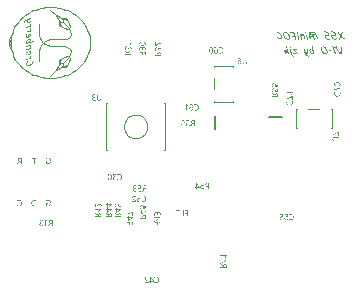
<source format=gbo>
G04*
G04 #@! TF.GenerationSoftware,Altium Limited,Altium Designer,22.10.1 (41)*
G04*
G04 Layer_Color=32896*
%FSLAX25Y25*%
%MOIN*%
G70*
G04*
G04 #@! TF.SameCoordinates,423579F9-A912-4673-8900-DDE07351D98F*
G04*
G04*
G04 #@! TF.FilePolarity,Positive*
G04*
G01*
G75*
%ADD13C,0.00394*%
%ADD16C,0.00787*%
%ADD92C,0.00315*%
G36*
X95534Y87617D02*
X95567Y87613D01*
X95589Y87609D01*
X95592Y87606D01*
X95596D01*
X95633Y87594D01*
X95666Y87576D01*
X95681Y87569D01*
X95688Y87561D01*
X95696Y87558D01*
X95700Y87554D01*
X95788Y87480D01*
X95829Y87447D01*
X95866Y87414D01*
X95899Y87384D01*
X95921Y87362D01*
X95936Y87347D01*
X95943Y87344D01*
X96032Y87259D01*
X96072Y87218D01*
X96105Y87181D01*
X96135Y87152D01*
X96161Y87126D01*
X96175Y87111D01*
X96179Y87104D01*
X96260Y87008D01*
X96297Y86963D01*
X96327Y86923D01*
X96356Y86890D01*
X96375Y86864D01*
X96390Y86845D01*
X96393Y86838D01*
X96463Y86738D01*
X96497Y86690D01*
X96522Y86650D01*
X96544Y86613D01*
X96563Y86587D01*
X96574Y86569D01*
X96578Y86561D01*
X96633Y86458D01*
X96659Y86410D01*
X96681Y86369D01*
X96696Y86332D01*
X96711Y86307D01*
X96718Y86288D01*
X96722Y86281D01*
X96759Y86177D01*
X96777Y86133D01*
X96788Y86089D01*
X96799Y86056D01*
X96803Y86026D01*
X96810Y86011D01*
Y86004D01*
X96821Y85952D01*
X96832Y85908D01*
X96836Y85890D01*
Y85875D01*
X96840Y85868D01*
Y85864D01*
X96843Y85816D01*
X96847Y85772D01*
Y85753D01*
Y85738D01*
Y85731D01*
Y85727D01*
X96843Y85668D01*
X96840Y85617D01*
X96832Y85565D01*
X96821Y85521D01*
X96814Y85488D01*
X96807Y85458D01*
X96803Y85443D01*
X96799Y85436D01*
X96777Y85388D01*
X96755Y85347D01*
X96729Y85307D01*
X96707Y85273D01*
X96688Y85248D01*
X96670Y85229D01*
X96659Y85214D01*
X96655Y85211D01*
X96618Y85177D01*
X96578Y85152D01*
X96541Y85126D01*
X96504Y85107D01*
X96474Y85089D01*
X96449Y85078D01*
X96434Y85074D01*
X96426Y85071D01*
X96375Y85052D01*
X96319Y85041D01*
X96268Y85030D01*
X96223Y85026D01*
X96179Y85023D01*
X96150Y85019D01*
X96120D01*
X96050Y85023D01*
X95987Y85026D01*
X95925Y85034D01*
X95869Y85045D01*
X95825Y85052D01*
X95788Y85059D01*
X95766Y85063D01*
X95762Y85067D01*
X95759D01*
X95692Y85085D01*
X95629Y85107D01*
X95574Y85133D01*
X95522Y85155D01*
X95478Y85174D01*
X95449Y85192D01*
X95426Y85203D01*
X95419Y85207D01*
X95360Y85244D01*
X95301Y85281D01*
X95249Y85318D01*
X95205Y85351D01*
X95168Y85381D01*
X95139Y85403D01*
X95120Y85421D01*
X95113Y85425D01*
X95061Y85473D01*
X95013Y85524D01*
X94969Y85569D01*
X94928Y85613D01*
X94899Y85650D01*
X94873Y85679D01*
X94858Y85698D01*
X94854Y85705D01*
X94810Y85764D01*
X94773Y85823D01*
X94740Y85879D01*
X94707Y85927D01*
X94685Y85971D01*
X94666Y86004D01*
X94655Y86026D01*
X94652Y86030D01*
Y86034D01*
X94618Y86100D01*
X94592Y86167D01*
X94570Y86225D01*
X94548Y86281D01*
X94533Y86329D01*
X94522Y86362D01*
X94519Y86377D01*
Y86388D01*
X94515Y86392D01*
Y86395D01*
X94497Y86473D01*
X94482Y86546D01*
X94474Y86613D01*
X94467Y86672D01*
X94463Y86720D01*
X94460Y86757D01*
Y86772D01*
Y86783D01*
Y86786D01*
Y86790D01*
X94463Y86864D01*
X94471Y86934D01*
X94482Y87000D01*
X94497Y87056D01*
X94511Y87104D01*
X94522Y87141D01*
X94526Y87152D01*
X94530Y87163D01*
X94533Y87167D01*
Y87170D01*
X94563Y87233D01*
X94596Y87292D01*
X94629Y87344D01*
X94663Y87392D01*
X94692Y87425D01*
X94718Y87454D01*
X94733Y87469D01*
X94740Y87476D01*
X94784Y87510D01*
X94829Y87536D01*
X94847Y87546D01*
X94858Y87554D01*
X94869Y87558D01*
X94873D01*
X94928Y87576D01*
X94976Y87583D01*
X94998Y87587D01*
X95087D01*
X95105Y87583D01*
X95113D01*
X95142Y87580D01*
X95165Y87572D01*
X95179Y87569D01*
X95183Y87565D01*
X95194Y87561D01*
X95198Y87554D01*
X95205Y87550D01*
Y87546D01*
X95216Y87532D01*
X95220Y87528D01*
Y87524D01*
X95231Y87513D01*
X95235Y87510D01*
Y87506D01*
X95238Y87499D01*
X95242D01*
X95253Y87502D01*
X95260Y87506D01*
X95268Y87510D01*
X95271D01*
X95290Y87532D01*
X95297Y87536D01*
X95301Y87539D01*
X95334Y87569D01*
X95364Y87587D01*
X95386Y87598D01*
X95390Y87602D01*
X95393D01*
X95426Y87613D01*
X95460Y87617D01*
X95482Y87620D01*
X95493D01*
X95534Y87617D01*
D02*
G37*
G36*
X102079Y87502D02*
X102098Y87499D01*
X102113Y87495D01*
X102116Y87491D01*
X102120D01*
X102150Y87480D01*
X102172Y87473D01*
X102187Y87465D01*
X102190Y87462D01*
X102227Y87428D01*
X102253Y87395D01*
X102268Y87373D01*
X102271Y87366D01*
Y87362D01*
X102286Y87325D01*
X102297Y87299D01*
X102301Y87281D01*
X102305Y87274D01*
X102308Y87255D01*
X102312Y87248D01*
Y87244D01*
Y87222D01*
Y87214D01*
Y87211D01*
Y87192D01*
Y87185D01*
Y87181D01*
X102308Y87170D01*
X102301Y87155D01*
X102294Y87144D01*
X102290Y87141D01*
X102264Y87111D01*
X102246Y87096D01*
X102234Y87085D01*
X102231Y87082D01*
X102212Y87074D01*
X102190Y87071D01*
X102175Y87067D01*
X102168D01*
X102142Y87071D01*
X102120Y87074D01*
X102102Y87078D01*
X102094D01*
X102061Y87089D01*
X102035Y87104D01*
X102021Y87111D01*
X102013Y87115D01*
X101984Y87133D01*
X101962Y87148D01*
X101947Y87163D01*
X101943Y87167D01*
X101921Y87192D01*
X101910Y87214D01*
X101902Y87229D01*
X101899Y87237D01*
X101895Y87262D01*
X101891Y87270D01*
Y87274D01*
X101888Y87292D01*
X101884Y87307D01*
Y87321D01*
Y87325D01*
X101888Y87351D01*
X101891Y87373D01*
X101895Y87388D01*
X101899Y87392D01*
X101913Y87410D01*
X101932Y87421D01*
X101950Y87425D01*
X101958D01*
X101969Y87440D01*
X101980Y87454D01*
X101987Y87462D01*
X101991Y87465D01*
X102013Y87484D01*
X102021Y87491D01*
X102024D01*
X102039Y87499D01*
X102050Y87506D01*
X102061D01*
X102079Y87502D01*
D02*
G37*
G36*
X99131D02*
X99150Y87499D01*
X99164Y87495D01*
X99168Y87491D01*
X99172D01*
X99201Y87480D01*
X99224Y87473D01*
X99238Y87465D01*
X99242Y87462D01*
X99279Y87428D01*
X99305Y87395D01*
X99319Y87373D01*
X99323Y87366D01*
Y87362D01*
X99338Y87325D01*
X99349Y87299D01*
X99353Y87281D01*
X99356Y87274D01*
X99360Y87255D01*
X99364Y87248D01*
Y87244D01*
Y87222D01*
Y87214D01*
Y87211D01*
Y87192D01*
Y87185D01*
Y87181D01*
X99360Y87170D01*
X99353Y87155D01*
X99345Y87144D01*
X99341Y87141D01*
X99316Y87111D01*
X99297Y87096D01*
X99286Y87085D01*
X99282Y87082D01*
X99264Y87074D01*
X99242Y87071D01*
X99227Y87067D01*
X99220D01*
X99194Y87071D01*
X99172Y87074D01*
X99153Y87078D01*
X99146D01*
X99113Y87089D01*
X99087Y87104D01*
X99072Y87111D01*
X99065Y87115D01*
X99035Y87133D01*
X99013Y87148D01*
X98998Y87163D01*
X98995Y87167D01*
X98973Y87192D01*
X98962Y87214D01*
X98954Y87229D01*
X98950Y87237D01*
X98947Y87262D01*
X98943Y87270D01*
Y87274D01*
X98939Y87292D01*
X98936Y87307D01*
Y87321D01*
Y87325D01*
X98939Y87351D01*
X98943Y87373D01*
X98947Y87388D01*
X98950Y87392D01*
X98965Y87410D01*
X98984Y87421D01*
X99002Y87425D01*
X99010D01*
X99020Y87440D01*
X99032Y87454D01*
X99039Y87462D01*
X99043Y87465D01*
X99065Y87484D01*
X99072Y87491D01*
X99076D01*
X99091Y87499D01*
X99102Y87506D01*
X99113D01*
X99131Y87502D01*
D02*
G37*
G36*
X110696Y87905D02*
X110736Y87901D01*
X110773Y87897D01*
X110806Y87890D01*
X110828Y87886D01*
X110843Y87882D01*
X110851D01*
X110939Y87857D01*
X110980Y87845D01*
X111017Y87831D01*
X111046Y87816D01*
X111068Y87809D01*
X111087Y87801D01*
X111091Y87797D01*
X111153Y87764D01*
X111186Y87749D01*
X111216Y87731D01*
X111238Y87720D01*
X111257Y87709D01*
X111271Y87701D01*
X111275Y87698D01*
X111345Y87653D01*
X111378Y87631D01*
X111411Y87609D01*
X111437Y87591D01*
X111456Y87576D01*
X111471Y87569D01*
X111474Y87565D01*
X111548Y87513D01*
X111581Y87488D01*
X111611Y87462D01*
X111633Y87443D01*
X111651Y87428D01*
X111666Y87417D01*
X111670Y87414D01*
X111736Y87355D01*
X111769Y87325D01*
X111795Y87299D01*
X111817Y87277D01*
X111832Y87259D01*
X111843Y87248D01*
X111847Y87244D01*
X111902Y87177D01*
X111928Y87148D01*
X111947Y87122D01*
X111965Y87096D01*
X111976Y87078D01*
X111984Y87067D01*
X111987Y87063D01*
X112024Y86997D01*
X112039Y86967D01*
X112050Y86938D01*
X112057Y86915D01*
X112065Y86897D01*
X112068Y86886D01*
Y86882D01*
X112072Y86857D01*
X112079Y86831D01*
X112083Y86812D01*
Y86809D01*
Y86805D01*
X112087Y86779D01*
X112091Y86753D01*
Y86735D01*
Y86731D01*
Y86727D01*
Y86698D01*
X112087Y86676D01*
X112083Y86661D01*
Y86654D01*
X112076Y86631D01*
X112068Y86613D01*
X112061Y86598D01*
Y86594D01*
X112035Y86543D01*
X112006Y86502D01*
X111995Y86488D01*
X111984Y86476D01*
X111980Y86469D01*
X111976Y86465D01*
X111935Y86432D01*
X111902Y86403D01*
X111888Y86395D01*
X111876Y86388D01*
X111869Y86380D01*
X111865D01*
X111817Y86362D01*
X111781Y86347D01*
X111762Y86344D01*
X111751Y86340D01*
X111744Y86336D01*
X111740D01*
X111692Y86329D01*
X111651Y86325D01*
X111526D01*
X111485Y86329D01*
X111448D01*
X111437Y86332D01*
X111415D01*
X111371Y86336D01*
X111301D01*
X111260Y86340D01*
X111150D01*
X111109Y86336D01*
X111091Y86332D01*
X111079D01*
X111072Y86329D01*
X111068D01*
X111024Y86322D01*
X110987Y86310D01*
X110972Y86307D01*
X110961Y86303D01*
X110958Y86299D01*
X110954D01*
X110921Y86281D01*
X110895Y86262D01*
X110877Y86251D01*
X110873Y86244D01*
X110854Y86218D01*
X110843Y86192D01*
X110840Y86174D01*
Y86170D01*
Y86167D01*
X110843Y86144D01*
X110847Y86119D01*
X110851Y86100D01*
X110854Y86096D01*
Y86093D01*
X110869Y86059D01*
X110884Y86026D01*
X110891Y86015D01*
X110895Y86004D01*
X110902Y85997D01*
Y85993D01*
X110932Y85949D01*
X110958Y85905D01*
X110972Y85886D01*
X110980Y85871D01*
X110987Y85864D01*
X110991Y85860D01*
X111031Y85805D01*
X111076Y85750D01*
X111094Y85727D01*
X111109Y85709D01*
X111120Y85698D01*
X111124Y85694D01*
X111179Y85635D01*
X111209Y85609D01*
X111231Y85587D01*
X111253Y85569D01*
X111271Y85554D01*
X111282Y85547D01*
X111286Y85543D01*
X111349Y85499D01*
X111382Y85480D01*
X111408Y85465D01*
X111434Y85451D01*
X111452Y85439D01*
X111463Y85436D01*
X111467Y85432D01*
X111537Y85403D01*
X111570Y85392D01*
X111603Y85381D01*
X111629Y85373D01*
X111648Y85366D01*
X111662Y85362D01*
X111666D01*
X111740Y85351D01*
X111773Y85344D01*
X111803D01*
X111825Y85340D01*
X111862D01*
X111921Y85344D01*
X111950Y85347D01*
X111972Y85351D01*
X111991D01*
X112006Y85355D01*
X112017Y85358D01*
X112020D01*
X112072Y85373D01*
X112120Y85388D01*
X112138Y85395D01*
X112153Y85399D01*
X112161Y85403D01*
X112164D01*
X112212Y85421D01*
X112257Y85439D01*
X112271Y85447D01*
X112286Y85454D01*
X112294Y85458D01*
X112297D01*
X112341Y85480D01*
X112382Y85495D01*
X112397Y85502D01*
X112408Y85506D01*
X112415Y85510D01*
X112419D01*
X112445Y85506D01*
X112460Y85495D01*
X112467Y85484D01*
X112471Y85480D01*
X112474Y85458D01*
X112478Y85439D01*
Y85425D01*
Y85417D01*
X112474Y85369D01*
X112463Y85329D01*
X112460Y85314D01*
X112456Y85303D01*
X112452Y85296D01*
Y85292D01*
X112426Y85251D01*
X112404Y85218D01*
X112386Y85196D01*
X112378Y85192D01*
Y85189D01*
X112341Y85159D01*
X112304Y85133D01*
X112290Y85122D01*
X112279Y85115D01*
X112271Y85107D01*
X112268D01*
X112220Y85085D01*
X112179Y85067D01*
X112164Y85059D01*
X112150Y85056D01*
X112142Y85052D01*
X112138D01*
X112087Y85037D01*
X112042Y85023D01*
X112024Y85019D01*
X112009D01*
X112002Y85015D01*
X111998D01*
X111943Y85008D01*
X111899Y85004D01*
X111880Y85000D01*
X111854D01*
X111795Y85004D01*
X111740Y85008D01*
X111692Y85015D01*
X111644Y85026D01*
X111607Y85034D01*
X111578Y85041D01*
X111559Y85045D01*
X111552Y85048D01*
X111496Y85067D01*
X111445Y85089D01*
X111397Y85111D01*
X111353Y85130D01*
X111319Y85148D01*
X111290Y85163D01*
X111275Y85174D01*
X111268Y85177D01*
X111216Y85211D01*
X111172Y85240D01*
X111127Y85273D01*
X111091Y85303D01*
X111057Y85329D01*
X111035Y85351D01*
X111017Y85366D01*
X111013Y85369D01*
X110928Y85454D01*
X110891Y85491D01*
X110858Y85528D01*
X110832Y85561D01*
X110814Y85584D01*
X110799Y85602D01*
X110795Y85606D01*
X110758Y85657D01*
X110725Y85702D01*
X110714Y85720D01*
X110703Y85735D01*
X110699Y85742D01*
X110696Y85746D01*
X110662Y85801D01*
X110637Y85849D01*
X110626Y85868D01*
X110618Y85882D01*
X110611Y85890D01*
Y85893D01*
X110585Y85949D01*
X110566Y85997D01*
X110559Y86015D01*
X110556Y86030D01*
X110552Y86037D01*
Y86041D01*
X110537Y86096D01*
X110533Y86144D01*
X110530Y86163D01*
Y86177D01*
Y86185D01*
Y86189D01*
X110533Y86229D01*
X110537Y86270D01*
X110544Y86303D01*
X110552Y86332D01*
X110563Y86358D01*
X110570Y86377D01*
X110574Y86388D01*
X110578Y86392D01*
X110596Y86425D01*
X110615Y86454D01*
X110637Y86480D01*
X110655Y86502D01*
X110673Y86521D01*
X110688Y86532D01*
X110699Y86539D01*
X110703Y86543D01*
X110762Y86583D01*
X110821Y86613D01*
X110847Y86624D01*
X110865Y86631D01*
X110880Y86635D01*
X110884D01*
X110958Y86654D01*
X110995Y86661D01*
X111028Y86665D01*
X111054Y86668D01*
X111164D01*
X111179Y86665D01*
X111286D01*
X111301Y86661D01*
X111327D01*
X111371Y86657D01*
X111411D01*
X111430Y86654D01*
X111559D01*
X111615Y86661D01*
X111640Y86665D01*
X111659Y86672D01*
X111677Y86679D01*
X111688Y86683D01*
X111696Y86690D01*
X111699D01*
X111718Y86705D01*
X111733Y86724D01*
X111740Y86742D01*
X111747Y86761D01*
X111751Y86775D01*
X111755Y86786D01*
Y86794D01*
Y86797D01*
X111751Y86831D01*
X111744Y86860D01*
X111736Y86882D01*
X111733Y86886D01*
Y86890D01*
X111710Y86927D01*
X111688Y86960D01*
X111670Y86982D01*
X111666Y86986D01*
X111662Y86989D01*
X111592Y87059D01*
X111555Y87093D01*
X111526Y87122D01*
X111496Y87148D01*
X111474Y87167D01*
X111460Y87181D01*
X111456Y87185D01*
X111371Y87255D01*
X111327Y87284D01*
X111290Y87314D01*
X111260Y87336D01*
X111234Y87351D01*
X111220Y87362D01*
X111212Y87366D01*
X111113Y87425D01*
X111068Y87447D01*
X111028Y87465D01*
X110995Y87480D01*
X110965Y87491D01*
X110950Y87499D01*
X110943Y87502D01*
X110891Y87521D01*
X110843Y87532D01*
X110799Y87543D01*
X110758Y87546D01*
X110722Y87550D01*
X110696Y87554D01*
X110640D01*
X110615Y87550D01*
X110600Y87546D01*
X110592Y87543D01*
X110566Y87536D01*
X110541Y87524D01*
X110526Y87521D01*
X110519Y87517D01*
X110489Y87510D01*
X110467Y87502D01*
X110449Y87499D01*
X110441Y87495D01*
X110412Y87488D01*
X110382Y87484D01*
X110353D01*
X110330Y87488D01*
X110323Y87491D01*
X110319D01*
X110297Y87506D01*
X110290Y87510D01*
X110286Y87513D01*
X110268Y87543D01*
X110264Y87554D01*
Y87558D01*
X110257Y87580D01*
X110253Y87602D01*
Y87617D01*
Y87624D01*
X110257Y87672D01*
X110268Y87713D01*
X110271Y87727D01*
X110279Y87738D01*
X110282Y87742D01*
Y87746D01*
X110304Y87783D01*
X110330Y87809D01*
X110353Y87827D01*
X110356Y87834D01*
X110360D01*
X110397Y87860D01*
X110434Y87875D01*
X110452Y87882D01*
X110463Y87886D01*
X110471Y87890D01*
X110474D01*
X110522Y87901D01*
X110563Y87905D01*
X110581Y87908D01*
X110607D01*
X110696Y87905D01*
D02*
G37*
G36*
X108452D02*
X108493Y87901D01*
X108530Y87897D01*
X108563Y87890D01*
X108585Y87886D01*
X108600Y87882D01*
X108607D01*
X108696Y87857D01*
X108736Y87845D01*
X108773Y87831D01*
X108803Y87816D01*
X108825Y87809D01*
X108843Y87801D01*
X108847Y87797D01*
X108910Y87764D01*
X108943Y87749D01*
X108973Y87731D01*
X108995Y87720D01*
X109013Y87709D01*
X109028Y87701D01*
X109031Y87698D01*
X109102Y87653D01*
X109135Y87631D01*
X109168Y87609D01*
X109194Y87591D01*
X109212Y87576D01*
X109227Y87569D01*
X109231Y87565D01*
X109304Y87513D01*
X109338Y87488D01*
X109367Y87462D01*
X109389Y87443D01*
X109408Y87428D01*
X109423Y87417D01*
X109426Y87414D01*
X109493Y87355D01*
X109526Y87325D01*
X109552Y87299D01*
X109574Y87277D01*
X109589Y87259D01*
X109600Y87248D01*
X109603Y87244D01*
X109659Y87177D01*
X109685Y87148D01*
X109703Y87122D01*
X109722Y87096D01*
X109733Y87078D01*
X109740Y87067D01*
X109744Y87063D01*
X109781Y86997D01*
X109795Y86967D01*
X109806Y86938D01*
X109814Y86915D01*
X109821Y86897D01*
X109825Y86886D01*
Y86882D01*
X109828Y86857D01*
X109836Y86831D01*
X109840Y86812D01*
Y86809D01*
Y86805D01*
X109843Y86779D01*
X109847Y86753D01*
Y86735D01*
Y86731D01*
Y86727D01*
Y86698D01*
X109843Y86676D01*
X109840Y86661D01*
Y86654D01*
X109832Y86631D01*
X109825Y86613D01*
X109818Y86598D01*
Y86594D01*
X109792Y86543D01*
X109762Y86502D01*
X109751Y86488D01*
X109740Y86476D01*
X109736Y86469D01*
X109733Y86465D01*
X109692Y86432D01*
X109659Y86403D01*
X109644Y86395D01*
X109633Y86388D01*
X109626Y86380D01*
X109622D01*
X109574Y86362D01*
X109537Y86347D01*
X109519Y86344D01*
X109508Y86340D01*
X109500Y86336D01*
X109496D01*
X109449Y86329D01*
X109408Y86325D01*
X109282D01*
X109242Y86329D01*
X109205D01*
X109194Y86332D01*
X109172D01*
X109127Y86336D01*
X109057D01*
X109017Y86340D01*
X108906D01*
X108865Y86336D01*
X108847Y86332D01*
X108836D01*
X108828Y86329D01*
X108825D01*
X108781Y86322D01*
X108744Y86310D01*
X108729Y86307D01*
X108718Y86303D01*
X108714Y86299D01*
X108711D01*
X108677Y86281D01*
X108651Y86262D01*
X108633Y86251D01*
X108629Y86244D01*
X108611Y86218D01*
X108600Y86192D01*
X108596Y86174D01*
Y86170D01*
Y86167D01*
X108600Y86144D01*
X108603Y86119D01*
X108607Y86100D01*
X108611Y86096D01*
Y86093D01*
X108626Y86059D01*
X108640Y86026D01*
X108648Y86015D01*
X108651Y86004D01*
X108659Y85997D01*
Y85993D01*
X108688Y85949D01*
X108714Y85905D01*
X108729Y85886D01*
X108736Y85871D01*
X108744Y85864D01*
X108747Y85860D01*
X108788Y85805D01*
X108832Y85750D01*
X108851Y85727D01*
X108865Y85709D01*
X108877Y85698D01*
X108880Y85694D01*
X108935Y85635D01*
X108965Y85609D01*
X108987Y85587D01*
X109009Y85569D01*
X109028Y85554D01*
X109039Y85547D01*
X109043Y85543D01*
X109105Y85499D01*
X109139Y85480D01*
X109164Y85465D01*
X109190Y85451D01*
X109209Y85439D01*
X109220Y85436D01*
X109223Y85432D01*
X109293Y85403D01*
X109327Y85392D01*
X109360Y85381D01*
X109386Y85373D01*
X109404Y85366D01*
X109419Y85362D01*
X109423D01*
X109496Y85351D01*
X109530Y85344D01*
X109559D01*
X109581Y85340D01*
X109618D01*
X109677Y85344D01*
X109707Y85347D01*
X109729Y85351D01*
X109747D01*
X109762Y85355D01*
X109773Y85358D01*
X109777D01*
X109828Y85373D01*
X109877Y85388D01*
X109895Y85395D01*
X109910Y85399D01*
X109917Y85403D01*
X109921D01*
X109969Y85421D01*
X110013Y85439D01*
X110028Y85447D01*
X110043Y85454D01*
X110050Y85458D01*
X110054D01*
X110098Y85480D01*
X110138Y85495D01*
X110153Y85502D01*
X110164Y85506D01*
X110172Y85510D01*
X110175D01*
X110201Y85506D01*
X110216Y85495D01*
X110223Y85484D01*
X110227Y85480D01*
X110231Y85458D01*
X110234Y85439D01*
Y85425D01*
Y85417D01*
X110231Y85369D01*
X110220Y85329D01*
X110216Y85314D01*
X110212Y85303D01*
X110209Y85296D01*
Y85292D01*
X110183Y85251D01*
X110161Y85218D01*
X110142Y85196D01*
X110135Y85192D01*
Y85189D01*
X110098Y85159D01*
X110061Y85133D01*
X110046Y85122D01*
X110035Y85115D01*
X110028Y85107D01*
X110024D01*
X109976Y85085D01*
X109935Y85067D01*
X109921Y85059D01*
X109906Y85056D01*
X109899Y85052D01*
X109895D01*
X109843Y85037D01*
X109799Y85023D01*
X109781Y85019D01*
X109766D01*
X109758Y85015D01*
X109755D01*
X109699Y85008D01*
X109655Y85004D01*
X109637Y85000D01*
X109611D01*
X109552Y85004D01*
X109496Y85008D01*
X109449Y85015D01*
X109400Y85026D01*
X109364Y85034D01*
X109334Y85041D01*
X109316Y85045D01*
X109308Y85048D01*
X109253Y85067D01*
X109201Y85089D01*
X109153Y85111D01*
X109109Y85130D01*
X109076Y85148D01*
X109046Y85163D01*
X109031Y85174D01*
X109024Y85177D01*
X108973Y85211D01*
X108928Y85240D01*
X108884Y85273D01*
X108847Y85303D01*
X108814Y85329D01*
X108792Y85351D01*
X108773Y85366D01*
X108770Y85369D01*
X108685Y85454D01*
X108648Y85491D01*
X108615Y85528D01*
X108589Y85561D01*
X108570Y85584D01*
X108555Y85602D01*
X108552Y85606D01*
X108515Y85657D01*
X108482Y85702D01*
X108471Y85720D01*
X108459Y85735D01*
X108456Y85742D01*
X108452Y85746D01*
X108419Y85801D01*
X108393Y85849D01*
X108382Y85868D01*
X108375Y85882D01*
X108367Y85890D01*
Y85893D01*
X108342Y85949D01*
X108323Y85997D01*
X108316Y86015D01*
X108312Y86030D01*
X108308Y86037D01*
Y86041D01*
X108293Y86096D01*
X108290Y86144D01*
X108286Y86163D01*
Y86177D01*
Y86185D01*
Y86189D01*
X108290Y86229D01*
X108293Y86270D01*
X108301Y86303D01*
X108308Y86332D01*
X108319Y86358D01*
X108327Y86377D01*
X108330Y86388D01*
X108334Y86392D01*
X108352Y86425D01*
X108371Y86454D01*
X108393Y86480D01*
X108412Y86502D01*
X108430Y86521D01*
X108445Y86532D01*
X108456Y86539D01*
X108459Y86543D01*
X108519Y86583D01*
X108578Y86613D01*
X108603Y86624D01*
X108622Y86631D01*
X108637Y86635D01*
X108640D01*
X108714Y86654D01*
X108751Y86661D01*
X108784Y86665D01*
X108810Y86668D01*
X108921D01*
X108935Y86665D01*
X109043D01*
X109057Y86661D01*
X109083D01*
X109127Y86657D01*
X109168D01*
X109186Y86654D01*
X109316D01*
X109371Y86661D01*
X109397Y86665D01*
X109415Y86672D01*
X109434Y86679D01*
X109445Y86683D01*
X109452Y86690D01*
X109456D01*
X109474Y86705D01*
X109489Y86724D01*
X109496Y86742D01*
X109504Y86761D01*
X109508Y86775D01*
X109511Y86786D01*
Y86794D01*
Y86797D01*
X109508Y86831D01*
X109500Y86860D01*
X109493Y86882D01*
X109489Y86886D01*
Y86890D01*
X109467Y86927D01*
X109445Y86960D01*
X109426Y86982D01*
X109423Y86986D01*
X109419Y86989D01*
X109349Y87059D01*
X109312Y87093D01*
X109282Y87122D01*
X109253Y87148D01*
X109231Y87167D01*
X109216Y87181D01*
X109212Y87185D01*
X109127Y87255D01*
X109083Y87284D01*
X109046Y87314D01*
X109017Y87336D01*
X108991Y87351D01*
X108976Y87362D01*
X108969Y87366D01*
X108869Y87425D01*
X108825Y87447D01*
X108784Y87465D01*
X108751Y87480D01*
X108721Y87491D01*
X108707Y87499D01*
X108699Y87502D01*
X108648Y87521D01*
X108600Y87532D01*
X108555Y87543D01*
X108515Y87546D01*
X108478Y87550D01*
X108452Y87554D01*
X108397D01*
X108371Y87550D01*
X108356Y87546D01*
X108349Y87543D01*
X108323Y87536D01*
X108297Y87524D01*
X108282Y87521D01*
X108275Y87517D01*
X108246Y87510D01*
X108223Y87502D01*
X108205Y87499D01*
X108198Y87495D01*
X108168Y87488D01*
X108139Y87484D01*
X108109D01*
X108087Y87488D01*
X108080Y87491D01*
X108076D01*
X108054Y87506D01*
X108046Y87510D01*
X108043Y87513D01*
X108024Y87543D01*
X108020Y87554D01*
Y87558D01*
X108013Y87580D01*
X108009Y87602D01*
Y87617D01*
Y87624D01*
X108013Y87672D01*
X108024Y87713D01*
X108028Y87727D01*
X108035Y87738D01*
X108039Y87742D01*
Y87746D01*
X108061Y87783D01*
X108087Y87809D01*
X108109Y87827D01*
X108113Y87834D01*
X108116D01*
X108153Y87860D01*
X108190Y87875D01*
X108209Y87882D01*
X108220Y87886D01*
X108227Y87890D01*
X108231D01*
X108279Y87901D01*
X108319Y87905D01*
X108338Y87908D01*
X108364D01*
X108452Y87905D01*
D02*
G37*
G36*
X101264Y86879D02*
X101294Y86871D01*
X101316Y86864D01*
X101319Y86860D01*
X101323D01*
X101349Y86845D01*
X101367Y86831D01*
X101375Y86816D01*
X101378Y86812D01*
X101397Y86764D01*
X101415Y86716D01*
X101430Y86676D01*
X101445Y86639D01*
X101456Y86606D01*
X101467Y86583D01*
X101471Y86569D01*
X101474Y86565D01*
X101508Y86484D01*
X101522Y86447D01*
X101533Y86414D01*
X101544Y86388D01*
X101552Y86366D01*
X101556Y86351D01*
X101559Y86347D01*
X101589Y86270D01*
X101600Y86237D01*
X101615Y86207D01*
X101622Y86177D01*
X101629Y86159D01*
X101637Y86144D01*
Y86141D01*
X101663Y86063D01*
X101677Y86026D01*
X101688Y85993D01*
X101699Y85963D01*
X101707Y85938D01*
X101710Y85923D01*
X101714Y85919D01*
X101740Y85831D01*
X101755Y85790D01*
X101766Y85750D01*
X101773Y85716D01*
X101781Y85690D01*
X101788Y85676D01*
Y85668D01*
X101814Y85561D01*
X101829Y85513D01*
X101840Y85465D01*
X101847Y85425D01*
X101854Y85392D01*
X101862Y85369D01*
Y85366D01*
Y85362D01*
X101869Y85340D01*
X101873Y85318D01*
X101877Y85303D01*
Y85299D01*
Y85281D01*
Y85262D01*
Y85251D01*
Y85248D01*
X101873Y85214D01*
X101869Y85189D01*
X101862Y85170D01*
X101854Y85152D01*
X101847Y85141D01*
X101840Y85133D01*
X101832Y85126D01*
X101795Y85107D01*
X101759Y85100D01*
X101744Y85096D01*
X101692D01*
X101677Y85100D01*
X101663Y85104D01*
X101655Y85107D01*
X101652D01*
X101637Y85119D01*
X101622Y85126D01*
X101615Y85133D01*
X101611Y85137D01*
X101596Y85155D01*
X101589Y85174D01*
X101581Y85189D01*
Y85192D01*
X101570Y85233D01*
X101563Y85266D01*
X101556Y85288D01*
Y85292D01*
Y85296D01*
X101548Y85329D01*
X101544Y85358D01*
X101541Y85377D01*
Y85384D01*
X101537Y85414D01*
X101533Y85436D01*
X101530Y85451D01*
Y85458D01*
X101522Y85484D01*
X101519Y85510D01*
X101511Y85524D01*
Y85532D01*
X101500Y85587D01*
X101485Y85639D01*
X101482Y85657D01*
X101478Y85672D01*
X101474Y85683D01*
Y85687D01*
X101456Y85750D01*
X101445Y85775D01*
X101437Y85801D01*
X101434Y85820D01*
X101426Y85834D01*
X101423Y85845D01*
Y85849D01*
X101401Y85908D01*
X101393Y85930D01*
X101382Y85952D01*
X101378Y85971D01*
X101371Y85986D01*
X101367Y85993D01*
Y85997D01*
X101345Y86041D01*
X101327Y86074D01*
X101316Y86096D01*
X101312Y86104D01*
X101286Y86115D01*
X101264Y86130D01*
X101249Y86141D01*
X101242Y86144D01*
X101216Y86167D01*
X101190Y86189D01*
X101175Y86203D01*
X101168Y86211D01*
X101113Y86259D01*
X101061Y86299D01*
X101043Y86318D01*
X101028Y86329D01*
X101017Y86336D01*
X101013Y86340D01*
X100954Y86384D01*
X100928Y86403D01*
X100902Y86421D01*
X100884Y86436D01*
X100869Y86447D01*
X100858Y86451D01*
X100854Y86454D01*
X100799Y86488D01*
X100751Y86513D01*
X100733Y86524D01*
X100718Y86532D01*
X100710Y86536D01*
X100707D01*
X100655Y86554D01*
X100611Y86561D01*
X100593Y86565D01*
X100548D01*
X100530Y86558D01*
X100500Y86543D01*
X100486Y86528D01*
X100482Y86524D01*
Y86521D01*
X100467Y86488D01*
X100460Y86458D01*
X100456Y86436D01*
Y86428D01*
Y86425D01*
X100460Y86380D01*
X100463Y86340D01*
X100467Y86322D01*
X100471Y86307D01*
X100474Y86299D01*
Y86296D01*
X100486Y86244D01*
X100500Y86196D01*
X100508Y86177D01*
X100511Y86163D01*
X100515Y86152D01*
Y86148D01*
X100533Y86089D01*
X100556Y86041D01*
X100563Y86019D01*
X100567Y86004D01*
X100574Y85993D01*
Y85989D01*
X100600Y85930D01*
X100611Y85901D01*
X100618Y85875D01*
X100629Y85853D01*
X100633Y85838D01*
X100640Y85827D01*
Y85823D01*
X100670Y85750D01*
X100685Y85716D01*
X100696Y85687D01*
X100707Y85661D01*
X100714Y85642D01*
X100722Y85628D01*
Y85624D01*
X100747Y85554D01*
X100759Y85521D01*
X100770Y85491D01*
X100777Y85469D01*
X100784Y85451D01*
X100788Y85439D01*
Y85436D01*
X100806Y85377D01*
X100814Y85347D01*
X100818Y85325D01*
X100821Y85307D01*
X100825Y85292D01*
X100829Y85281D01*
Y85277D01*
X100836Y85229D01*
X100840Y85189D01*
X100843Y85174D01*
Y85167D01*
Y85159D01*
Y85155D01*
X100840Y85119D01*
X100829Y85096D01*
X100821Y85082D01*
X100818Y85078D01*
X100806Y85071D01*
X100788Y85063D01*
X100755Y85056D01*
X100740Y85052D01*
X100718D01*
X100688Y85056D01*
X100663Y85059D01*
X100648Y85063D01*
X100644D01*
X100622Y85071D01*
X100603Y85078D01*
X100593Y85085D01*
X100589Y85089D01*
X100574Y85104D01*
X100563Y85122D01*
X100556Y85137D01*
X100552Y85141D01*
X100537Y85167D01*
X100526Y85196D01*
X100519Y85218D01*
X100515Y85222D01*
Y85225D01*
X100493Y85296D01*
X100471Y85358D01*
X100452Y85421D01*
X100434Y85476D01*
X100415Y85521D01*
X100404Y85558D01*
X100397Y85580D01*
X100393Y85584D01*
Y85587D01*
X100367Y85654D01*
X100345Y85716D01*
X100323Y85772D01*
X100305Y85823D01*
X100290Y85868D01*
X100279Y85897D01*
X100271Y85919D01*
X100268Y85927D01*
X100246Y85986D01*
X100227Y86041D01*
X100212Y86093D01*
X100198Y86141D01*
X100187Y86177D01*
X100179Y86203D01*
X100172Y86222D01*
Y86229D01*
X100157Y86281D01*
X100150Y86329D01*
X100142Y86373D01*
X100135Y86410D01*
Y86440D01*
X100131Y86465D01*
Y86480D01*
Y86484D01*
X100135Y86550D01*
X100146Y86609D01*
X100161Y86657D01*
X100179Y86698D01*
X100198Y86727D01*
X100212Y86750D01*
X100224Y86764D01*
X100227Y86768D01*
X100268Y86797D01*
X100308Y86820D01*
X100353Y86838D01*
X100397Y86849D01*
X100437Y86857D01*
X100467Y86860D01*
X100496D01*
X100559Y86857D01*
X100589Y86853D01*
X100615Y86845D01*
X100637Y86842D01*
X100655Y86834D01*
X100666Y86831D01*
X100670D01*
X100733Y86805D01*
X100762Y86794D01*
X100788Y86783D01*
X100806Y86772D01*
X100825Y86761D01*
X100836Y86757D01*
X100840Y86753D01*
X100902Y86716D01*
X100928Y86698D01*
X100954Y86683D01*
X100976Y86668D01*
X100991Y86657D01*
X101002Y86650D01*
X101006Y86646D01*
X101065Y86602D01*
X101091Y86583D01*
X101116Y86565D01*
X101135Y86550D01*
X101150Y86539D01*
X101161Y86532D01*
X101164Y86528D01*
X101083Y86716D01*
X101076Y86738D01*
X101072Y86742D01*
Y86746D01*
X101068Y86757D01*
Y86761D01*
Y86764D01*
Y86786D01*
X101076Y86805D01*
X101091Y86831D01*
X101105Y86849D01*
X101109Y86853D01*
X101113D01*
X101150Y86871D01*
X101187Y86879D01*
X101201Y86882D01*
X101227D01*
X101264Y86879D01*
D02*
G37*
G36*
X96910Y87643D02*
X96958D01*
X96973Y87639D01*
X96987D01*
X97046Y87631D01*
X97076Y87628D01*
X97102Y87624D01*
X97124Y87620D01*
X97142D01*
X97153Y87617D01*
X97157D01*
X97224Y87606D01*
X97257Y87598D01*
X97286Y87591D01*
X97312Y87583D01*
X97330Y87580D01*
X97345Y87576D01*
X97349D01*
X97426Y87558D01*
X97463Y87550D01*
X97497Y87539D01*
X97522Y87532D01*
X97548Y87528D01*
X97563Y87521D01*
X97567D01*
X97585Y87517D01*
X97611Y87510D01*
X97629Y87506D01*
X97633Y87502D01*
X97637D01*
X97674Y87495D01*
X97707Y87484D01*
X97722Y87480D01*
X97733D01*
X97740Y87476D01*
X97744D01*
X97784Y87469D01*
X97818Y87462D01*
X97832Y87458D01*
X97843D01*
X97847Y87454D01*
X97851D01*
X97884Y87451D01*
X97910Y87447D01*
X97925Y87443D01*
X97932D01*
X97947Y87484D01*
X97958Y87499D01*
X97973Y87510D01*
X97984Y87513D01*
X97987Y87517D01*
X98002Y87521D01*
X98017Y87524D01*
X98054Y87532D01*
X98098D01*
X98124Y87528D01*
X98142Y87517D01*
X98157Y87502D01*
X98164Y87499D01*
X98187Y87476D01*
X98201Y87454D01*
X98216Y87436D01*
X98220Y87432D01*
Y87428D01*
X98235Y87399D01*
X98249Y87369D01*
X98257Y87351D01*
X98260Y87347D01*
Y87344D01*
X98272Y87318D01*
X98275Y87296D01*
X98282Y87284D01*
Y87281D01*
X98301Y87229D01*
X98316Y87181D01*
X98319Y87163D01*
X98327Y87148D01*
X98330Y87137D01*
Y87133D01*
X98349Y87078D01*
X98367Y87023D01*
X98375Y87000D01*
X98382Y86982D01*
X98386Y86971D01*
Y86967D01*
X98404Y86897D01*
X98415Y86860D01*
X98426Y86827D01*
X98434Y86797D01*
X98438Y86775D01*
X98445Y86761D01*
Y86757D01*
X98471Y86665D01*
X98485Y86620D01*
X98497Y86576D01*
X98508Y86539D01*
X98515Y86510D01*
X98519Y86491D01*
X98522Y86484D01*
X98596Y86218D01*
X98600Y86200D01*
X98603Y86192D01*
Y86189D01*
X98611Y86163D01*
X98615Y86155D01*
Y86152D01*
X98626Y86133D01*
X98629Y86126D01*
Y86122D01*
X98640Y86107D01*
X98644Y86100D01*
X98688Y86067D01*
X98725Y86037D01*
X98747Y86015D01*
X98751Y86011D01*
X98755Y86008D01*
X98770Y85989D01*
X98777Y85971D01*
X98792Y85930D01*
Y85912D01*
X98795Y85901D01*
Y85890D01*
Y85886D01*
X98792Y85853D01*
X98784Y85823D01*
X98777Y85808D01*
X98773Y85801D01*
X98759Y85779D01*
X98744Y85757D01*
X98733Y85742D01*
X98729Y85738D01*
X98733Y85705D01*
X98736Y85672D01*
X98740Y85657D01*
Y85642D01*
X98744Y85635D01*
Y85631D01*
X98751Y85580D01*
X98762Y85532D01*
X98766Y85510D01*
X98770Y85495D01*
X98773Y85484D01*
Y85480D01*
X98784Y85421D01*
X98788Y85392D01*
X98792Y85366D01*
X98795Y85344D01*
X98799Y85325D01*
X98803Y85314D01*
Y85310D01*
X98810Y85251D01*
Y85225D01*
X98814Y85200D01*
Y85181D01*
Y85167D01*
Y85159D01*
Y85155D01*
X98810Y85096D01*
X98807Y85074D01*
X98799Y85052D01*
X98795Y85037D01*
X98792Y85026D01*
X98788Y85019D01*
Y85015D01*
X98777Y84997D01*
X98762Y84982D01*
X98747Y84975D01*
X98729Y84967D01*
X98714Y84964D01*
X98703Y84960D01*
X98651D01*
X98633Y84964D01*
X98615Y84975D01*
X98603Y84982D01*
X98600Y84986D01*
X98585Y85004D01*
X98574Y85019D01*
X98570Y85034D01*
Y85037D01*
X98390Y85816D01*
X98294Y85856D01*
X98249Y85879D01*
X98212Y85893D01*
X98179Y85908D01*
X98153Y85919D01*
X98139Y85923D01*
X98131Y85927D01*
X98035Y85963D01*
X97991Y85982D01*
X97954Y85993D01*
X97921Y86004D01*
X97895Y86011D01*
X97880Y86019D01*
X97873D01*
X97777Y86045D01*
X97733Y86052D01*
X97696Y86063D01*
X97663Y86071D01*
X97637Y86074D01*
X97622Y86078D01*
X97615D01*
X97519Y86093D01*
X97478Y86096D01*
X97438D01*
X97408Y86100D01*
X97282D01*
X97260Y86111D01*
X97246Y86122D01*
X97235Y86133D01*
X97231Y86137D01*
X97220Y86159D01*
X97212Y86177D01*
X97205Y86189D01*
Y86192D01*
X97198Y86211D01*
X97194Y86225D01*
Y86237D01*
Y86240D01*
X97190Y86255D01*
Y86259D01*
Y86262D01*
X97198Y86292D01*
X97209Y86314D01*
X97220Y86329D01*
X97227Y86332D01*
X97253Y86351D01*
X97279Y86362D01*
X97301Y86366D01*
X97305Y86369D01*
X97308D01*
X97345Y86377D01*
X97375Y86384D01*
X97408D01*
X97441Y86388D01*
X97489D01*
X97563Y86384D01*
X97633Y86380D01*
X97699Y86373D01*
X97759Y86366D01*
X97807Y86355D01*
X97847Y86347D01*
X97862Y86344D01*
X97873D01*
X97877Y86340D01*
X97880D01*
X97954Y86322D01*
X98024Y86303D01*
X98091Y86285D01*
X98153Y86270D01*
X98205Y86251D01*
X98246Y86240D01*
X98260Y86237D01*
X98272Y86233D01*
X98275Y86229D01*
X98279D01*
X98272Y86251D01*
X98268Y86273D01*
X98260Y86288D01*
Y86296D01*
X98253Y86322D01*
X98249Y86340D01*
X98246Y86351D01*
Y86355D01*
X98242Y86373D01*
X98238Y86395D01*
X98231Y86414D01*
Y86417D01*
Y86421D01*
X98220Y86462D01*
X98209Y86499D01*
X98205Y86517D01*
X98201Y86528D01*
X98198Y86536D01*
Y86539D01*
X98179Y86591D01*
X98164Y86639D01*
X98157Y86657D01*
X98153Y86672D01*
X98150Y86679D01*
Y86683D01*
X98131Y86738D01*
X98116Y86786D01*
X98109Y86805D01*
X98105Y86820D01*
X98102Y86827D01*
Y86831D01*
X98083Y86879D01*
X98068Y86919D01*
X98061Y86934D01*
X98057Y86945D01*
X98054Y86949D01*
Y86952D01*
X98039Y86986D01*
X98028Y87008D01*
X98020Y87023D01*
X98017Y87026D01*
X97987Y87048D01*
X97954Y87071D01*
X97939Y87078D01*
X97928Y87085D01*
X97921Y87089D01*
X97917D01*
X97865Y87111D01*
X97818Y87130D01*
X97799Y87137D01*
X97784Y87144D01*
X97773Y87148D01*
X97770D01*
X97707Y87170D01*
X97677Y87177D01*
X97648Y87189D01*
X97626Y87192D01*
X97607Y87200D01*
X97596Y87203D01*
X97593D01*
X97526Y87222D01*
X97493Y87229D01*
X97467Y87237D01*
X97441Y87244D01*
X97423Y87248D01*
X97412Y87251D01*
X97408D01*
X97342Y87270D01*
X97312Y87277D01*
X97286Y87284D01*
X97264Y87288D01*
X97246Y87292D01*
X97235Y87296D01*
X97231D01*
X97172Y87310D01*
X97146Y87314D01*
X97120Y87321D01*
X97102Y87325D01*
X97087Y87329D01*
X97080Y87332D01*
X97076D01*
X97046Y87340D01*
X97017Y87344D01*
X96995Y87347D01*
X96987D01*
X96954Y87355D01*
X96925Y87358D01*
X96906Y87362D01*
X96899D01*
X96869Y87366D01*
X96843Y87369D01*
X96829Y87373D01*
X96825D01*
X96803Y87377D01*
X96788Y87380D01*
X96781Y87384D01*
X96777D01*
X96751Y87395D01*
X96729Y87406D01*
X96714Y87414D01*
X96711Y87417D01*
X96692Y87432D01*
X96677Y87447D01*
X96670Y87458D01*
X96666Y87462D01*
X96655Y87480D01*
X96648Y87495D01*
X96644Y87506D01*
Y87510D01*
X96640Y87528D01*
X96637Y87539D01*
Y87546D01*
Y87550D01*
X96640Y87569D01*
X96644Y87587D01*
X96648Y87594D01*
X96652Y87598D01*
X96663Y87613D01*
X96674Y87620D01*
X96685Y87628D01*
X96688D01*
X96707Y87635D01*
X96725Y87639D01*
X96740Y87643D01*
X96747D01*
X96773Y87646D01*
X96880D01*
X96910Y87643D01*
D02*
G37*
G36*
X92722Y87617D02*
X92770Y87609D01*
X92788Y87602D01*
X92803Y87598D01*
X92814Y87594D01*
X92818D01*
X92873Y87576D01*
X92917Y87558D01*
X92939Y87550D01*
X92954Y87543D01*
X92962Y87536D01*
X92965D01*
X93017Y87510D01*
X93061Y87484D01*
X93080Y87473D01*
X93094Y87465D01*
X93102Y87462D01*
X93105Y87458D01*
X93157Y87428D01*
X93198Y87403D01*
X93216Y87392D01*
X93227Y87384D01*
X93235Y87377D01*
X93238D01*
X93275Y87355D01*
X93312Y87325D01*
X93349Y87299D01*
X93382Y87274D01*
X93408Y87248D01*
X93430Y87229D01*
X93445Y87214D01*
X93449Y87211D01*
X93530Y87130D01*
X93567Y87089D01*
X93600Y87052D01*
X93629Y87019D01*
X93652Y86993D01*
X93666Y86978D01*
X93670Y86971D01*
X93751Y86868D01*
X93788Y86820D01*
X93821Y86775D01*
X93847Y86735D01*
X93869Y86702D01*
X93884Y86683D01*
X93888Y86679D01*
Y86676D01*
X93962Y86558D01*
X93995Y86502D01*
X94021Y86451D01*
X94046Y86410D01*
X94065Y86377D01*
X94076Y86355D01*
X94080Y86351D01*
Y86347D01*
X94116Y86255D01*
X94131Y86211D01*
X94142Y86170D01*
X94153Y86137D01*
X94161Y86111D01*
X94165Y86096D01*
Y86089D01*
X94172Y86041D01*
X94179Y85997D01*
X94183Y85960D01*
X94187Y85923D01*
X94190Y85897D01*
Y85875D01*
Y85860D01*
Y85856D01*
X94187Y85805D01*
X94183Y85753D01*
X94175Y85709D01*
X94165Y85668D01*
X94157Y85639D01*
X94150Y85613D01*
X94146Y85598D01*
X94142Y85591D01*
X94120Y85547D01*
X94098Y85502D01*
X94072Y85462D01*
X94046Y85429D01*
X94024Y85395D01*
X94006Y85373D01*
X93991Y85358D01*
X93987Y85351D01*
X93973Y85333D01*
X93958Y85318D01*
X93943Y85303D01*
X93939Y85299D01*
X93917Y85277D01*
X93891Y85259D01*
X93877Y85244D01*
X93869Y85240D01*
X93836Y85222D01*
X93807Y85207D01*
X93784Y85196D01*
X93781Y85192D01*
X93777D01*
X93733Y85181D01*
X93696Y85174D01*
X93677Y85170D01*
X93552D01*
X93530Y85174D01*
X93482D01*
X93434Y85181D01*
X93397Y85185D01*
X93382D01*
X93371Y85189D01*
X93364D01*
X93327Y85196D01*
X93301Y85200D01*
X93283Y85203D01*
X93275D01*
X93246Y85211D01*
X93224Y85218D01*
X93205Y85222D01*
X93198D01*
X93157Y85229D01*
X93120Y85240D01*
X93102Y85248D01*
X93087Y85251D01*
X93080Y85255D01*
X93076D01*
X93017Y85273D01*
X92965Y85296D01*
X92943Y85303D01*
X92925Y85310D01*
X92914Y85314D01*
X92910D01*
X92844Y85344D01*
X92814Y85358D01*
X92784Y85369D01*
X92762Y85381D01*
X92744Y85392D01*
X92733Y85395D01*
X92729Y85399D01*
X92666Y85436D01*
X92637Y85451D01*
X92615Y85465D01*
X92593Y85480D01*
X92578Y85491D01*
X92570Y85495D01*
X92567Y85499D01*
X92519Y85539D01*
X92478Y85572D01*
X92467Y85587D01*
X92456Y85598D01*
X92452Y85606D01*
X92449Y85609D01*
X92434Y85631D01*
X92419Y85654D01*
X92408Y85690D01*
X92404Y85705D01*
X92401Y85716D01*
Y85724D01*
Y85727D01*
Y85746D01*
X92404Y85764D01*
X92408Y85775D01*
X92412Y85779D01*
X92419Y85798D01*
X92430Y85812D01*
X92438Y85820D01*
X92441Y85823D01*
X92471Y85845D01*
X92482Y85849D01*
X92485Y85853D01*
X92504Y85860D01*
X92519Y85868D01*
X92578D01*
X92666Y85816D01*
X92707Y85790D01*
X92740Y85772D01*
X92770Y85753D01*
X92795Y85738D01*
X92810Y85731D01*
X92814Y85727D01*
X92895Y85683D01*
X92936Y85661D01*
X92969Y85646D01*
X92998Y85631D01*
X93021Y85620D01*
X93039Y85617D01*
X93043Y85613D01*
X93131Y85580D01*
X93172Y85569D01*
X93209Y85558D01*
X93242Y85547D01*
X93268Y85539D01*
X93283Y85536D01*
X93290D01*
X93390Y85517D01*
X93434Y85513D01*
X93478Y85510D01*
X93515Y85506D01*
X93570D01*
X93618Y85510D01*
X93659Y85517D01*
X93674D01*
X93681Y85521D01*
X93688Y85524D01*
X93692D01*
X93725Y85547D01*
X93751Y85572D01*
X93766Y85594D01*
X93773Y85598D01*
Y85602D01*
X93796Y85639D01*
X93810Y85672D01*
X93818Y85687D01*
X93825Y85698D01*
X93829Y85705D01*
Y85709D01*
X93840Y85761D01*
X93847Y85812D01*
X93851Y85831D01*
Y85849D01*
Y85860D01*
Y85864D01*
X93847Y85945D01*
X93843Y85978D01*
X93840Y86011D01*
X93836Y86037D01*
X93832Y86056D01*
X93829Y86071D01*
Y86074D01*
X93807Y86148D01*
X93796Y86181D01*
X93784Y86214D01*
X93777Y86237D01*
X93770Y86259D01*
X93762Y86270D01*
Y86273D01*
X93729Y86347D01*
X93711Y86377D01*
X93692Y86406D01*
X93681Y86432D01*
X93670Y86451D01*
X93663Y86462D01*
X93659Y86465D01*
X93615Y86536D01*
X93593Y86569D01*
X93570Y86594D01*
X93556Y86620D01*
X93541Y86639D01*
X93533Y86650D01*
X93530Y86654D01*
X93493Y86698D01*
X93456Y86738D01*
X93437Y86753D01*
X93427Y86768D01*
X93419Y86775D01*
X93415Y86779D01*
X93364Y86831D01*
X93316Y86875D01*
X93297Y86893D01*
X93283Y86908D01*
X93271Y86915D01*
X93268Y86919D01*
X93209Y86971D01*
X93157Y87015D01*
X93135Y87034D01*
X93120Y87048D01*
X93109Y87056D01*
X93105Y87059D01*
X93039Y87107D01*
X93010Y87130D01*
X92984Y87148D01*
X92962Y87163D01*
X92943Y87174D01*
X92932Y87177D01*
X92928Y87181D01*
X92866Y87218D01*
X92836Y87233D01*
X92810Y87244D01*
X92788Y87255D01*
X92773Y87262D01*
X92762Y87266D01*
X92759D01*
X92699Y87284D01*
X92674Y87292D01*
X92648Y87296D01*
X92629Y87299D01*
X92604D01*
X92585Y87296D01*
X92574Y87292D01*
X92567Y87284D01*
X92563Y87281D01*
X92552Y87270D01*
X92545Y87255D01*
X92537Y87244D01*
Y87240D01*
X92530Y87222D01*
X92522Y87207D01*
X92519Y87192D01*
Y87189D01*
X92511Y87167D01*
X92508Y87152D01*
X92500Y87137D01*
Y87133D01*
X92489Y87119D01*
X92475Y87104D01*
X92467Y87096D01*
X92463Y87093D01*
X92445Y87085D01*
X92423Y87082D01*
X92408Y87078D01*
X92382D01*
X92367Y87082D01*
X92356D01*
X92342Y87085D01*
X92331Y87093D01*
X92327Y87096D01*
X92323Y87100D01*
X92312Y87115D01*
X92305Y87130D01*
X92301Y87141D01*
Y87144D01*
X92297Y87174D01*
X92294Y87200D01*
Y87226D01*
Y87229D01*
Y87233D01*
X92297Y87292D01*
X92301Y87318D01*
X92308Y87340D01*
X92312Y87358D01*
X92320Y87373D01*
X92323Y87380D01*
Y87384D01*
X92349Y87432D01*
X92375Y87473D01*
X92386Y87488D01*
X92397Y87499D01*
X92401Y87502D01*
X92404Y87506D01*
X92445Y87539D01*
X92485Y87565D01*
X92500Y87576D01*
X92515Y87583D01*
X92522Y87587D01*
X92526D01*
X92574Y87606D01*
X92622Y87617D01*
X92641Y87620D01*
X92666D01*
X92722Y87617D01*
D02*
G37*
G36*
X112744Y87805D02*
X112769Y87801D01*
X112788Y87794D01*
X112795Y87790D01*
X112821Y87779D01*
X112840Y87764D01*
X112854Y87753D01*
X112858Y87749D01*
X112880Y87713D01*
X112895Y87679D01*
X112902Y87665D01*
X112906Y87653D01*
X112910Y87646D01*
Y87643D01*
X112924Y87598D01*
X112943Y87565D01*
X112950Y87550D01*
X112954Y87539D01*
X112961Y87532D01*
Y87528D01*
X113009Y87443D01*
X113031Y87403D01*
X113054Y87369D01*
X113072Y87340D01*
X113087Y87314D01*
X113098Y87299D01*
X113102Y87296D01*
X113161Y87214D01*
X113190Y87177D01*
X113216Y87141D01*
X113242Y87111D01*
X113260Y87089D01*
X113271Y87074D01*
X113275Y87071D01*
X113345Y86986D01*
X113378Y86945D01*
X113408Y86908D01*
X113434Y86879D01*
X113456Y86857D01*
X113471Y86842D01*
X113474Y86834D01*
X113555Y86742D01*
X113596Y86702D01*
X113629Y86665D01*
X113662Y86631D01*
X113685Y86606D01*
X113699Y86591D01*
X113707Y86583D01*
X113718Y86609D01*
X113729Y86635D01*
X113751Y86694D01*
X113762Y86716D01*
X113769Y86738D01*
X113773Y86753D01*
X113777Y86757D01*
X113806Y86845D01*
X113821Y86890D01*
X113832Y86930D01*
X113843Y86963D01*
X113854Y86993D01*
X113858Y87008D01*
X113862Y87015D01*
X113899Y87119D01*
X113917Y87167D01*
X113932Y87207D01*
X113947Y87244D01*
X113954Y87274D01*
X113961Y87288D01*
X113965Y87296D01*
X113984Y87347D01*
X114006Y87395D01*
X114024Y87436D01*
X114042Y87473D01*
X114057Y87506D01*
X114068Y87528D01*
X114076Y87543D01*
X114079Y87546D01*
X114091Y87569D01*
X114105Y87591D01*
X114116Y87606D01*
X114120Y87609D01*
X114138Y87631D01*
X114161Y87650D01*
X114172Y87665D01*
X114179Y87668D01*
X114201Y87687D01*
X114223Y87698D01*
X114242Y87705D01*
X114245Y87709D01*
X114249D01*
X114279Y87720D01*
X114304Y87724D01*
X114323Y87727D01*
X114330D01*
X114356Y87724D01*
X114378Y87720D01*
X114393Y87713D01*
X114400Y87709D01*
X114423Y87694D01*
X114441Y87683D01*
X114452Y87668D01*
X114456Y87665D01*
X114471Y87646D01*
X114482Y87624D01*
X114489Y87613D01*
X114493Y87606D01*
X114500Y87583D01*
X114504Y87565D01*
Y87550D01*
Y87546D01*
X114500Y87502D01*
X114489Y87469D01*
X114485Y87454D01*
X114482Y87443D01*
X114478Y87440D01*
Y87436D01*
X114456Y87403D01*
X114437Y87373D01*
X114423Y87347D01*
X114415Y87344D01*
Y87340D01*
X114386Y87303D01*
X114364Y87270D01*
X114353Y87255D01*
X114345Y87244D01*
X114338Y87237D01*
Y87233D01*
X114304Y87185D01*
X114279Y87137D01*
X114271Y87115D01*
X114264Y87100D01*
X114257Y87089D01*
Y87085D01*
X114245Y87056D01*
X114231Y87023D01*
X114227Y87008D01*
X114223Y86997D01*
X114220Y86989D01*
Y86986D01*
X114201Y86941D01*
X114186Y86897D01*
X114179Y86879D01*
X114175Y86864D01*
X114172Y86857D01*
Y86853D01*
X114149Y86801D01*
X114131Y86753D01*
X114127Y86735D01*
X114120Y86720D01*
X114116Y86709D01*
Y86705D01*
X114094Y86650D01*
X114076Y86602D01*
X114072Y86580D01*
X114065Y86565D01*
X114061Y86558D01*
Y86554D01*
X114042Y86502D01*
X114028Y86462D01*
X114020Y86443D01*
X114017Y86432D01*
X114013Y86425D01*
Y86421D01*
X113995Y86377D01*
X113984Y86347D01*
X113980Y86325D01*
X113976Y86322D01*
Y86318D01*
X114079Y86218D01*
X114186Y86122D01*
X114290Y86034D01*
X114382Y85960D01*
X114426Y85927D01*
X114463Y85897D01*
X114500Y85871D01*
X114530Y85849D01*
X114552Y85831D01*
X114570Y85820D01*
X114581Y85812D01*
X114585Y85808D01*
X114710Y85724D01*
X114836Y85650D01*
X114958Y85580D01*
X115013Y85547D01*
X115065Y85517D01*
X115113Y85491D01*
X115157Y85469D01*
X115198Y85447D01*
X115231Y85432D01*
X115257Y85417D01*
X115275Y85406D01*
X115290Y85403D01*
X115293Y85399D01*
X115319Y85381D01*
X115338Y85362D01*
X115345Y85351D01*
X115349Y85344D01*
X115356Y85318D01*
X115360Y85288D01*
Y85266D01*
Y85262D01*
Y85259D01*
X115356Y85222D01*
X115345Y85192D01*
X115334Y85170D01*
X115330Y85167D01*
Y85163D01*
X115319Y85148D01*
X115305Y85137D01*
X115271Y85126D01*
X115257Y85122D01*
X115245Y85119D01*
X115234D01*
X115198Y85122D01*
X115161Y85130D01*
X115146Y85133D01*
X115135Y85137D01*
X115127Y85141D01*
X115124D01*
X115072Y85163D01*
X115028Y85185D01*
X115009Y85192D01*
X114995Y85200D01*
X114983Y85207D01*
X114980D01*
X114921Y85240D01*
X114891Y85255D01*
X114865Y85270D01*
X114843Y85281D01*
X114829Y85292D01*
X114817Y85296D01*
X114814Y85299D01*
X114751Y85336D01*
X114725Y85355D01*
X114699Y85369D01*
X114677Y85384D01*
X114662Y85395D01*
X114651Y85399D01*
X114648Y85403D01*
X114589Y85443D01*
X114559Y85458D01*
X114537Y85476D01*
X114518Y85488D01*
X114500Y85499D01*
X114493Y85502D01*
X114489Y85506D01*
X114437Y85543D01*
X114397Y85572D01*
X114382Y85584D01*
X114371Y85591D01*
X114364Y85598D01*
X114360D01*
X114308Y85635D01*
X114264Y85668D01*
X114245Y85683D01*
X114231Y85690D01*
X114223Y85698D01*
X114220Y85702D01*
X114164Y85742D01*
X114120Y85779D01*
X114102Y85790D01*
X114087Y85801D01*
X114079Y85808D01*
X114076Y85812D01*
X114024Y85853D01*
X113984Y85890D01*
X113965Y85905D01*
X113954Y85915D01*
X113947Y85919D01*
X113943Y85923D01*
X113895Y85960D01*
X113858Y85989D01*
X113843Y86000D01*
X113832Y86008D01*
X113829Y86015D01*
X113825D01*
X113799Y85982D01*
X113777Y85945D01*
X113769Y85930D01*
X113762Y85919D01*
X113755Y85912D01*
Y85908D01*
X113725Y85860D01*
X113699Y85816D01*
X113692Y85798D01*
X113685Y85783D01*
X113677Y85772D01*
Y85768D01*
X113648Y85713D01*
X113622Y85665D01*
X113614Y85642D01*
X113607Y85628D01*
X113600Y85617D01*
Y85613D01*
X113570Y85554D01*
X113559Y85528D01*
X113548Y85502D01*
X113537Y85484D01*
X113533Y85469D01*
X113526Y85458D01*
Y85454D01*
X113504Y85399D01*
X113485Y85351D01*
X113478Y85333D01*
X113474Y85318D01*
X113471Y85310D01*
Y85307D01*
X113452Y85259D01*
X113441Y85218D01*
X113437Y85203D01*
X113434Y85192D01*
X113430Y85185D01*
Y85181D01*
X113404Y85130D01*
X113371Y85093D01*
X113330Y85067D01*
X113293Y85048D01*
X113257Y85037D01*
X113227Y85034D01*
X113209Y85030D01*
X113201D01*
X113172Y85034D01*
X113146Y85041D01*
X113131Y85045D01*
X113127Y85048D01*
X113109Y85063D01*
X113091Y85078D01*
X113083Y85093D01*
X113079Y85096D01*
X113068Y85115D01*
X113061Y85137D01*
X113054Y85152D01*
Y85155D01*
X113050Y85177D01*
X113046Y85196D01*
Y85211D01*
Y85214D01*
X113050Y85244D01*
X113057Y85277D01*
X113061Y85296D01*
X113065Y85307D01*
X113068Y85314D01*
Y85318D01*
X113079Y85347D01*
X113091Y85377D01*
X113116Y85439D01*
X113131Y85465D01*
X113138Y85488D01*
X113146Y85502D01*
X113149Y85506D01*
X113172Y85554D01*
X113198Y85602D01*
X113220Y85646D01*
X113245Y85694D01*
X113264Y85731D01*
X113282Y85764D01*
X113293Y85783D01*
X113297Y85790D01*
X113334Y85856D01*
X113375Y85923D01*
X113411Y85989D01*
X113448Y86052D01*
X113482Y86104D01*
X113507Y86148D01*
X113519Y86163D01*
X113526Y86174D01*
X113533Y86181D01*
Y86185D01*
X113552Y86211D01*
X113555Y86218D01*
X113559Y86222D01*
X113563Y86237D01*
X113567Y86251D01*
Y86259D01*
Y86262D01*
X113555Y86281D01*
X113537Y86303D01*
X113522Y86322D01*
X113515Y86329D01*
X113478Y86369D01*
X113441Y86406D01*
X113426Y86425D01*
X113415Y86440D01*
X113408Y86447D01*
X113404Y86451D01*
X113353Y86510D01*
X113301Y86565D01*
X113279Y86587D01*
X113260Y86609D01*
X113249Y86620D01*
X113245Y86624D01*
X113175Y86705D01*
X113142Y86742D01*
X113109Y86779D01*
X113083Y86809D01*
X113061Y86834D01*
X113046Y86849D01*
X113042Y86857D01*
X112987Y86919D01*
X112961Y86949D01*
X112939Y86975D01*
X112921Y86997D01*
X112906Y87011D01*
X112899Y87023D01*
X112895Y87026D01*
X112843Y87089D01*
X112821Y87115D01*
X112799Y87141D01*
X112784Y87163D01*
X112773Y87177D01*
X112766Y87189D01*
X112762Y87192D01*
X112718Y87255D01*
X112699Y87281D01*
X112685Y87307D01*
X112673Y87329D01*
X112662Y87344D01*
X112659Y87355D01*
X112655Y87358D01*
X112622Y87421D01*
X112611Y87451D01*
X112600Y87480D01*
X112592Y87502D01*
X112585Y87521D01*
X112581Y87532D01*
Y87536D01*
X112578Y87550D01*
X112574Y87565D01*
Y87576D01*
Y87580D01*
X112570Y87598D01*
Y87617D01*
Y87628D01*
Y87631D01*
Y87653D01*
X112574Y87676D01*
X112578Y87690D01*
Y87694D01*
X112585Y87716D01*
X112592Y87735D01*
X112596Y87749D01*
X112600Y87753D01*
X112615Y87772D01*
X112626Y87783D01*
X112640Y87790D01*
X112644Y87794D01*
X112666Y87801D01*
X112685Y87809D01*
X112707D01*
X112744Y87805D01*
D02*
G37*
G36*
X103157Y87772D02*
X103198Y87761D01*
X103212Y87757D01*
X103223Y87749D01*
X103231Y87746D01*
X103235D01*
X103282Y87720D01*
X103323Y87698D01*
X103338Y87687D01*
X103353Y87676D01*
X103360Y87672D01*
X103364Y87668D01*
X103408Y87635D01*
X103448Y87602D01*
X103467Y87587D01*
X103478Y87576D01*
X103485Y87569D01*
X103489Y87565D01*
X103533Y87521D01*
X103574Y87484D01*
X103589Y87465D01*
X103600Y87454D01*
X103607Y87447D01*
X103611Y87443D01*
X103651Y87399D01*
X103685Y87366D01*
X103696Y87351D01*
X103707Y87340D01*
X103710Y87332D01*
X103714Y87329D01*
X103744Y87288D01*
X103766Y87259D01*
X103784Y87237D01*
X103788Y87233D01*
Y87229D01*
X103821Y87189D01*
X103851Y87152D01*
X103877Y87115D01*
X103891Y87096D01*
X103899Y87082D01*
X103906Y87074D01*
X103910Y87071D01*
X103950Y87015D01*
X103991Y86963D01*
X104006Y86945D01*
X104017Y86927D01*
X104024Y86915D01*
X104028Y86912D01*
X104076Y86845D01*
X104098Y86816D01*
X104116Y86786D01*
X104131Y86764D01*
X104146Y86742D01*
X104153Y86731D01*
X104157Y86727D01*
X104205Y86661D01*
X104227Y86631D01*
X104246Y86602D01*
X104264Y86580D01*
X104275Y86561D01*
X104282Y86550D01*
X104286Y86546D01*
X104327Y86488D01*
X104345Y86462D01*
X104360Y86436D01*
X104375Y86417D01*
X104386Y86403D01*
X104390Y86395D01*
X104393Y86392D01*
X104426Y86344D01*
X104448Y86310D01*
X104463Y86288D01*
X104466Y86286D01*
X104268Y87281D01*
X104264Y87303D01*
Y87321D01*
X104260Y87336D01*
Y87340D01*
X104257Y87362D01*
X104253Y87384D01*
Y87399D01*
Y87403D01*
X104257Y87454D01*
X104264Y87495D01*
X104268Y87510D01*
X104271Y87521D01*
X104275Y87528D01*
Y87532D01*
X104294Y87576D01*
X104316Y87606D01*
X104330Y87628D01*
X104334Y87635D01*
X104338D01*
X104371Y87665D01*
X104404Y87687D01*
X104415Y87694D01*
X104426Y87698D01*
X104434Y87701D01*
X104437D01*
X104478Y87716D01*
X104519Y87724D01*
X104533Y87727D01*
X104559D01*
X104600Y87724D01*
X104633Y87716D01*
X104648Y87709D01*
X104659Y87705D01*
X104666Y87701D01*
X104670D01*
X104714Y87679D01*
X104751Y87657D01*
X104770Y87646D01*
X104781Y87639D01*
X104788Y87635D01*
X104792Y87631D01*
X104836Y87598D01*
X104876Y87569D01*
X104895Y87554D01*
X104906Y87546D01*
X104913Y87539D01*
X104917Y87536D01*
X104961Y87499D01*
X104998Y87462D01*
X105013Y87451D01*
X105024Y87440D01*
X105032Y87432D01*
X105035Y87428D01*
X105076Y87392D01*
X105105Y87358D01*
X105128Y87332D01*
X105131Y87329D01*
X105135Y87325D01*
X105164Y87292D01*
X105186Y87266D01*
X105205Y87251D01*
X105209Y87244D01*
X105286Y87148D01*
X105323Y87100D01*
X105356Y87056D01*
X105386Y87019D01*
X105408Y86989D01*
X105423Y86971D01*
X105426Y86963D01*
X105504Y86845D01*
X105541Y86790D01*
X105570Y86738D01*
X105600Y86694D01*
X105618Y86661D01*
X105633Y86639D01*
X105637Y86635D01*
Y86631D01*
X105710Y86499D01*
X105744Y86440D01*
X105773Y86384D01*
X105799Y86336D01*
X105817Y86299D01*
X105825Y86285D01*
X105832Y86273D01*
X105836Y86270D01*
Y86266D01*
X105869Y86196D01*
X105902Y86130D01*
X105932Y86071D01*
X105958Y86015D01*
X105980Y85967D01*
X105995Y85930D01*
X106002Y85919D01*
X106006Y85908D01*
X106009Y85905D01*
Y85901D01*
X106039Y85834D01*
X106065Y85772D01*
X106091Y85713D01*
X106113Y85661D01*
X106128Y85617D01*
X106142Y85584D01*
X106150Y85561D01*
X106153Y85558D01*
Y85554D01*
X106175Y85495D01*
X106194Y85436D01*
X106209Y85384D01*
X106220Y85340D01*
X106231Y85303D01*
X106238Y85277D01*
X106246Y85259D01*
Y85251D01*
X106249Y85225D01*
X106253Y85203D01*
Y85189D01*
Y85181D01*
X106249Y85155D01*
X106246Y85130D01*
X106231Y85093D01*
X106223Y85078D01*
X106216Y85067D01*
X106209Y85063D01*
Y85059D01*
X106190Y85045D01*
X106168Y85034D01*
X106124Y85019D01*
X106105Y85015D01*
X106087Y85012D01*
X106072D01*
X106043Y85015D01*
X106017Y85026D01*
X105998Y85034D01*
X105991Y85037D01*
X105965Y85059D01*
X105947Y85082D01*
X105936Y85096D01*
X105932Y85104D01*
X105899Y85196D01*
X105869Y85277D01*
X105843Y85351D01*
X105817Y85417D01*
X105799Y85469D01*
X105784Y85506D01*
X105781Y85521D01*
X105777Y85532D01*
X105773Y85536D01*
Y85539D01*
X105747Y85606D01*
X105722Y85668D01*
X105699Y85724D01*
X105681Y85772D01*
X105666Y85808D01*
X105655Y85838D01*
X105651Y85853D01*
X105648Y85860D01*
X105629Y85908D01*
X105611Y85952D01*
X105592Y85989D01*
X105578Y86023D01*
X105567Y86048D01*
X105559Y86067D01*
X105552Y86078D01*
Y86082D01*
X105526Y86141D01*
X105511Y86167D01*
X105504Y86189D01*
X105497Y86203D01*
X105489Y86214D01*
X105485Y86222D01*
Y86225D01*
X105467Y86262D01*
X105452Y86288D01*
X105445Y86307D01*
X105441Y86310D01*
X105430Y86332D01*
X105419Y86347D01*
X105415Y86358D01*
X105412Y86362D01*
X105378Y86428D01*
X105364Y86462D01*
X105349Y86495D01*
X105334Y86521D01*
X105323Y86539D01*
X105319Y86554D01*
X105316Y86558D01*
X105271Y86635D01*
X105249Y86672D01*
X105231Y86705D01*
X105216Y86731D01*
X105201Y86753D01*
X105194Y86768D01*
X105190Y86772D01*
X105139Y86853D01*
X105116Y86890D01*
X105094Y86919D01*
X105076Y86949D01*
X105061Y86967D01*
X105054Y86982D01*
X105050Y86986D01*
X105024Y87026D01*
X104995Y87059D01*
X104973Y87093D01*
X104947Y87119D01*
X104928Y87141D01*
X104913Y87155D01*
X104906Y87167D01*
X104902Y87170D01*
X104847Y87226D01*
X104825Y87248D01*
X104799Y87266D01*
X104781Y87281D01*
X104766Y87292D01*
X104759Y87296D01*
X104755Y87299D01*
X104729Y87318D01*
X104703Y87329D01*
X104655Y87344D01*
X104640Y87347D01*
X104626Y87351D01*
X104615D01*
X104604Y87347D01*
X104596Y87336D01*
X104589Y87325D01*
Y87321D01*
X104585Y87299D01*
X104581Y87274D01*
Y87255D01*
Y87251D01*
Y87248D01*
Y87207D01*
X104585Y87170D01*
X104589Y87152D01*
Y87141D01*
X104592Y87133D01*
Y87130D01*
X104600Y87082D01*
X104607Y87037D01*
X104611Y87019D01*
Y87004D01*
X104615Y86997D01*
Y86993D01*
X104622Y86941D01*
X104633Y86897D01*
X104637Y86879D01*
X104640Y86864D01*
X104644Y86857D01*
Y86853D01*
X104655Y86805D01*
X104663Y86768D01*
X104666Y86753D01*
X104670Y86742D01*
X104674Y86735D01*
Y86731D01*
X104692Y86657D01*
X104710Y86587D01*
X104725Y86524D01*
X104740Y86469D01*
X104751Y86425D01*
X104762Y86388D01*
X104766Y86366D01*
X104770Y86362D01*
Y86358D01*
X104784Y86296D01*
X104803Y86233D01*
X104817Y86177D01*
X104829Y86126D01*
X104843Y86082D01*
X104851Y86052D01*
X104854Y86030D01*
X104858Y86026D01*
Y86023D01*
X104873Y85963D01*
X104891Y85905D01*
X104906Y85849D01*
X104917Y85801D01*
X104928Y85761D01*
X104936Y85727D01*
X104939Y85709D01*
X104943Y85705D01*
Y85702D01*
X104973Y85587D01*
X104984Y85536D01*
X104998Y85488D01*
X105006Y85451D01*
X105013Y85417D01*
X105020Y85399D01*
Y85392D01*
X105028Y85362D01*
X105035Y85336D01*
X105039Y85318D01*
Y85314D01*
Y85310D01*
X105043Y85281D01*
X105046Y85255D01*
Y85237D01*
Y85233D01*
Y85229D01*
Y85207D01*
X105043Y85185D01*
X105039Y85170D01*
Y85167D01*
X105032Y85148D01*
X105024Y85133D01*
X105020Y85122D01*
X105017Y85119D01*
X104987Y85096D01*
X104976Y85093D01*
X104973Y85089D01*
X104950Y85082D01*
X104924Y85078D01*
X104902D01*
X104884Y85082D01*
X104866Y85085D01*
X104836Y85104D01*
X104817Y85122D01*
X104810Y85126D01*
Y85130D01*
X104777Y85170D01*
X104751Y85211D01*
X104744Y85229D01*
X104736Y85244D01*
X104729Y85251D01*
Y85255D01*
X104703Y85310D01*
X104681Y85362D01*
X104674Y85381D01*
X104666Y85395D01*
X104663Y85406D01*
Y85410D01*
X104640Y85465D01*
X104629Y85488D01*
X104622Y85506D01*
X104615Y85521D01*
X104607Y85532D01*
X104604Y85536D01*
Y85539D01*
X104559Y85617D01*
X104537Y85654D01*
X104515Y85687D01*
X104497Y85716D01*
X104482Y85738D01*
X104474Y85753D01*
X104471Y85757D01*
X104415Y85842D01*
X104393Y85879D01*
X104367Y85915D01*
X104349Y85945D01*
X104334Y85967D01*
X104327Y85982D01*
X104323Y85986D01*
X104268Y86071D01*
X104238Y86107D01*
X104216Y86141D01*
X104198Y86170D01*
X104183Y86192D01*
X104172Y86207D01*
X104168Y86211D01*
X104113Y86292D01*
X104091Y86329D01*
X104068Y86362D01*
X104050Y86388D01*
X104039Y86406D01*
X104032Y86421D01*
X104028Y86425D01*
X103965Y86521D01*
X103936Y86565D01*
X103906Y86606D01*
X103884Y86639D01*
X103866Y86665D01*
X103854Y86679D01*
X103851Y86687D01*
X103814Y86735D01*
X103781Y86779D01*
X103747Y86820D01*
X103722Y86857D01*
X103696Y86886D01*
X103677Y86912D01*
X103666Y86927D01*
X103663Y86930D01*
X103626Y86971D01*
X103592Y87011D01*
X103559Y87045D01*
X103533Y87078D01*
X103508Y87100D01*
X103489Y87122D01*
X103478Y87133D01*
X103474Y87137D01*
X103441Y87170D01*
X103408Y87203D01*
X103378Y87229D01*
X103353Y87251D01*
X103330Y87270D01*
X103316Y87284D01*
X103305Y87292D01*
X103301Y87296D01*
X103294Y87277D01*
X103290Y87270D01*
Y87266D01*
X103286Y87248D01*
X103282Y87240D01*
Y87237D01*
X103279Y87214D01*
Y87203D01*
Y87200D01*
Y87174D01*
X103282Y87167D01*
Y87163D01*
X103286Y87133D01*
X103290Y87122D01*
Y87119D01*
X103663Y85351D01*
X103659Y85333D01*
X103655Y85310D01*
X103651Y85299D01*
Y85292D01*
X103640Y85270D01*
X103629Y85248D01*
X103622Y85233D01*
X103618Y85229D01*
X103600Y85211D01*
X103585Y85196D01*
X103574Y85185D01*
X103570Y85181D01*
X103552Y85170D01*
X103533Y85167D01*
X103519Y85163D01*
X103515D01*
X103478Y85167D01*
X103452Y85177D01*
X103434Y85189D01*
X103426Y85192D01*
X103401Y85214D01*
X103382Y85240D01*
X103371Y85255D01*
X103367Y85262D01*
X103353Y85296D01*
X103341Y85321D01*
X103338Y85340D01*
X103334Y85347D01*
X103323Y85377D01*
X103319Y85399D01*
X103316Y85414D01*
Y85417D01*
X103312Y85439D01*
X103308Y85462D01*
X103297Y85510D01*
X103294Y85532D01*
Y85550D01*
X103290Y85561D01*
Y85565D01*
X103275Y85642D01*
X103271Y85679D01*
X103264Y85713D01*
X103260Y85742D01*
X103257Y85764D01*
X103253Y85783D01*
Y85786D01*
X103238Y85879D01*
X103231Y85923D01*
X103223Y85963D01*
X103216Y85997D01*
X103212Y86026D01*
X103209Y86041D01*
Y86048D01*
X103190Y86155D01*
X103183Y86203D01*
X103175Y86248D01*
X103168Y86285D01*
X103164Y86310D01*
X103161Y86329D01*
Y86336D01*
X103142Y86443D01*
X103135Y86491D01*
X103128Y86532D01*
X103120Y86569D01*
X103116Y86594D01*
X103113Y86613D01*
Y86620D01*
X103102Y86672D01*
X103094Y86720D01*
X103087Y86764D01*
X103079Y86805D01*
X103076Y86838D01*
X103072Y86860D01*
X103068Y86879D01*
Y86882D01*
X103061Y86927D01*
X103054Y86967D01*
X103046Y87004D01*
X103043Y87034D01*
X103039Y87059D01*
X103035Y87082D01*
X103032Y87093D01*
Y87096D01*
X103028Y87130D01*
X103021Y87159D01*
X103017Y87181D01*
X103013Y87203D01*
X103009Y87218D01*
X103006Y87229D01*
Y87237D01*
Y87240D01*
X102995Y87288D01*
X102987Y87332D01*
X102984Y87351D01*
X102980Y87366D01*
Y87377D01*
Y87380D01*
X102972Y87436D01*
X102965Y87484D01*
Y87506D01*
Y87521D01*
Y87528D01*
Y87532D01*
Y87565D01*
X102969Y87594D01*
X102972Y87617D01*
Y87620D01*
Y87624D01*
X102980Y87653D01*
X102987Y87679D01*
X102995Y87694D01*
X102998Y87701D01*
X103013Y87724D01*
X103028Y87738D01*
X103043Y87749D01*
X103046Y87753D01*
X103068Y87768D01*
X103091Y87772D01*
X103109Y87775D01*
X103116D01*
X103157Y87772D01*
D02*
G37*
G36*
X102327Y86679D02*
X102349Y86676D01*
X102364Y86672D01*
X102371Y86668D01*
X102390Y86661D01*
X102404Y86650D01*
X102415Y86642D01*
X102419Y86639D01*
X102441Y86617D01*
X102445Y86609D01*
X102448Y86606D01*
X102460Y86591D01*
X102463Y86583D01*
X102493Y86469D01*
X102504Y86417D01*
X102519Y86369D01*
X102530Y86329D01*
X102537Y86299D01*
X102541Y86277D01*
X102544Y86273D01*
Y86270D01*
X102559Y86211D01*
X102574Y86152D01*
X102589Y86096D01*
X102603Y86052D01*
X102615Y86011D01*
X102622Y85978D01*
X102626Y85960D01*
X102629Y85952D01*
X102644Y85897D01*
X102659Y85842D01*
X102670Y85794D01*
X102685Y85750D01*
X102692Y85713D01*
X102699Y85687D01*
X102707Y85668D01*
Y85661D01*
X102722Y85613D01*
X102733Y85565D01*
X102744Y85524D01*
X102751Y85491D01*
X102759Y85462D01*
X102766Y85439D01*
X102770Y85425D01*
Y85421D01*
X102821Y85214D01*
X102825Y85200D01*
Y85196D01*
Y85185D01*
Y85181D01*
X102821Y85159D01*
X102817Y85141D01*
X102814Y85126D01*
Y85119D01*
X102803Y85096D01*
X102792Y85078D01*
X102781Y85063D01*
X102777Y85059D01*
X102759Y85041D01*
X102736Y85026D01*
X102722Y85015D01*
X102718Y85012D01*
X102688Y85000D01*
X102663Y84993D01*
X102640Y84989D01*
X102633D01*
X102615Y84993D01*
X102603Y84997D01*
X102596Y85000D01*
X102592D01*
X102570Y85019D01*
X102567Y85026D01*
X102563Y85030D01*
X102544Y85052D01*
X102541Y85059D01*
Y85063D01*
X102533Y85082D01*
X102530Y85089D01*
X102500Y85207D01*
X102471Y85321D01*
X102441Y85429D01*
X102430Y85480D01*
X102415Y85524D01*
X102404Y85569D01*
X102393Y85606D01*
X102386Y85639D01*
X102378Y85668D01*
X102371Y85694D01*
X102367Y85709D01*
X102364Y85720D01*
Y85724D01*
X102330Y85842D01*
X102297Y85960D01*
X102271Y86067D01*
X102257Y86119D01*
X102242Y86167D01*
X102231Y86207D01*
X102223Y86248D01*
X102212Y86281D01*
X102205Y86310D01*
X102198Y86332D01*
X102194Y86351D01*
X102190Y86362D01*
Y86366D01*
X102139Y86554D01*
Y86561D01*
Y86565D01*
Y86572D01*
Y86576D01*
X102142Y86594D01*
X102146Y86613D01*
X102150Y86620D01*
X102153Y86624D01*
X102164Y86639D01*
X102175Y86650D01*
X102183Y86654D01*
X102187Y86657D01*
X102205Y86668D01*
X102220Y86672D01*
X102234Y86676D01*
X102238D01*
X102260Y86679D01*
X102279Y86683D01*
X102297D01*
X102327Y86679D01*
D02*
G37*
G36*
X99378D02*
X99401Y86676D01*
X99415Y86672D01*
X99423Y86668D01*
X99441Y86661D01*
X99456Y86650D01*
X99467Y86642D01*
X99471Y86639D01*
X99493Y86617D01*
X99497Y86609D01*
X99500Y86606D01*
X99511Y86591D01*
X99515Y86583D01*
X99545Y86469D01*
X99556Y86417D01*
X99570Y86369D01*
X99581Y86329D01*
X99589Y86299D01*
X99593Y86277D01*
X99596Y86273D01*
Y86270D01*
X99611Y86211D01*
X99626Y86152D01*
X99640Y86096D01*
X99655Y86052D01*
X99666Y86011D01*
X99674Y85978D01*
X99677Y85960D01*
X99681Y85952D01*
X99696Y85897D01*
X99711Y85842D01*
X99722Y85794D01*
X99736Y85750D01*
X99744Y85713D01*
X99751Y85687D01*
X99758Y85668D01*
Y85661D01*
X99773Y85613D01*
X99784Y85565D01*
X99795Y85524D01*
X99803Y85491D01*
X99810Y85462D01*
X99818Y85439D01*
X99821Y85425D01*
Y85421D01*
X99873Y85214D01*
X99877Y85200D01*
Y85196D01*
Y85185D01*
Y85181D01*
X99873Y85159D01*
X99869Y85141D01*
X99866Y85126D01*
Y85119D01*
X99854Y85096D01*
X99843Y85078D01*
X99832Y85063D01*
X99829Y85059D01*
X99810Y85041D01*
X99788Y85026D01*
X99773Y85015D01*
X99770Y85012D01*
X99740Y85000D01*
X99714Y84993D01*
X99692Y84989D01*
X99685D01*
X99666Y84993D01*
X99655Y84997D01*
X99648Y85000D01*
X99644D01*
X99622Y85019D01*
X99618Y85026D01*
X99615Y85030D01*
X99596Y85052D01*
X99593Y85059D01*
Y85063D01*
X99585Y85082D01*
X99581Y85089D01*
X99552Y85207D01*
X99522Y85321D01*
X99493Y85429D01*
X99482Y85480D01*
X99467Y85524D01*
X99456Y85569D01*
X99445Y85606D01*
X99437Y85639D01*
X99430Y85668D01*
X99423Y85694D01*
X99419Y85709D01*
X99415Y85720D01*
Y85724D01*
X99382Y85842D01*
X99349Y85960D01*
X99323Y86067D01*
X99308Y86119D01*
X99294Y86167D01*
X99282Y86207D01*
X99275Y86248D01*
X99264Y86281D01*
X99257Y86310D01*
X99249Y86332D01*
X99246Y86351D01*
X99242Y86362D01*
Y86366D01*
X99190Y86554D01*
Y86561D01*
Y86565D01*
Y86572D01*
Y86576D01*
X99194Y86594D01*
X99198Y86613D01*
X99201Y86620D01*
X99205Y86624D01*
X99216Y86639D01*
X99227Y86650D01*
X99234Y86654D01*
X99238Y86657D01*
X99257Y86668D01*
X99271Y86672D01*
X99286Y86676D01*
X99290D01*
X99312Y86679D01*
X99331Y86683D01*
X99349D01*
X99378Y86679D01*
D02*
G37*
G36*
X111020Y82792D02*
X111046Y82788D01*
X111079Y82780D01*
X111149Y82766D01*
X111223Y82751D01*
X111293Y82736D01*
X111326Y82729D01*
X111352Y82721D01*
X111378Y82714D01*
X111396Y82710D01*
X111407Y82707D01*
X111411D01*
X111474Y82692D01*
X111533Y82674D01*
X111584Y82659D01*
X111632Y82644D01*
X111677Y82633D01*
X111713Y82618D01*
X111747Y82607D01*
X111776Y82596D01*
X111802Y82585D01*
X111824Y82578D01*
X111843Y82570D01*
X111857Y82563D01*
X111872Y82555D01*
X111879Y82552D01*
X111916Y82526D01*
X111942Y82496D01*
X111964Y82467D01*
X111975Y82437D01*
X111983Y82408D01*
X111986Y82386D01*
X111990Y82371D01*
Y82367D01*
X111986Y82334D01*
X111975Y82308D01*
X111964Y82293D01*
X111961Y82286D01*
X111935Y82268D01*
X111905Y82257D01*
X111883Y82253D01*
X111857D01*
X111835Y82257D01*
X111809Y82264D01*
X111780Y82271D01*
X111717Y82290D01*
X111651Y82315D01*
X111584Y82338D01*
X111558Y82345D01*
X111533Y82356D01*
X111510Y82363D01*
X111496Y82371D01*
X111485Y82375D01*
X111481D01*
X111429Y82393D01*
X111389Y82408D01*
X111355Y82423D01*
X111326Y82430D01*
X111308Y82437D01*
X111296Y82441D01*
X111289Y82445D01*
X111285D01*
X111333Y82360D01*
X111378Y82271D01*
X111422Y82179D01*
X111470Y82083D01*
X111555Y81888D01*
X111595Y81795D01*
X111632Y81703D01*
X111665Y81618D01*
X111695Y81537D01*
X111724Y81467D01*
X111747Y81404D01*
X111765Y81352D01*
X111780Y81315D01*
X111784Y81301D01*
X111787Y81290D01*
X111791Y81286D01*
Y81282D01*
X111835Y81150D01*
X111876Y81031D01*
X111909Y80921D01*
X111939Y80821D01*
X111964Y80733D01*
X111986Y80651D01*
X112005Y80581D01*
X112016Y80522D01*
X112027Y80471D01*
X112034Y80426D01*
X112042Y80389D01*
X112046Y80360D01*
X112049Y80338D01*
Y80323D01*
Y80316D01*
Y80312D01*
X112042Y80268D01*
X112023Y80234D01*
X112001Y80208D01*
X111972Y80194D01*
X111942Y80183D01*
X111920Y80179D01*
X111902Y80175D01*
X111894D01*
X111846Y80179D01*
X111806Y80194D01*
X111791Y80198D01*
X111780Y80205D01*
X111776Y80208D01*
X111772D01*
X111754Y80223D01*
X111739Y80238D01*
X111721Y80271D01*
X111713Y80286D01*
Y80297D01*
X111710Y80304D01*
Y80308D01*
X111695Y80393D01*
X111677Y80485D01*
X111632Y80673D01*
X111581Y80865D01*
X111555Y80961D01*
X111525Y81050D01*
X111499Y81135D01*
X111474Y81212D01*
X111451Y81282D01*
X111429Y81345D01*
X111415Y81393D01*
X111400Y81430D01*
X111396Y81445D01*
X111392Y81456D01*
X111389Y81459D01*
Y81463D01*
X111341Y81592D01*
X111296Y81714D01*
X111252Y81825D01*
X111212Y81924D01*
X111171Y82017D01*
X111134Y82102D01*
X111101Y82179D01*
X111071Y82245D01*
X111042Y82305D01*
X111016Y82352D01*
X110997Y82397D01*
X110979Y82430D01*
X110964Y82456D01*
X110953Y82474D01*
X110950Y82485D01*
X110946Y82489D01*
X110920Y82537D01*
X110902Y82578D01*
X110887Y82614D01*
X110879Y82644D01*
X110872Y82666D01*
X110868Y82681D01*
Y82692D01*
Y82696D01*
X110872Y82729D01*
X110887Y82755D01*
X110902Y82769D01*
X110924Y82784D01*
X110942Y82792D01*
X110961Y82795D01*
X110997D01*
X111020Y82792D01*
D02*
G37*
G36*
X96806Y82533D02*
X96828Y82529D01*
X96843Y82526D01*
X96850Y82522D01*
X96872Y82511D01*
X96894Y82496D01*
X96913Y82485D01*
X96917Y82482D01*
X96920D01*
X96953Y82456D01*
X96979Y82430D01*
X96998Y82408D01*
X97005Y82404D01*
Y82400D01*
X97023Y82363D01*
X97035Y82327D01*
Y82308D01*
X97038Y82297D01*
Y82290D01*
Y82286D01*
X97035Y82253D01*
X97027Y82223D01*
X97020Y82197D01*
X97009Y82179D01*
X96998Y82161D01*
X96987Y82149D01*
X96983Y82142D01*
X96979Y82138D01*
X96957Y82120D01*
X96931Y82105D01*
X96905Y82098D01*
X96880Y82090D01*
X96861Y82087D01*
X96843Y82083D01*
X96828D01*
X96810Y82087D01*
X96791Y82090D01*
X96780Y82094D01*
X96776D01*
X96758Y82105D01*
X96739Y82116D01*
X96728Y82124D01*
X96725Y82127D01*
X96702Y82149D01*
X96684Y82168D01*
X96654Y82205D01*
X96647Y82216D01*
X96640Y82227D01*
X96636Y82234D01*
Y82238D01*
X96621Y82282D01*
X96614Y82323D01*
X96610Y82338D01*
Y82349D01*
Y82356D01*
Y82360D01*
Y82382D01*
X96614Y82404D01*
X96618Y82419D01*
Y82423D01*
X96625Y82445D01*
X96636Y82463D01*
X96643Y82478D01*
X96647Y82482D01*
X96662Y82500D01*
X96680Y82511D01*
X96691Y82519D01*
X96699Y82522D01*
X96725Y82529D01*
X96750Y82537D01*
X96780D01*
X96806Y82533D01*
D02*
G37*
G36*
X97957Y81851D02*
X97994D01*
X98023Y81847D01*
X98053Y81843D01*
X98075D01*
X98090Y81840D01*
X98094D01*
X98175Y81832D01*
X98215Y81825D01*
X98249Y81821D01*
X98278Y81817D01*
X98300Y81814D01*
X98319Y81810D01*
X98322D01*
X98411Y81799D01*
X98452Y81795D01*
X98485Y81792D01*
X98518Y81788D01*
X98540Y81784D01*
X98555Y81780D01*
X98562D01*
X98647Y81773D01*
X98684D01*
X98717Y81769D01*
X98857D01*
X98879Y81773D01*
X98898D01*
X98913Y81777D01*
X98916D01*
X98946Y81766D01*
X98968Y81751D01*
X98983Y81740D01*
X98987Y81732D01*
X99001Y81703D01*
X99009Y81677D01*
X99012Y81659D01*
Y81655D01*
Y81651D01*
X99009Y81618D01*
X99005Y81596D01*
X99001Y81577D01*
X98998Y81574D01*
X98983Y81552D01*
X98972Y81537D01*
X98961Y81526D01*
X98957Y81522D01*
X98939Y81507D01*
X98916Y81500D01*
X98902Y81493D01*
X98898D01*
X98872Y81489D01*
X98850Y81485D01*
X98592D01*
X98536Y81489D01*
X98444D01*
X98392Y81493D01*
X98352D01*
X98337Y81496D01*
X98315D01*
X98374Y81426D01*
X98407Y81389D01*
X98433Y81360D01*
X98459Y81330D01*
X98481Y81308D01*
X98496Y81293D01*
X98500Y81290D01*
X98581Y81205D01*
X98618Y81164D01*
X98651Y81131D01*
X98680Y81102D01*
X98706Y81079D01*
X98721Y81061D01*
X98725Y81057D01*
X98809Y80972D01*
X98850Y80936D01*
X98883Y80902D01*
X98913Y80873D01*
X98939Y80851D01*
X98953Y80836D01*
X98957Y80832D01*
X98998Y80795D01*
X99035Y80758D01*
X99071Y80725D01*
X99101Y80699D01*
X99123Y80677D01*
X99142Y80659D01*
X99153Y80648D01*
X99156Y80644D01*
X99178Y80629D01*
X99197Y80611D01*
X99212Y80600D01*
X99219Y80592D01*
X99245Y80570D01*
X99271Y80548D01*
X99286Y80533D01*
X99293Y80526D01*
X99319Y80500D01*
X99341Y80474D01*
X99356Y80456D01*
X99359Y80452D01*
Y80448D01*
X99378Y80419D01*
X99389Y80393D01*
X99396Y80375D01*
X99400Y80371D01*
Y80367D01*
X99404Y80352D01*
X99407Y80338D01*
Y80330D01*
Y80327D01*
X99404Y80286D01*
X99389Y80256D01*
X99378Y80234D01*
X99374Y80231D01*
Y80227D01*
X99344Y80201D01*
X99315Y80179D01*
X99293Y80164D01*
X99289Y80161D01*
X99286D01*
X99245Y80146D01*
X99208Y80131D01*
X99193Y80127D01*
X99182D01*
X99175Y80124D01*
X99171D01*
X99127Y80116D01*
X99090Y80113D01*
X99075Y80109D01*
X99035D01*
X99012Y80113D01*
X98990Y80116D01*
X98983D01*
X98942Y80120D01*
X98905Y80124D01*
X98891D01*
X98879Y80127D01*
X98869D01*
X98828Y80131D01*
X98791Y80135D01*
X98776D01*
X98765Y80138D01*
X98758D01*
X98725Y80142D01*
X98702D01*
X98688Y80146D01*
X98684D01*
X98610Y80161D01*
X98544Y80172D01*
X98485Y80179D01*
X98433Y80190D01*
X98392Y80198D01*
X98359Y80201D01*
X98341Y80205D01*
X98333D01*
X98282Y80216D01*
X98234Y80223D01*
X98190Y80231D01*
X98153Y80238D01*
X98127Y80242D01*
X98105Y80245D01*
X98090Y80249D01*
X98086D01*
X98049Y80256D01*
X98016Y80260D01*
X97990Y80268D01*
X97964Y80271D01*
X97950Y80275D01*
X97935D01*
X97927Y80279D01*
X97924D01*
X97883Y80286D01*
X97854Y80293D01*
X97835Y80297D01*
X97832D01*
X97817Y80290D01*
X97806Y80286D01*
X97795D01*
X97776Y80290D01*
X97758Y80293D01*
X97747Y80297D01*
X97743Y80301D01*
X97725Y80312D01*
X97710Y80327D01*
X97699Y80334D01*
X97695Y80338D01*
X97680Y80356D01*
X97669Y80371D01*
X97662Y80386D01*
X97658Y80389D01*
X97647Y80411D01*
X97640Y80430D01*
X97636Y80445D01*
Y80448D01*
X97643Y80474D01*
X97651Y80496D01*
X97654Y80511D01*
Y80515D01*
X97662Y80537D01*
X97669Y80555D01*
X97673Y80567D01*
X97677Y80570D01*
X97688Y80589D01*
X97702Y80600D01*
X97714Y80603D01*
X97717Y80607D01*
X97736Y80614D01*
X97754Y80622D01*
X97795D01*
X97809Y80618D01*
X97817Y80614D01*
X97821D01*
X97843Y80607D01*
X97854Y80603D01*
X97857D01*
X97887Y80592D01*
X97898Y80589D01*
X97902Y80585D01*
X97924Y80577D01*
X97942Y80574D01*
X97957Y80570D01*
X97964Y80567D01*
X98020Y80555D01*
X98053Y80548D01*
X98083Y80537D01*
X98108Y80533D01*
X98112Y80530D01*
X98116D01*
X98145Y80519D01*
X98167Y80511D01*
X98182Y80504D01*
X98186Y80500D01*
X98673Y80434D01*
X98725Y80426D01*
X98769Y80419D01*
X98787Y80415D01*
X98802D01*
X98809Y80411D01*
X98813D01*
X98861Y80404D01*
X98902Y80400D01*
X98972D01*
X98987Y80404D01*
X98994D01*
X98968Y80434D01*
X98939Y80463D01*
X98916Y80485D01*
X98913Y80493D01*
X98909Y80496D01*
X98865Y80541D01*
X98824Y80585D01*
X98809Y80600D01*
X98795Y80614D01*
X98787Y80622D01*
X98784Y80625D01*
X98732Y80677D01*
X98684Y80725D01*
X98665Y80744D01*
X98651Y80758D01*
X98643Y80766D01*
X98640Y80769D01*
X98588Y80825D01*
X98540Y80869D01*
X98525Y80888D01*
X98511Y80902D01*
X98503Y80910D01*
X98500Y80913D01*
X98452Y80961D01*
X98411Y81002D01*
X98396Y81017D01*
X98385Y81028D01*
X98378Y81031D01*
X98374Y81035D01*
X98337Y81072D01*
X98311Y81098D01*
X98296Y81113D01*
X98293Y81116D01*
X98274Y81131D01*
X98252Y81150D01*
X98230Y81172D01*
X98215Y81186D01*
X98208Y81194D01*
X98178Y81223D01*
X98149Y81253D01*
X98127Y81271D01*
X98123Y81275D01*
X98119Y81279D01*
X98083Y81312D01*
X98049Y81341D01*
X98023Y81363D01*
X98020Y81367D01*
X98016Y81371D01*
X97975Y81404D01*
X97942Y81430D01*
X97920Y81448D01*
X97917Y81456D01*
X97913D01*
X97880Y81482D01*
X97854Y81504D01*
X97835Y81519D01*
X97828Y81522D01*
X97802Y81537D01*
X97787Y81548D01*
X97776Y81552D01*
X97773D01*
X97750Y81577D01*
X97732Y81600D01*
X97725Y81614D01*
X97721Y81622D01*
X97710Y81651D01*
X97706Y81674D01*
X97702Y81692D01*
Y81699D01*
Y81710D01*
X97706Y81714D01*
X97710Y81732D01*
X97714Y81736D01*
Y81740D01*
X97728Y81762D01*
X97739Y81780D01*
X97747Y81792D01*
X97750Y81795D01*
X97761Y81810D01*
X97773Y81821D01*
X97780Y81825D01*
X97784Y81828D01*
X97798Y81840D01*
X97813Y81843D01*
X97824Y81847D01*
X97828D01*
X97846Y81851D01*
X97865Y81854D01*
X97887D01*
X97957Y81851D01*
D02*
G37*
G36*
X104256Y82858D02*
X104267Y82854D01*
X104271Y82851D01*
X104293Y82832D01*
X104300Y82825D01*
X104304Y82821D01*
X104319Y82795D01*
X104322Y82788D01*
Y82784D01*
X104330Y82758D01*
X104333Y82751D01*
Y82747D01*
X104352Y82603D01*
X104356Y82574D01*
X104363Y82541D01*
X104378Y82474D01*
X104381Y82445D01*
X104389Y82423D01*
X104392Y82408D01*
Y82400D01*
X104415Y82305D01*
X104429Y82257D01*
X104440Y82212D01*
X104451Y82175D01*
X104459Y82146D01*
X104463Y82127D01*
X104466Y82120D01*
X104496Y82002D01*
X104510Y81946D01*
X104525Y81895D01*
X104536Y81851D01*
X104547Y81817D01*
X104551Y81795D01*
X104555Y81792D01*
Y81788D01*
X104573Y81721D01*
X104592Y81659D01*
X104606Y81600D01*
X104621Y81544D01*
X104636Y81500D01*
X104647Y81463D01*
X104651Y81441D01*
X104654Y81437D01*
Y81434D01*
X104673Y81367D01*
X104691Y81305D01*
X104706Y81245D01*
X104721Y81194D01*
X104732Y81150D01*
X104743Y81116D01*
X104747Y81094D01*
X104750Y81090D01*
Y81087D01*
X104769Y81024D01*
X104783Y80965D01*
X104798Y80913D01*
X104809Y80865D01*
X104817Y80828D01*
X104824Y80799D01*
X104832Y80781D01*
Y80773D01*
X104909Y80463D01*
X104916Y80441D01*
X104920Y80423D01*
X104924Y80408D01*
Y80400D01*
X104928Y80378D01*
Y80360D01*
Y80345D01*
Y80341D01*
X104924Y80312D01*
X104920Y80282D01*
X104913Y80260D01*
X104905Y80242D01*
X104898Y80223D01*
X104894Y80212D01*
X104887Y80208D01*
Y80205D01*
X104868Y80190D01*
X104846Y80179D01*
X104795Y80164D01*
X104772Y80161D01*
X104758Y80157D01*
X104739D01*
X104717Y80161D01*
X104699Y80164D01*
X104684Y80168D01*
X104680D01*
X104662Y80175D01*
X104647Y80186D01*
X104640Y80190D01*
X104636Y80194D01*
X104614Y80216D01*
X104610Y80223D01*
X104606Y80227D01*
X104588Y80253D01*
X104581Y80260D01*
Y80264D01*
X104559Y80245D01*
X104536Y80231D01*
X104522Y80223D01*
X104514Y80220D01*
X104477Y80212D01*
X104440Y80208D01*
X104426Y80205D01*
X104400D01*
X104344Y80208D01*
X104297Y80216D01*
X104278Y80220D01*
X104263Y80223D01*
X104252Y80227D01*
X104248D01*
X104190Y80249D01*
X104138Y80271D01*
X104116Y80282D01*
X104101Y80290D01*
X104090Y80297D01*
X104086D01*
X103990Y80352D01*
X103950Y80378D01*
X103909Y80404D01*
X103879Y80423D01*
X103854Y80441D01*
X103835Y80452D01*
X103832Y80456D01*
X103784Y80489D01*
X103743Y80526D01*
X103702Y80559D01*
X103669Y80592D01*
X103640Y80618D01*
X103618Y80640D01*
X103603Y80655D01*
X103599Y80659D01*
X103559Y80703D01*
X103522Y80751D01*
X103488Y80795D01*
X103459Y80836D01*
X103437Y80869D01*
X103418Y80895D01*
X103407Y80913D01*
X103403Y80921D01*
X103374Y80976D01*
X103348Y81035D01*
X103326Y81090D01*
X103307Y81142D01*
X103293Y81186D01*
X103282Y81223D01*
X103278Y81245D01*
X103274Y81249D01*
Y81253D01*
X103267Y81282D01*
X103263Y81308D01*
X103260Y81323D01*
Y81330D01*
X103256Y81360D01*
Y81386D01*
Y81404D01*
Y81411D01*
X103260Y81467D01*
X103267Y81511D01*
X103271Y81530D01*
X103274Y81544D01*
X103278Y81552D01*
Y81555D01*
X103296Y81603D01*
X103322Y81640D01*
X103333Y81655D01*
X103341Y81666D01*
X103345Y81670D01*
X103348Y81674D01*
X103385Y81707D01*
X103422Y81729D01*
X103440Y81740D01*
X103455Y81747D01*
X103463Y81751D01*
X103466D01*
X103522Y81769D01*
X103577Y81777D01*
X103599Y81780D01*
X103632D01*
X103702Y81777D01*
X103736Y81773D01*
X103761Y81766D01*
X103787Y81762D01*
X103806Y81755D01*
X103817Y81751D01*
X103821D01*
X103887Y81729D01*
X103916Y81718D01*
X103946Y81707D01*
X103968Y81696D01*
X103987Y81688D01*
X103998Y81684D01*
X104001Y81681D01*
X104064Y81644D01*
X104094Y81629D01*
X104119Y81611D01*
X104141Y81596D01*
X104156Y81585D01*
X104167Y81577D01*
X104171Y81574D01*
X104230Y81530D01*
X104256Y81507D01*
X104278Y81489D01*
X104297Y81474D01*
X104311Y81459D01*
X104319Y81452D01*
X104322Y81448D01*
X104297Y81544D01*
X104274Y81633D01*
X104252Y81718D01*
X104230Y81795D01*
X104212Y81858D01*
X104204Y81884D01*
X104197Y81906D01*
X104193Y81924D01*
X104190Y81939D01*
X104186Y81946D01*
Y81950D01*
X104156Y82042D01*
X104130Y82135D01*
X104108Y82216D01*
X104090Y82293D01*
X104071Y82356D01*
X104064Y82382D01*
X104060Y82404D01*
X104057Y82419D01*
X104053Y82434D01*
X104049Y82441D01*
Y82445D01*
X104042Y82474D01*
X104038Y82504D01*
X104034Y82522D01*
Y82526D01*
Y82529D01*
X104031Y82566D01*
X104027Y82596D01*
Y82618D01*
Y82622D01*
Y82626D01*
Y82659D01*
X104031Y82688D01*
X104034Y82707D01*
Y82710D01*
Y82714D01*
X104042Y82744D01*
X104053Y82769D01*
X104064Y82784D01*
X104068Y82792D01*
X104086Y82814D01*
X104105Y82828D01*
X104119Y82840D01*
X104127Y82843D01*
X104156Y82854D01*
X104186Y82858D01*
X104208Y82862D01*
X104241D01*
X104256Y82858D01*
D02*
G37*
G36*
X110108Y81688D02*
X110149Y81677D01*
X110186Y81662D01*
X110219Y81644D01*
X110248Y81625D01*
X110267Y81611D01*
X110282Y81600D01*
X110285Y81596D01*
X110319Y81559D01*
X110344Y81522D01*
X110359Y81485D01*
X110374Y81452D01*
X110381Y81423D01*
X110385Y81400D01*
Y81386D01*
Y81378D01*
X110381Y81345D01*
X110374Y81315D01*
X110363Y81286D01*
X110352Y81264D01*
X110341Y81245D01*
X110330Y81231D01*
X110322Y81223D01*
X110319Y81220D01*
X110293Y81198D01*
X110267Y81183D01*
X110237Y81172D01*
X110215Y81164D01*
X110193Y81161D01*
X110175Y81157D01*
X110160D01*
X110116Y81161D01*
X110075Y81172D01*
X110038Y81186D01*
X110009Y81201D01*
X109983Y81216D01*
X109961Y81231D01*
X109950Y81242D01*
X109946Y81245D01*
X109913Y81282D01*
X109890Y81319D01*
X109872Y81352D01*
X109861Y81386D01*
X109854Y81415D01*
X109850Y81437D01*
Y81456D01*
Y81459D01*
X109854Y81496D01*
X109861Y81526D01*
X109868Y81555D01*
X109879Y81581D01*
X109894Y81600D01*
X109902Y81614D01*
X109909Y81622D01*
X109913Y81625D01*
X109935Y81648D01*
X109961Y81662D01*
X109986Y81677D01*
X110009Y81684D01*
X110031Y81688D01*
X110049Y81692D01*
X110064D01*
X110108Y81688D01*
D02*
G37*
G36*
X95710Y82880D02*
X95732Y82876D01*
X95747Y82873D01*
X95750Y82869D01*
X95773Y82858D01*
X95787Y82847D01*
X95798Y82836D01*
X95802Y82832D01*
X95817Y82814D01*
X95828Y82799D01*
X95835Y82788D01*
X95839Y82784D01*
X95846Y82769D01*
X95850Y82755D01*
X95854Y82744D01*
Y82740D01*
X96444Y80375D01*
X96451Y80327D01*
X96455Y80290D01*
X96459Y80275D01*
Y80268D01*
Y80260D01*
Y80256D01*
X96455Y80212D01*
X96444Y80179D01*
X96433Y80161D01*
X96429Y80153D01*
X96418Y80138D01*
X96400Y80131D01*
X96367Y80116D01*
X96352D01*
X96341Y80113D01*
X96330D01*
X96289Y80116D01*
X96260Y80124D01*
X96241Y80131D01*
X96234Y80135D01*
X96212Y80157D01*
X96193Y80179D01*
X96179Y80198D01*
X96175Y80201D01*
Y80205D01*
X96156Y80245D01*
X96138Y80286D01*
X96131Y80304D01*
X96123Y80319D01*
X96119Y80330D01*
Y80334D01*
X96094Y80400D01*
X96079Y80434D01*
X96060Y80467D01*
X96049Y80493D01*
X96038Y80515D01*
X96031Y80530D01*
X96027Y80533D01*
X96001Y80577D01*
X95976Y80618D01*
X95950Y80651D01*
X95928Y80685D01*
X95913Y80710D01*
X95898Y80729D01*
X95891Y80744D01*
X95887Y80747D01*
X95835Y80817D01*
X95810Y80847D01*
X95787Y80873D01*
X95769Y80895D01*
X95754Y80913D01*
X95747Y80924D01*
X95743Y80928D01*
X95688Y80991D01*
X95658Y81020D01*
X95632Y81046D01*
X95614Y81065D01*
X95596Y81079D01*
X95584Y81090D01*
X95581Y81094D01*
X95507Y81153D01*
X95474Y81179D01*
X95441Y81205D01*
X95411Y81223D01*
X95389Y81238D01*
X95370Y81249D01*
X95367Y81253D01*
X95341Y81268D01*
X95319Y81279D01*
X95300Y81286D01*
X95293Y81290D01*
X95260Y81301D01*
X95234Y81305D01*
X95215Y81308D01*
X95208D01*
X95189Y81305D01*
X95179Y81301D01*
X95175Y81297D01*
X95171Y81293D01*
X95164Y81282D01*
X95156Y81268D01*
Y81257D01*
Y81253D01*
Y81238D01*
X95160Y81231D01*
X95179Y81157D01*
X95186Y81124D01*
X95193Y81094D01*
X95201Y81072D01*
X95208Y81054D01*
X95212Y81039D01*
Y81035D01*
X95234Y80969D01*
X95245Y80936D01*
X95252Y80906D01*
X95263Y80884D01*
X95267Y80862D01*
X95274Y80851D01*
Y80847D01*
X95297Y80777D01*
X95308Y80744D01*
X95315Y80714D01*
X95326Y80692D01*
X95330Y80673D01*
X95337Y80659D01*
Y80655D01*
X95359Y80589D01*
X95367Y80555D01*
X95374Y80526D01*
X95381Y80504D01*
X95389Y80482D01*
X95393Y80471D01*
Y80467D01*
X95400Y80426D01*
X95407Y80393D01*
X95411Y80378D01*
Y80367D01*
X95415Y80364D01*
Y80360D01*
X95418Y80323D01*
X95422Y80293D01*
Y80271D01*
Y80268D01*
Y80264D01*
X95418Y80234D01*
X95415Y80208D01*
X95407Y80186D01*
X95400Y80168D01*
X95393Y80153D01*
X95389Y80142D01*
X95381Y80138D01*
Y80135D01*
X95363Y80120D01*
X95341Y80109D01*
X95289Y80094D01*
X95267Y80090D01*
X95249Y80087D01*
X95230D01*
X95193Y80090D01*
X95167Y80098D01*
X95149Y80105D01*
X95142Y80109D01*
X95116Y80127D01*
X95097Y80146D01*
X95086Y80161D01*
X95082Y80168D01*
X95064Y80194D01*
X95053Y80220D01*
X95049Y80242D01*
X95046Y80245D01*
Y80249D01*
X95038Y80286D01*
X95035Y80316D01*
X95031Y80341D01*
Y80345D01*
Y80349D01*
X95027Y80400D01*
X95024Y80452D01*
X95020Y80478D01*
X95016Y80496D01*
Y80507D01*
Y80511D01*
X95005Y80585D01*
X94998Y80622D01*
X94990Y80655D01*
X94987Y80685D01*
X94979Y80707D01*
X94976Y80721D01*
Y80725D01*
X94957Y80788D01*
X94950Y80817D01*
X94942Y80843D01*
X94935Y80865D01*
X94931Y80880D01*
X94928Y80891D01*
Y80895D01*
X94905Y80958D01*
X94894Y80983D01*
X94887Y81009D01*
X94880Y81028D01*
X94872Y81042D01*
X94868Y81054D01*
Y81057D01*
X94846Y81116D01*
X94839Y81146D01*
X94828Y81168D01*
X94824Y81190D01*
X94817Y81205D01*
X94813Y81216D01*
Y81220D01*
X94795Y81279D01*
X94787Y81308D01*
X94780Y81330D01*
X94773Y81352D01*
X94769Y81367D01*
X94765Y81378D01*
Y81382D01*
X94758Y81411D01*
X94754Y81437D01*
Y81456D01*
Y81463D01*
X94758Y81496D01*
X94762Y81522D01*
X94769Y81548D01*
X94780Y81570D01*
X94791Y81585D01*
X94798Y81596D01*
X94802Y81603D01*
X94806Y81607D01*
X94824Y81625D01*
X94846Y81640D01*
X94872Y81651D01*
X94894Y81659D01*
X94913Y81662D01*
X94931Y81666D01*
X94998D01*
X95049Y81659D01*
X95097Y81651D01*
X95138Y81644D01*
X95175Y81637D01*
X95201Y81629D01*
X95215Y81625D01*
X95223Y81622D01*
X95319Y81585D01*
X95363Y81563D01*
X95400Y81544D01*
X95433Y81526D01*
X95459Y81511D01*
X95474Y81500D01*
X95481Y81496D01*
X95570Y81430D01*
X95610Y81400D01*
X95647Y81367D01*
X95677Y81341D01*
X95699Y81319D01*
X95717Y81305D01*
X95721Y81301D01*
X95806Y81216D01*
X95846Y81175D01*
X95880Y81138D01*
X95909Y81105D01*
X95931Y81079D01*
X95946Y81065D01*
X95950Y81057D01*
X95905Y81216D01*
X95868Y81371D01*
X95846Y81445D01*
X95828Y81515D01*
X95813Y81581D01*
X95795Y81644D01*
X95780Y81699D01*
X95769Y81751D01*
X95758Y81795D01*
X95747Y81832D01*
X95739Y81865D01*
X95732Y81888D01*
X95728Y81902D01*
Y81906D01*
X95688Y82061D01*
X95647Y82212D01*
X95629Y82282D01*
X95614Y82349D01*
X95596Y82411D01*
X95581Y82471D01*
X95566Y82522D01*
X95555Y82570D01*
X95544Y82614D01*
X95536Y82651D01*
X95529Y82677D01*
X95522Y82699D01*
X95518Y82714D01*
Y82718D01*
X95514Y82736D01*
Y82751D01*
X95511Y82762D01*
Y82766D01*
X95507Y82780D01*
Y82788D01*
Y82795D01*
X95511Y82814D01*
X95514Y82832D01*
X95522Y82840D01*
X95525Y82843D01*
X95536Y82854D01*
X95551Y82862D01*
X95562Y82869D01*
X95566D01*
X95584Y82873D01*
X95606Y82876D01*
X95618Y82880D01*
X95625D01*
X95647Y82884D01*
X95684D01*
X95710Y82880D01*
D02*
G37*
G36*
X102592Y81924D02*
X102606Y81921D01*
X102610Y81917D01*
X102629Y81910D01*
X102647Y81899D01*
X102658Y81891D01*
X102662Y81888D01*
X102677Y81873D01*
X102691Y81858D01*
X102699Y81843D01*
X102702Y81840D01*
X102710Y81821D01*
X102717Y81803D01*
X102721Y81788D01*
Y81784D01*
X102725Y81777D01*
Y81769D01*
Y81758D01*
Y81755D01*
Y81736D01*
Y81721D01*
X102728Y81710D01*
Y81707D01*
X102732Y81684D01*
Y81666D01*
X102736Y81651D01*
Y81644D01*
X102747Y81596D01*
X102758Y81552D01*
X102765Y81511D01*
X102772Y81474D01*
X102780Y81445D01*
X102787Y81423D01*
X102791Y81408D01*
Y81404D01*
X102806Y81327D01*
X102813Y81293D01*
X102821Y81260D01*
X102824Y81234D01*
X102828Y81216D01*
X102831Y81201D01*
Y81198D01*
X102843Y81127D01*
X102846Y81094D01*
X102850Y81065D01*
X102854Y81039D01*
X102857Y81020D01*
Y81009D01*
Y81006D01*
X102861Y80939D01*
Y80910D01*
X102865Y80880D01*
Y80858D01*
Y80836D01*
Y80825D01*
Y80821D01*
Y80777D01*
X102861Y80740D01*
Y80725D01*
X102857Y80714D01*
Y80707D01*
Y80703D01*
X102846Y80666D01*
X102835Y80637D01*
X102828Y80618D01*
X102824Y80611D01*
X102798Y80567D01*
X102769Y80530D01*
X102743Y80500D01*
X102721Y80474D01*
X102699Y80456D01*
X102684Y80441D01*
X102673Y80434D01*
X102669Y80430D01*
X102636Y80411D01*
X102603Y80397D01*
X102566Y80389D01*
X102536Y80382D01*
X102507Y80378D01*
X102485Y80375D01*
X102466D01*
X102433Y80378D01*
X102400Y80386D01*
X102378Y80393D01*
X102374Y80397D01*
X102370D01*
X102333Y80415D01*
X102300Y80434D01*
X102274Y80448D01*
X102271Y80456D01*
X102267D01*
X102226Y80485D01*
X102193Y80511D01*
X102178Y80522D01*
X102167Y80530D01*
X102164Y80533D01*
X102160Y80537D01*
X102119Y80574D01*
X102086Y80603D01*
X102064Y80625D01*
X102060Y80629D01*
X102057Y80633D01*
X102020Y80670D01*
X101990Y80699D01*
X101968Y80721D01*
X101964Y80725D01*
X101961Y80729D01*
X101931Y80762D01*
X101905Y80788D01*
X101891Y80806D01*
X101883Y80814D01*
X101902Y80747D01*
X101920Y80685D01*
X101939Y80629D01*
X101957Y80581D01*
X101976Y80541D01*
X101990Y80511D01*
X101998Y80493D01*
X102001Y80485D01*
X102027Y80434D01*
X102057Y80386D01*
X102083Y80341D01*
X102105Y80304D01*
X102127Y80275D01*
X102141Y80249D01*
X102153Y80234D01*
X102156Y80231D01*
X102186Y80190D01*
X102215Y80153D01*
X102245Y80120D01*
X102271Y80094D01*
X102293Y80072D01*
X102311Y80054D01*
X102322Y80042D01*
X102326Y80039D01*
X102389Y79980D01*
X102418Y79954D01*
X102444Y79932D01*
X102466Y79917D01*
X102481Y79902D01*
X102492Y79895D01*
X102496Y79891D01*
X102551Y79851D01*
X102603Y79817D01*
X102621Y79806D01*
X102636Y79799D01*
X102647Y79792D01*
X102651D01*
X102706Y79766D01*
X102750Y79744D01*
X102769Y79740D01*
X102784Y79733D01*
X102791Y79729D01*
X102795D01*
X102843Y79714D01*
X102883Y79699D01*
X102898Y79696D01*
X102909D01*
X102916Y79692D01*
X102920D01*
X102961Y79681D01*
X102990Y79673D01*
X103012Y79670D01*
X103016Y79666D01*
X103020D01*
X103038Y79659D01*
X103042Y79655D01*
X103046Y79651D01*
X103064Y79633D01*
X103071Y79625D01*
X103075Y79622D01*
X103090Y79592D01*
X103097Y79581D01*
Y79577D01*
X103101Y79559D01*
X103105Y79537D01*
Y79526D01*
Y79519D01*
Y79500D01*
X103101Y79482D01*
X103097Y79470D01*
Y79467D01*
X103090Y79445D01*
X103083Y79430D01*
X103079Y79419D01*
X103075Y79415D01*
X103060Y79397D01*
X103049Y79386D01*
X103042Y79378D01*
X103038Y79375D01*
X103020Y79367D01*
X103005Y79364D01*
X102990Y79360D01*
X102987D01*
X102942Y79364D01*
X102902Y79367D01*
X102865Y79375D01*
X102831Y79382D01*
X102806Y79389D01*
X102784Y79397D01*
X102769Y79404D01*
X102765D01*
X102688Y79437D01*
X102651Y79456D01*
X102618Y79474D01*
X102588Y79489D01*
X102566Y79500D01*
X102551Y79507D01*
X102547Y79511D01*
X102481Y79552D01*
X102422Y79592D01*
X102370Y79629D01*
X102326Y79662D01*
X102289Y79692D01*
X102260Y79710D01*
X102245Y79725D01*
X102237Y79729D01*
X102190Y79769D01*
X102145Y79806D01*
X102108Y79839D01*
X102071Y79873D01*
X102046Y79899D01*
X102027Y79921D01*
X102012Y79935D01*
X102009Y79939D01*
X101942Y80017D01*
X101916Y80050D01*
X101891Y80083D01*
X101872Y80109D01*
X101857Y80131D01*
X101850Y80146D01*
X101846Y80150D01*
X101798Y80231D01*
X101780Y80268D01*
X101761Y80304D01*
X101747Y80334D01*
X101736Y80356D01*
X101732Y80375D01*
X101728Y80378D01*
X101688Y80471D01*
X101673Y80515D01*
X101654Y80555D01*
X101643Y80589D01*
X101632Y80618D01*
X101629Y80633D01*
X101625Y80640D01*
X101588Y80751D01*
X101570Y80803D01*
X101555Y80851D01*
X101540Y80891D01*
X101529Y80924D01*
X101522Y80946D01*
X101518Y80954D01*
X101433Y81201D01*
X101422Y81231D01*
X101411Y81264D01*
X101407Y81282D01*
X101403Y81293D01*
X101400Y81301D01*
Y81305D01*
X101385Y81360D01*
X101370Y81411D01*
X101363Y81430D01*
X101359Y81445D01*
X101356Y81456D01*
Y81459D01*
X101341Y81519D01*
X101333Y81544D01*
X101330Y81567D01*
X101326Y81585D01*
X101322Y81600D01*
X101319Y81607D01*
Y81611D01*
X101308Y81655D01*
X101304Y81688D01*
X101300Y81707D01*
Y81714D01*
X101304Y81744D01*
X101308Y81773D01*
X101315Y81795D01*
X101326Y81814D01*
X101337Y81828D01*
X101345Y81840D01*
X101348Y81847D01*
X101352Y81851D01*
X101374Y81869D01*
X101396Y81880D01*
X101444Y81895D01*
X101462Y81899D01*
X101481Y81902D01*
X101511D01*
X101525Y81899D01*
X101536Y81895D01*
X101540D01*
X101566Y81888D01*
X101577Y81884D01*
X101581Y81880D01*
X101603Y81865D01*
X101610Y81862D01*
X101614Y81858D01*
X101625Y81843D01*
X101629Y81840D01*
Y81836D01*
X101647Y81766D01*
X101662Y81699D01*
X101680Y81640D01*
X101695Y81589D01*
X101710Y81544D01*
X101721Y81511D01*
X101728Y81489D01*
X101732Y81485D01*
Y81482D01*
X101754Y81423D01*
X101776Y81371D01*
X101798Y81319D01*
X101821Y81275D01*
X101839Y81242D01*
X101850Y81212D01*
X101861Y81198D01*
X101865Y81190D01*
X101894Y81142D01*
X101927Y81098D01*
X101957Y81054D01*
X101987Y81020D01*
X102012Y80987D01*
X102034Y80965D01*
X102049Y80950D01*
X102053Y80946D01*
X102094Y80906D01*
X102138Y80869D01*
X102182Y80832D01*
X102223Y80803D01*
X102256Y80781D01*
X102285Y80758D01*
X102304Y80747D01*
X102311Y80744D01*
X102337Y80729D01*
X102363Y80714D01*
X102378Y80710D01*
X102385Y80707D01*
X102407Y80703D01*
X102426Y80699D01*
X102444D01*
X102462Y80703D01*
X102477Y80707D01*
X102503Y80729D01*
X102518Y80747D01*
X102525Y80751D01*
Y80755D01*
X102544Y80803D01*
X102555Y80854D01*
Y80876D01*
X102559Y80895D01*
Y80906D01*
Y80910D01*
Y80928D01*
X102555Y80950D01*
X102551Y80969D01*
Y80976D01*
X102544Y81013D01*
X102536Y81054D01*
X102533Y81068D01*
Y81083D01*
X102529Y81090D01*
Y81094D01*
X102518Y81153D01*
X102503Y81216D01*
X102496Y81238D01*
X102492Y81260D01*
X102488Y81275D01*
Y81279D01*
X102477Y81323D01*
X102466Y81371D01*
X102452Y81415D01*
X102440Y81459D01*
X102433Y81496D01*
X102426Y81526D01*
X102418Y81544D01*
Y81552D01*
X102400Y81589D01*
X102385Y81622D01*
X102378Y81644D01*
X102374Y81648D01*
Y81651D01*
X102367Y81684D01*
X102359Y81703D01*
Y81714D01*
Y81718D01*
X102363Y81751D01*
X102367Y81780D01*
X102370Y81803D01*
X102374Y81806D01*
Y81810D01*
X102389Y81847D01*
X102400Y81873D01*
X102415Y81888D01*
X102418Y81895D01*
X102437Y81910D01*
X102455Y81917D01*
X102470Y81921D01*
X102477D01*
X102503Y81924D01*
X102529Y81928D01*
X102573D01*
X102592Y81924D01*
D02*
G37*
G36*
X107861Y82799D02*
X107924Y82792D01*
X107983Y82777D01*
X108045Y82762D01*
X108160Y82718D01*
X108215Y82692D01*
X108267Y82670D01*
X108311Y82644D01*
X108355Y82618D01*
X108392Y82596D01*
X108426Y82574D01*
X108451Y82559D01*
X108474Y82544D01*
X108485Y82537D01*
X108488Y82533D01*
X108617Y82426D01*
X108736Y82315D01*
X108791Y82257D01*
X108839Y82201D01*
X108883Y82142D01*
X108927Y82090D01*
X108964Y82039D01*
X108994Y81994D01*
X109023Y81954D01*
X109046Y81917D01*
X109064Y81888D01*
X109079Y81865D01*
X109086Y81851D01*
X109090Y81847D01*
X109130Y81769D01*
X109167Y81692D01*
X109201Y81618D01*
X109226Y81544D01*
X109248Y81474D01*
X109267Y81408D01*
X109285Y81345D01*
X109296Y81290D01*
X109308Y81234D01*
X109315Y81186D01*
X109319Y81146D01*
X109322Y81109D01*
X109326Y81079D01*
Y81061D01*
Y81046D01*
Y81042D01*
X109322Y80969D01*
X109319Y80899D01*
X109308Y80832D01*
X109293Y80769D01*
X109278Y80714D01*
X109259Y80662D01*
X109241Y80614D01*
X109219Y80570D01*
X109201Y80533D01*
X109182Y80500D01*
X109164Y80471D01*
X109149Y80445D01*
X109134Y80426D01*
X109123Y80415D01*
X109119Y80408D01*
X109116Y80404D01*
X109075Y80364D01*
X109031Y80330D01*
X108983Y80297D01*
X108939Y80271D01*
X108890Y80249D01*
X108843Y80231D01*
X108754Y80205D01*
X108713Y80194D01*
X108677Y80186D01*
X108643Y80183D01*
X108614Y80179D01*
X108588Y80175D01*
X108555D01*
X108492Y80179D01*
X108429Y80186D01*
X108367Y80201D01*
X108308Y80216D01*
X108189Y80260D01*
X108138Y80286D01*
X108086Y80312D01*
X108038Y80334D01*
X107998Y80360D01*
X107961Y80382D01*
X107927Y80404D01*
X107902Y80419D01*
X107883Y80434D01*
X107872Y80441D01*
X107868Y80445D01*
X107806Y80496D01*
X107743Y80552D01*
X107632Y80666D01*
X107581Y80725D01*
X107533Y80784D01*
X107488Y80840D01*
X107448Y80895D01*
X107414Y80946D01*
X107381Y80991D01*
X107355Y81035D01*
X107333Y81072D01*
X107315Y81102D01*
X107304Y81124D01*
X107296Y81138D01*
X107293Y81142D01*
X107252Y81223D01*
X107219Y81301D01*
X107186Y81378D01*
X107160Y81452D01*
X107138Y81526D01*
X107119Y81592D01*
X107105Y81659D01*
X107094Y81718D01*
X107082Y81773D01*
X107075Y81821D01*
X107071Y81865D01*
X107068Y81899D01*
X107064Y81928D01*
Y81950D01*
Y81965D01*
Y81969D01*
X107068Y82039D01*
X107071Y82105D01*
X107082Y82168D01*
X107094Y82227D01*
X107108Y82282D01*
X107127Y82330D01*
X107145Y82378D01*
X107164Y82419D01*
X107182Y82456D01*
X107201Y82489D01*
X107215Y82515D01*
X107234Y82537D01*
X107245Y82555D01*
X107256Y82566D01*
X107260Y82574D01*
X107263Y82578D01*
X107300Y82618D01*
X107341Y82651D01*
X107385Y82681D01*
X107429Y82707D01*
X107474Y82729D01*
X107518Y82747D01*
X107606Y82773D01*
X107647Y82784D01*
X107684Y82792D01*
X107717Y82795D01*
X107747Y82799D01*
X107769Y82803D01*
X107802D01*
X107861Y82799D01*
D02*
G37*
G36*
X112204Y82792D02*
X112230Y82784D01*
X112248Y82780D01*
X112267Y82773D01*
X112278Y82766D01*
X112282Y82762D01*
X112285D01*
X112311Y82744D01*
X112326Y82721D01*
X112337Y82710D01*
X112341Y82703D01*
X112348Y82681D01*
X112355Y82666D01*
X112359Y82655D01*
Y82651D01*
X112381Y82592D01*
X112400Y82541D01*
X112411Y82519D01*
X112415Y82504D01*
X112422Y82493D01*
Y82489D01*
X112448Y82426D01*
X112462Y82393D01*
X112473Y82363D01*
X112485Y82341D01*
X112492Y82323D01*
X112496Y82308D01*
X112499Y82305D01*
X112532Y82231D01*
X112547Y82194D01*
X112562Y82161D01*
X112577Y82131D01*
X112584Y82109D01*
X112592Y82094D01*
X112595Y82090D01*
X112636Y82002D01*
X112658Y81961D01*
X112677Y81921D01*
X112691Y81888D01*
X112706Y81858D01*
X112713Y81843D01*
X112717Y81836D01*
X112772Y81721D01*
X112802Y81670D01*
X112824Y81618D01*
X112846Y81574D01*
X112865Y81541D01*
X112876Y81519D01*
X112879Y81515D01*
Y81511D01*
X112950Y81382D01*
X112983Y81323D01*
X113012Y81268D01*
X113038Y81220D01*
X113060Y81186D01*
X113068Y81172D01*
X113075Y81161D01*
X113079Y81157D01*
Y81153D01*
X113123Y81087D01*
X113163Y81020D01*
X113208Y80958D01*
X113245Y80906D01*
X113278Y80858D01*
X113307Y80821D01*
X113315Y80810D01*
X113322Y80799D01*
X113330Y80795D01*
Y80792D01*
X113381Y80725D01*
X113433Y80666D01*
X113485Y80611D01*
X113529Y80563D01*
X113569Y80522D01*
X113603Y80489D01*
X113621Y80471D01*
X113625Y80467D01*
X113628Y80463D01*
X113651Y80471D01*
X113673Y80485D01*
X113706Y80511D01*
X113728Y80537D01*
X113732Y80544D01*
X113735Y80548D01*
X113761Y80603D01*
X113784Y80655D01*
X113787Y80677D01*
X113795Y80696D01*
X113798Y80707D01*
Y80710D01*
X113809Y80781D01*
X113813Y80810D01*
X113817Y80840D01*
X113820Y80865D01*
X113824Y80884D01*
Y80899D01*
Y80902D01*
X113828Y80976D01*
Y81006D01*
X113831Y81035D01*
Y81057D01*
Y81072D01*
Y81083D01*
Y81087D01*
Y81183D01*
Y81271D01*
X113828Y81349D01*
Y81419D01*
Y81478D01*
X113824Y81500D01*
Y81522D01*
Y81537D01*
Y81548D01*
Y81555D01*
Y81559D01*
X113820Y81637D01*
X113817Y81710D01*
X113813Y81777D01*
X113809Y81832D01*
X113806Y81876D01*
X113802Y81910D01*
Y81932D01*
Y81939D01*
X113798Y81998D01*
X113795Y82050D01*
X113791Y82094D01*
X113787Y82135D01*
Y82168D01*
X113784Y82190D01*
Y82205D01*
Y82209D01*
X113780Y82249D01*
X113776Y82282D01*
Y82308D01*
X113772Y82330D01*
Y82349D01*
Y82360D01*
Y82367D01*
Y82371D01*
Y82415D01*
X113776Y82452D01*
Y82467D01*
X113780Y82478D01*
Y82485D01*
Y82489D01*
X113787Y82529D01*
X113798Y82566D01*
X113809Y82589D01*
X113813Y82592D01*
Y82596D01*
X113831Y82629D01*
X113854Y82651D01*
X113872Y82670D01*
X113876Y82674D01*
X113879D01*
X113913Y82692D01*
X113950Y82703D01*
X113964Y82707D01*
X113990D01*
X114023Y82703D01*
X114053Y82696D01*
X114068Y82688D01*
X114075Y82684D01*
X114093Y82670D01*
X114108Y82651D01*
X114119Y82640D01*
X114123Y82633D01*
X114134Y82607D01*
X114145Y82581D01*
X114149Y82563D01*
X114153Y82559D01*
Y82555D01*
X114156Y82526D01*
X114160Y82496D01*
Y82478D01*
Y82474D01*
Y82471D01*
Y82445D01*
X114156Y82423D01*
Y82408D01*
Y82404D01*
X114153Y82386D01*
X114149Y82367D01*
X114145Y82352D01*
Y82349D01*
X114141Y82327D01*
X114138Y82308D01*
X114134Y82293D01*
Y82286D01*
X114130Y82260D01*
Y82234D01*
Y82216D01*
Y82212D01*
Y82209D01*
Y82124D01*
Y82042D01*
Y82002D01*
Y81965D01*
Y81936D01*
Y81913D01*
Y81899D01*
Y81891D01*
Y81806D01*
Y81766D01*
Y81729D01*
X114134Y81699D01*
Y81677D01*
Y81659D01*
Y81655D01*
Y81574D01*
Y81533D01*
Y81500D01*
X114138Y81474D01*
Y81452D01*
Y81437D01*
Y81434D01*
Y81360D01*
Y81330D01*
Y81301D01*
X114141Y81279D01*
Y81260D01*
Y81249D01*
Y81245D01*
Y81190D01*
Y81168D01*
Y81146D01*
X114145Y81131D01*
Y81120D01*
Y81113D01*
Y81109D01*
Y81090D01*
Y81076D01*
Y81057D01*
Y81050D01*
Y81046D01*
Y80983D01*
X114141Y80954D01*
Y80928D01*
Y80906D01*
X114138Y80888D01*
Y80876D01*
Y80873D01*
X114130Y80810D01*
X114127Y80781D01*
X114123Y80755D01*
X114119Y80736D01*
Y80718D01*
X114116Y80707D01*
Y80703D01*
X114104Y80644D01*
X114097Y80618D01*
X114090Y80592D01*
X114086Y80574D01*
X114082Y80559D01*
X114079Y80548D01*
Y80544D01*
X114060Y80493D01*
X114042Y80448D01*
X114034Y80430D01*
X114027Y80415D01*
X114023Y80408D01*
Y80404D01*
X114005Y80367D01*
X113990Y80330D01*
X113983Y80319D01*
X113975Y80308D01*
X113972Y80301D01*
Y80297D01*
X113946Y80256D01*
X113924Y80227D01*
X113905Y80205D01*
X113898Y80201D01*
Y80198D01*
X113865Y80168D01*
X113831Y80146D01*
X113809Y80127D01*
X113806Y80124D01*
X113802D01*
X113758Y80105D01*
X113717Y80098D01*
X113702Y80094D01*
X113676D01*
X113643Y80098D01*
X113617Y80102D01*
X113599Y80105D01*
X113592Y80109D01*
X113562Y80120D01*
X113540Y80135D01*
X113525Y80146D01*
X113518Y80150D01*
X113492Y80168D01*
X113470Y80186D01*
X113455Y80201D01*
X113451Y80205D01*
X113429Y80227D01*
X113411Y80249D01*
X113396Y80264D01*
X113392Y80268D01*
X113322Y80349D01*
X113259Y80419D01*
X113208Y80485D01*
X113163Y80541D01*
X113127Y80585D01*
X113101Y80618D01*
X113082Y80640D01*
X113079Y80648D01*
X113038Y80707D01*
X112997Y80758D01*
X112968Y80803D01*
X112938Y80843D01*
X112920Y80873D01*
X112901Y80895D01*
X112894Y80910D01*
X112891Y80913D01*
X112835Y81002D01*
X112809Y81042D01*
X112784Y81083D01*
X112765Y81116D01*
X112750Y81142D01*
X112739Y81157D01*
X112735Y81164D01*
X112677Y81268D01*
X112651Y81315D01*
X112625Y81356D01*
X112606Y81393D01*
X112592Y81423D01*
X112581Y81441D01*
X112577Y81448D01*
X112522Y81559D01*
X112496Y81611D01*
X112473Y81659D01*
X112451Y81699D01*
X112437Y81729D01*
X112429Y81747D01*
X112425Y81755D01*
X112396Y81814D01*
X112370Y81869D01*
X112344Y81917D01*
X112322Y81965D01*
X112304Y82002D01*
X112289Y82031D01*
X112282Y82050D01*
X112278Y82057D01*
X112252Y82116D01*
X112226Y82172D01*
X112200Y82223D01*
X112178Y82268D01*
X112164Y82305D01*
X112149Y82330D01*
X112141Y82349D01*
X112138Y82356D01*
X112112Y82408D01*
X112090Y82456D01*
X112071Y82496D01*
X112057Y82533D01*
X112042Y82566D01*
X112034Y82589D01*
X112027Y82603D01*
Y82607D01*
X112020Y82633D01*
Y82644D01*
Y82648D01*
X112016Y82666D01*
Y82681D01*
Y82688D01*
Y82692D01*
X112020Y82725D01*
X112031Y82747D01*
X112042Y82762D01*
X112046Y82766D01*
X112071Y82784D01*
X112101Y82792D01*
X112127Y82795D01*
X112175D01*
X112204Y82792D01*
D02*
G37*
G36*
X96998Y81780D02*
X97016Y81777D01*
X97023Y81773D01*
X97049Y81766D01*
X97068Y81751D01*
X97083Y81740D01*
X97086Y81736D01*
X97105Y81710D01*
X97116Y81681D01*
X97123Y81659D01*
X97127Y81651D01*
Y81648D01*
X97134Y81600D01*
X97142Y81552D01*
Y81533D01*
X97145Y81515D01*
Y81504D01*
Y81500D01*
Y81474D01*
Y81448D01*
X97149Y81430D01*
Y81426D01*
Y81423D01*
Y81393D01*
X97153Y81367D01*
X97156Y81349D01*
Y81345D01*
Y81341D01*
X97179Y81231D01*
X97186Y81179D01*
X97197Y81135D01*
X97204Y81094D01*
X97212Y81061D01*
X97219Y81042D01*
Y81039D01*
Y81035D01*
X97245Y80921D01*
X97260Y80869D01*
X97271Y80821D01*
X97282Y80784D01*
X97289Y80751D01*
X97293Y80733D01*
X97297Y80725D01*
X97311Y80670D01*
X97330Y80614D01*
X97344Y80567D01*
X97359Y80522D01*
X97370Y80485D01*
X97381Y80456D01*
X97385Y80437D01*
X97389Y80430D01*
X97407Y80378D01*
X97429Y80330D01*
X97448Y80290D01*
X97463Y80249D01*
X97477Y80220D01*
X97488Y80194D01*
X97496Y80179D01*
X97500Y80175D01*
X97529Y80116D01*
X97558Y80065D01*
X97573Y80042D01*
X97584Y80028D01*
X97592Y80017D01*
X97595Y80013D01*
X97643Y79950D01*
X97669Y79924D01*
X97691Y79902D01*
X97710Y79880D01*
X97725Y79865D01*
X97736Y79858D01*
X97739Y79854D01*
X97769Y79832D01*
X97798Y79814D01*
X97813Y79803D01*
X97824Y79799D01*
X97832Y79792D01*
X97835D01*
X97883Y79766D01*
X97924Y79744D01*
X97939Y79733D01*
X97950Y79725D01*
X97957Y79721D01*
X97961Y79718D01*
X98005Y79685D01*
X98035Y79651D01*
X98057Y79629D01*
X98060Y79622D01*
X98064Y79618D01*
X98079Y79596D01*
X98090Y79574D01*
X98101Y79533D01*
X98105Y79515D01*
X98108Y79500D01*
Y79493D01*
Y79489D01*
X98101Y79456D01*
X98090Y79426D01*
X98079Y79408D01*
X98071Y79404D01*
Y79400D01*
X98057Y79386D01*
X98042Y79378D01*
X98005Y79364D01*
X97990D01*
X97975Y79360D01*
X97964D01*
X97913Y79364D01*
X97869Y79371D01*
X97850Y79375D01*
X97839Y79378D01*
X97832Y79382D01*
X97828D01*
X97784Y79400D01*
X97743Y79423D01*
X97728Y79434D01*
X97717Y79441D01*
X97710Y79448D01*
X97706D01*
X97662Y79482D01*
X97621Y79515D01*
X97606Y79530D01*
X97595Y79541D01*
X97588Y79548D01*
X97584Y79552D01*
X97536Y79600D01*
X97496Y79648D01*
X97477Y79670D01*
X97463Y79685D01*
X97455Y79696D01*
X97452Y79699D01*
X97433Y79718D01*
X97418Y79736D01*
X97407Y79751D01*
X97404Y79755D01*
X97385Y79777D01*
X97367Y79799D01*
X97356Y79814D01*
X97352Y79817D01*
X97330Y79843D01*
X97315Y79862D01*
X97304Y79876D01*
X97300Y79884D01*
X97282Y79906D01*
X97267Y79928D01*
X97260Y79943D01*
X97256Y79947D01*
X97201Y80050D01*
X97175Y80102D01*
X97156Y80146D01*
X97138Y80183D01*
X97123Y80216D01*
X97116Y80234D01*
X97112Y80242D01*
X97064Y80364D01*
X97046Y80419D01*
X97027Y80467D01*
X97012Y80507D01*
X97001Y80541D01*
X96994Y80563D01*
X96990Y80570D01*
X96972Y80633D01*
X96953Y80692D01*
X96935Y80747D01*
X96920Y80795D01*
X96909Y80836D01*
X96902Y80869D01*
X96894Y80888D01*
Y80895D01*
X96880Y80954D01*
X96865Y81009D01*
X96850Y81061D01*
X96839Y81105D01*
X96832Y81142D01*
X96824Y81172D01*
X96820Y81186D01*
Y81194D01*
X96810Y81245D01*
X96802Y81290D01*
X96795Y81334D01*
X96787Y81367D01*
X96784Y81397D01*
X96780Y81419D01*
X96776Y81434D01*
Y81437D01*
X96769Y81474D01*
X96765Y81504D01*
X96762Y81533D01*
Y81555D01*
X96758Y81570D01*
Y81581D01*
Y81589D01*
Y81592D01*
Y81625D01*
X96765Y81655D01*
X96769Y81681D01*
X96776Y81699D01*
X96784Y81718D01*
X96791Y81729D01*
X96795Y81732D01*
X96798Y81736D01*
X96817Y81751D01*
X96839Y81766D01*
X96883Y81777D01*
X96905Y81780D01*
X96924Y81784D01*
X96972D01*
X96998Y81780D01*
D02*
G37*
G36*
X10344Y92189D02*
X10373Y92185D01*
X10395Y92178D01*
X10414Y92167D01*
X10428Y92156D01*
X10440Y92149D01*
X10447Y92145D01*
X10451Y92141D01*
X10469Y92119D01*
X10480Y92097D01*
X10495Y92049D01*
X10499Y92031D01*
X10502Y92012D01*
Y91983D01*
X10499Y91968D01*
X10495Y91957D01*
Y91953D01*
X10487Y91927D01*
X10484Y91916D01*
X10480Y91913D01*
X10465Y91890D01*
X10462Y91883D01*
X10458Y91879D01*
X10443Y91868D01*
X10440Y91865D01*
X10436D01*
X10366Y91846D01*
X10299Y91831D01*
X10240Y91813D01*
X10189Y91798D01*
X10144Y91783D01*
X10111Y91772D01*
X10089Y91765D01*
X10085Y91761D01*
X10082D01*
X10023Y91739D01*
X9971Y91717D01*
X9919Y91695D01*
X9875Y91673D01*
X9842Y91654D01*
X9812Y91643D01*
X9798Y91632D01*
X9790Y91628D01*
X9742Y91599D01*
X9698Y91566D01*
X9653Y91536D01*
X9620Y91507D01*
X9587Y91481D01*
X9565Y91459D01*
X9550Y91444D01*
X9546Y91440D01*
X9506Y91400D01*
X9469Y91355D01*
X9432Y91311D01*
X9403Y91270D01*
X9381Y91237D01*
X9358Y91208D01*
X9347Y91189D01*
X9344Y91182D01*
X9329Y91156D01*
X9314Y91130D01*
X9310Y91115D01*
X9307Y91108D01*
X9303Y91086D01*
X9299Y91067D01*
Y91049D01*
X9303Y91031D01*
X9307Y91016D01*
X9329Y90990D01*
X9347Y90975D01*
X9351Y90968D01*
X9355D01*
X9403Y90949D01*
X9454Y90938D01*
X9476D01*
X9495Y90935D01*
X9506D01*
X9510D01*
X9528D01*
X9550Y90938D01*
X9569Y90942D01*
X9576D01*
X9613Y90949D01*
X9653Y90957D01*
X9668Y90960D01*
X9683D01*
X9690Y90964D01*
X9694D01*
X9753Y90975D01*
X9816Y90990D01*
X9838Y90997D01*
X9860Y91001D01*
X9875Y91005D01*
X9879D01*
X9923Y91016D01*
X9971Y91027D01*
X10015Y91042D01*
X10059Y91053D01*
X10096Y91060D01*
X10126Y91067D01*
X10144Y91075D01*
X10152D01*
X10189Y91093D01*
X10222Y91108D01*
X10244Y91115D01*
X10248Y91119D01*
X10251D01*
X10284Y91127D01*
X10303Y91134D01*
X10314D01*
X10318D01*
X10351Y91130D01*
X10380Y91127D01*
X10403Y91123D01*
X10406Y91119D01*
X10410D01*
X10447Y91104D01*
X10473Y91093D01*
X10487Y91079D01*
X10495Y91075D01*
X10510Y91056D01*
X10517Y91038D01*
X10521Y91023D01*
Y91016D01*
X10524Y90990D01*
X10528Y90964D01*
Y90920D01*
X10524Y90901D01*
X10521Y90887D01*
X10517Y90883D01*
X10510Y90864D01*
X10499Y90846D01*
X10491Y90835D01*
X10487Y90831D01*
X10473Y90816D01*
X10458Y90802D01*
X10443Y90794D01*
X10440Y90791D01*
X10421Y90783D01*
X10403Y90776D01*
X10388Y90772D01*
X10384D01*
X10377Y90769D01*
X10369D01*
X10358D01*
X10355D01*
X10336D01*
X10321D01*
X10310Y90765D01*
X10307D01*
X10284Y90761D01*
X10266D01*
X10251Y90758D01*
X10244D01*
X10196Y90746D01*
X10152Y90735D01*
X10111Y90728D01*
X10074Y90721D01*
X10045Y90713D01*
X10023Y90706D01*
X10008Y90702D01*
X10004D01*
X9927Y90687D01*
X9893Y90680D01*
X9860Y90673D01*
X9834Y90669D01*
X9816Y90665D01*
X9801Y90662D01*
X9798D01*
X9727Y90650D01*
X9694Y90647D01*
X9665Y90643D01*
X9639Y90639D01*
X9620Y90636D01*
X9609D01*
X9606D01*
X9539Y90632D01*
X9510D01*
X9480Y90628D01*
X9458D01*
X9436D01*
X9425D01*
X9421D01*
X9377D01*
X9340Y90632D01*
X9325D01*
X9314Y90636D01*
X9307D01*
X9303D01*
X9266Y90647D01*
X9237Y90658D01*
X9218Y90665D01*
X9211Y90669D01*
X9166Y90695D01*
X9130Y90724D01*
X9100Y90750D01*
X9074Y90772D01*
X9056Y90794D01*
X9041Y90809D01*
X9034Y90820D01*
X9030Y90824D01*
X9012Y90857D01*
X8997Y90890D01*
X8989Y90927D01*
X8982Y90957D01*
X8978Y90986D01*
X8975Y91008D01*
Y91027D01*
X8978Y91060D01*
X8986Y91093D01*
X8993Y91115D01*
X8997Y91119D01*
Y91123D01*
X9015Y91160D01*
X9034Y91193D01*
X9048Y91219D01*
X9056Y91222D01*
Y91226D01*
X9085Y91267D01*
X9111Y91300D01*
X9122Y91315D01*
X9130Y91326D01*
X9133Y91329D01*
X9137Y91333D01*
X9174Y91374D01*
X9203Y91407D01*
X9225Y91429D01*
X9229Y91433D01*
X9233Y91436D01*
X9270Y91473D01*
X9299Y91503D01*
X9322Y91525D01*
X9325Y91529D01*
X9329Y91532D01*
X9362Y91562D01*
X9388Y91588D01*
X9406Y91602D01*
X9414Y91610D01*
X9347Y91591D01*
X9285Y91573D01*
X9229Y91554D01*
X9181Y91536D01*
X9141Y91518D01*
X9111Y91503D01*
X9093Y91496D01*
X9085Y91492D01*
X9034Y91466D01*
X8986Y91436D01*
X8941Y91411D01*
X8905Y91388D01*
X8875Y91366D01*
X8849Y91352D01*
X8834Y91341D01*
X8831Y91337D01*
X8790Y91307D01*
X8753Y91278D01*
X8720Y91248D01*
X8694Y91222D01*
X8672Y91200D01*
X8654Y91182D01*
X8642Y91171D01*
X8639Y91167D01*
X8580Y91104D01*
X8554Y91075D01*
X8532Y91049D01*
X8517Y91027D01*
X8502Y91012D01*
X8495Y91001D01*
X8491Y90997D01*
X8451Y90942D01*
X8417Y90890D01*
X8406Y90872D01*
X8399Y90857D01*
X8392Y90846D01*
Y90842D01*
X8366Y90787D01*
X8344Y90743D01*
X8340Y90724D01*
X8332Y90710D01*
X8329Y90702D01*
Y90698D01*
X8314Y90650D01*
X8299Y90610D01*
X8296Y90595D01*
Y90584D01*
X8292Y90577D01*
Y90573D01*
X8281Y90532D01*
X8274Y90503D01*
X8270Y90481D01*
X8266Y90477D01*
Y90473D01*
X8259Y90455D01*
X8255Y90451D01*
X8251Y90447D01*
X8233Y90429D01*
X8225Y90422D01*
X8222Y90418D01*
X8192Y90403D01*
X8181Y90396D01*
X8178D01*
X8159Y90392D01*
X8137Y90389D01*
X8126D01*
X8118D01*
X8100D01*
X8082Y90392D01*
X8071Y90396D01*
X8067D01*
X8045Y90403D01*
X8030Y90411D01*
X8019Y90414D01*
X8015Y90418D01*
X7997Y90433D01*
X7986Y90444D01*
X7978Y90451D01*
X7975Y90455D01*
X7967Y90473D01*
X7964Y90488D01*
X7960Y90503D01*
Y90507D01*
X7964Y90551D01*
X7967Y90591D01*
X7975Y90628D01*
X7982Y90662D01*
X7989Y90687D01*
X7997Y90710D01*
X8004Y90724D01*
Y90728D01*
X8037Y90805D01*
X8056Y90842D01*
X8074Y90876D01*
X8089Y90905D01*
X8100Y90927D01*
X8107Y90942D01*
X8111Y90946D01*
X8152Y91012D01*
X8192Y91071D01*
X8229Y91123D01*
X8262Y91167D01*
X8292Y91204D01*
X8310Y91233D01*
X8325Y91248D01*
X8329Y91256D01*
X8369Y91304D01*
X8406Y91348D01*
X8439Y91385D01*
X8473Y91422D01*
X8499Y91448D01*
X8521Y91466D01*
X8535Y91481D01*
X8539Y91484D01*
X8617Y91551D01*
X8650Y91577D01*
X8683Y91602D01*
X8709Y91621D01*
X8731Y91636D01*
X8746Y91643D01*
X8749Y91647D01*
X8831Y91695D01*
X8868Y91713D01*
X8905Y91732D01*
X8934Y91746D01*
X8956Y91758D01*
X8975Y91761D01*
X8978Y91765D01*
X9070Y91805D01*
X9115Y91820D01*
X9155Y91839D01*
X9189Y91850D01*
X9218Y91861D01*
X9233Y91865D01*
X9240Y91868D01*
X9351Y91905D01*
X9403Y91923D01*
X9451Y91938D01*
X9491Y91953D01*
X9524Y91964D01*
X9546Y91971D01*
X9554Y91975D01*
X9801Y92060D01*
X9831Y92071D01*
X9864Y92082D01*
X9882Y92086D01*
X9893Y92090D01*
X9901Y92093D01*
X9905D01*
X9960Y92108D01*
X10012Y92123D01*
X10030Y92130D01*
X10045Y92134D01*
X10056Y92137D01*
X10059D01*
X10119Y92152D01*
X10144Y92160D01*
X10166Y92163D01*
X10185Y92167D01*
X10200Y92171D01*
X10207Y92174D01*
X10211D01*
X10255Y92185D01*
X10288Y92189D01*
X10307Y92193D01*
X10314D01*
X10344Y92189D01*
D02*
G37*
G36*
X10189Y90433D02*
X10233Y90422D01*
X10248Y90414D01*
X10262Y90407D01*
X10270Y90403D01*
X10273Y90399D01*
X10318Y90370D01*
X10355Y90337D01*
X10377Y90315D01*
X10380Y90307D01*
X10384Y90304D01*
X10403Y90278D01*
X10417Y90252D01*
X10425Y90233D01*
X10428Y90230D01*
Y90226D01*
X10440Y90200D01*
X10447Y90175D01*
X10451Y90160D01*
Y90152D01*
X10458Y90130D01*
X10462Y90112D01*
X10465Y90097D01*
Y90093D01*
X10469Y90071D01*
X10473Y90053D01*
Y90034D01*
X10469Y89979D01*
X10458Y89931D01*
X10454Y89912D01*
X10447Y89898D01*
X10443Y89890D01*
Y89887D01*
X10421Y89835D01*
X10395Y89791D01*
X10384Y89776D01*
X10377Y89761D01*
X10373Y89754D01*
X10369Y89750D01*
X10336Y89706D01*
X10303Y89669D01*
X10288Y89654D01*
X10281Y89643D01*
X10273Y89636D01*
X10270Y89632D01*
X10233Y89591D01*
X10200Y89558D01*
X10185Y89543D01*
X10174Y89532D01*
X10170Y89529D01*
X10166Y89525D01*
X10181D01*
X10196D01*
X10211D01*
X10214D01*
X10237Y89529D01*
X10255D01*
X10266D01*
X10270D01*
X10303D01*
X10333Y89525D01*
X10351Y89521D01*
X10358D01*
X10388Y89518D01*
X10414Y89510D01*
X10428Y89503D01*
X10436Y89499D01*
X10462Y89484D01*
X10476Y89470D01*
X10487Y89459D01*
X10491Y89451D01*
X10506Y89425D01*
X10510Y89400D01*
X10513Y89377D01*
Y89370D01*
X10510Y89333D01*
X10502Y89307D01*
X10491Y89293D01*
X10487Y89289D01*
X10476Y89281D01*
X10465Y89274D01*
X10432Y89259D01*
X10417Y89256D01*
X10406Y89252D01*
X10399Y89248D01*
X10395D01*
X10362Y89237D01*
X10329Y89233D01*
X10307Y89226D01*
X10299D01*
X10296D01*
X10255Y89222D01*
X10218Y89219D01*
X10207D01*
X10196D01*
X10189D01*
X10185D01*
X10163D01*
X10155D01*
X10152D01*
X10133Y89222D01*
X10126D01*
X10122D01*
X10030Y89204D01*
X9982Y89197D01*
X9941Y89186D01*
X9905Y89178D01*
X9875Y89174D01*
X9856Y89167D01*
X9849D01*
X9738Y89145D01*
X9690Y89134D01*
X9642Y89126D01*
X9602Y89115D01*
X9572Y89112D01*
X9554Y89104D01*
X9546D01*
X9436Y89082D01*
X9384Y89071D01*
X9340Y89064D01*
X9299Y89056D01*
X9270Y89049D01*
X9251Y89045D01*
X9244D01*
X9189Y89034D01*
X9137Y89023D01*
X9089Y89016D01*
X9048Y89008D01*
X9015Y89001D01*
X8989Y88994D01*
X8975Y88990D01*
X8967D01*
X8945Y88986D01*
X8927Y88983D01*
X8912D01*
X8905D01*
X8860Y88990D01*
X8827Y89001D01*
X8812Y89008D01*
X8801Y89012D01*
X8798Y89020D01*
X8794D01*
X8779Y89034D01*
X8768Y89053D01*
X8753Y89090D01*
X8749Y89108D01*
X8746Y89123D01*
Y89134D01*
X8749Y89167D01*
X8757Y89193D01*
X8761Y89211D01*
X8764Y89219D01*
X8779Y89245D01*
X8790Y89259D01*
X8801Y89270D01*
X8805Y89274D01*
X8838Y89285D01*
X8871Y89293D01*
X8897Y89296D01*
X8901D01*
X8905D01*
X8945Y89300D01*
X8982D01*
X8993D01*
X9004D01*
X9012D01*
X9015D01*
X9059D01*
X9126Y89315D01*
X9189Y89329D01*
X9244Y89344D01*
X9296Y89359D01*
X9340Y89370D01*
X9369Y89377D01*
X9392Y89381D01*
X9399Y89385D01*
X9462Y89400D01*
X9517Y89418D01*
X9569Y89429D01*
X9617Y89444D01*
X9653Y89451D01*
X9683Y89459D01*
X9702Y89466D01*
X9709D01*
X9757Y89499D01*
X9801Y89536D01*
X9820Y89547D01*
X9834Y89558D01*
X9842Y89566D01*
X9845Y89569D01*
X9901Y89614D01*
X9945Y89658D01*
X9963Y89673D01*
X9978Y89687D01*
X9986Y89695D01*
X9989Y89698D01*
X10034Y89754D01*
X10070Y89806D01*
X10082Y89824D01*
X10093Y89839D01*
X10096Y89850D01*
X10100Y89853D01*
X10115Y89887D01*
X10130Y89916D01*
X10137Y89946D01*
X10141Y89972D01*
X10144Y89994D01*
X10148Y90012D01*
Y90064D01*
X10144Y90067D01*
X10141Y90075D01*
X10133Y90079D01*
X10126Y90082D01*
X10122D01*
X10100Y90097D01*
X10089Y90104D01*
X10085D01*
X10059Y90119D01*
X10048Y90127D01*
X10045D01*
X10034Y90138D01*
X10026Y90149D01*
X10019Y90152D01*
Y90156D01*
X10000Y90178D01*
X9989Y90204D01*
X9982Y90219D01*
X9978Y90226D01*
X9971Y90256D01*
X9967Y90281D01*
X9963Y90296D01*
Y90304D01*
X9967Y90326D01*
X9971Y90341D01*
X9975Y90352D01*
X9978Y90355D01*
X9993Y90374D01*
X10008Y90389D01*
X10019Y90396D01*
X10023Y90399D01*
X10041Y90414D01*
X10059Y90422D01*
X10074Y90429D01*
X10078D01*
X10100Y90437D01*
X10119Y90440D01*
X10133D01*
X10137D01*
X10163D01*
X10189Y90433D01*
D02*
G37*
G36*
Y88872D02*
X10233Y88861D01*
X10248Y88853D01*
X10262Y88846D01*
X10270Y88842D01*
X10273Y88839D01*
X10318Y88809D01*
X10355Y88776D01*
X10377Y88754D01*
X10380Y88746D01*
X10384Y88743D01*
X10403Y88717D01*
X10417Y88691D01*
X10425Y88673D01*
X10428Y88669D01*
Y88665D01*
X10440Y88639D01*
X10447Y88614D01*
X10451Y88599D01*
Y88591D01*
X10458Y88569D01*
X10462Y88551D01*
X10465Y88536D01*
Y88532D01*
X10469Y88510D01*
X10473Y88492D01*
Y88473D01*
X10469Y88418D01*
X10458Y88370D01*
X10454Y88352D01*
X10447Y88337D01*
X10443Y88329D01*
Y88326D01*
X10421Y88274D01*
X10395Y88230D01*
X10384Y88215D01*
X10377Y88200D01*
X10373Y88193D01*
X10369Y88189D01*
X10336Y88145D01*
X10303Y88108D01*
X10288Y88093D01*
X10281Y88082D01*
X10273Y88075D01*
X10270Y88071D01*
X10233Y88031D01*
X10200Y87997D01*
X10185Y87983D01*
X10174Y87972D01*
X10170Y87968D01*
X10166Y87964D01*
X10181D01*
X10196D01*
X10211D01*
X10214D01*
X10237Y87968D01*
X10255D01*
X10266D01*
X10270D01*
X10303D01*
X10333Y87964D01*
X10351Y87960D01*
X10358D01*
X10388Y87957D01*
X10414Y87949D01*
X10428Y87942D01*
X10436Y87938D01*
X10462Y87924D01*
X10476Y87909D01*
X10487Y87898D01*
X10491Y87890D01*
X10506Y87865D01*
X10510Y87839D01*
X10513Y87817D01*
Y87809D01*
X10510Y87772D01*
X10502Y87746D01*
X10491Y87732D01*
X10487Y87728D01*
X10476Y87721D01*
X10465Y87713D01*
X10432Y87699D01*
X10417Y87695D01*
X10406Y87691D01*
X10399Y87687D01*
X10395D01*
X10362Y87676D01*
X10329Y87673D01*
X10307Y87665D01*
X10299D01*
X10296D01*
X10255Y87662D01*
X10218Y87658D01*
X10207D01*
X10196D01*
X10189D01*
X10185D01*
X10163D01*
X10155D01*
X10152D01*
X10133Y87662D01*
X10126D01*
X10122D01*
X10030Y87643D01*
X9982Y87636D01*
X9941Y87625D01*
X9905Y87617D01*
X9875Y87614D01*
X9856Y87606D01*
X9849D01*
X9738Y87584D01*
X9690Y87573D01*
X9642Y87566D01*
X9602Y87555D01*
X9572Y87551D01*
X9554Y87543D01*
X9546D01*
X9436Y87521D01*
X9384Y87510D01*
X9340Y87503D01*
X9299Y87495D01*
X9270Y87488D01*
X9251Y87485D01*
X9244D01*
X9189Y87473D01*
X9137Y87462D01*
X9089Y87455D01*
X9048Y87448D01*
X9015Y87440D01*
X8989Y87433D01*
X8975Y87429D01*
X8967D01*
X8945Y87425D01*
X8927Y87422D01*
X8912D01*
X8905D01*
X8860Y87429D01*
X8827Y87440D01*
X8812Y87448D01*
X8801Y87451D01*
X8798Y87459D01*
X8794D01*
X8779Y87473D01*
X8768Y87492D01*
X8753Y87529D01*
X8749Y87547D01*
X8746Y87562D01*
Y87573D01*
X8749Y87606D01*
X8757Y87632D01*
X8761Y87651D01*
X8764Y87658D01*
X8779Y87684D01*
X8790Y87699D01*
X8801Y87709D01*
X8805Y87713D01*
X8838Y87724D01*
X8871Y87732D01*
X8897Y87735D01*
X8901D01*
X8905D01*
X8945Y87739D01*
X8982D01*
X8993D01*
X9004D01*
X9012D01*
X9015D01*
X9059D01*
X9126Y87754D01*
X9189Y87769D01*
X9244Y87783D01*
X9296Y87798D01*
X9340Y87809D01*
X9369Y87817D01*
X9392Y87820D01*
X9399Y87824D01*
X9462Y87839D01*
X9517Y87857D01*
X9569Y87868D01*
X9617Y87883D01*
X9653Y87890D01*
X9683Y87898D01*
X9702Y87905D01*
X9709D01*
X9757Y87938D01*
X9801Y87975D01*
X9820Y87986D01*
X9834Y87997D01*
X9842Y88005D01*
X9845Y88008D01*
X9901Y88053D01*
X9945Y88097D01*
X9963Y88112D01*
X9978Y88126D01*
X9986Y88134D01*
X9989Y88138D01*
X10034Y88193D01*
X10070Y88245D01*
X10082Y88263D01*
X10093Y88278D01*
X10096Y88289D01*
X10100Y88293D01*
X10115Y88326D01*
X10130Y88355D01*
X10137Y88385D01*
X10141Y88411D01*
X10144Y88433D01*
X10148Y88451D01*
Y88503D01*
X10144Y88507D01*
X10141Y88514D01*
X10133Y88518D01*
X10126Y88521D01*
X10122D01*
X10100Y88536D01*
X10089Y88543D01*
X10085D01*
X10059Y88558D01*
X10048Y88566D01*
X10045D01*
X10034Y88577D01*
X10026Y88588D01*
X10019Y88591D01*
Y88595D01*
X10000Y88617D01*
X9989Y88643D01*
X9982Y88658D01*
X9978Y88665D01*
X9971Y88695D01*
X9967Y88721D01*
X9963Y88735D01*
Y88743D01*
X9967Y88765D01*
X9971Y88780D01*
X9975Y88791D01*
X9978Y88794D01*
X9993Y88813D01*
X10008Y88828D01*
X10019Y88835D01*
X10023Y88839D01*
X10041Y88853D01*
X10059Y88861D01*
X10074Y88868D01*
X10078D01*
X10100Y88876D01*
X10119Y88879D01*
X10133D01*
X10137D01*
X10163D01*
X10189Y88872D01*
D02*
G37*
G36*
X9277Y87060D02*
X9288Y87056D01*
X9292Y87053D01*
X9307Y87038D01*
X9310Y87019D01*
X9314Y87005D01*
Y86997D01*
X9310Y86961D01*
X9299Y86927D01*
X9296Y86913D01*
X9288Y86901D01*
X9285Y86894D01*
Y86890D01*
X9262Y86850D01*
X9237Y86809D01*
X9225Y86794D01*
X9218Y86780D01*
X9214Y86772D01*
X9211Y86769D01*
X9185Y86732D01*
X9163Y86695D01*
X9155Y86680D01*
X9148Y86669D01*
X9141Y86662D01*
Y86658D01*
X9119Y86614D01*
X9096Y86573D01*
X9089Y86555D01*
X9082Y86540D01*
X9078Y86532D01*
Y86529D01*
X9059Y86477D01*
X9045Y86433D01*
X9037Y86414D01*
X9034Y86400D01*
X9030Y86388D01*
Y86385D01*
X9019Y86326D01*
X9015Y86274D01*
X9012Y86252D01*
Y86222D01*
X9015Y86171D01*
X9019Y86127D01*
X9030Y86086D01*
X9041Y86053D01*
X9048Y86027D01*
X9059Y86009D01*
X9063Y85997D01*
X9067Y85994D01*
X9093Y85968D01*
X9119Y85946D01*
X9144Y85931D01*
X9170Y85924D01*
X9192Y85916D01*
X9211Y85913D01*
X9225D01*
X9229D01*
X9266Y85916D01*
X9296Y85920D01*
X9318Y85924D01*
X9322D01*
X9325D01*
X9358Y85935D01*
X9384Y85946D01*
X9403Y85949D01*
X9406Y85953D01*
X9414Y86012D01*
X9417Y86067D01*
X9421Y86090D01*
X9425Y86112D01*
Y86127D01*
X9436Y86200D01*
X9443Y86237D01*
X9451Y86267D01*
X9458Y86293D01*
X9462Y86315D01*
X9465Y86330D01*
Y86333D01*
X9488Y86414D01*
X9495Y86451D01*
X9506Y86484D01*
X9513Y86510D01*
X9521Y86532D01*
X9528Y86547D01*
Y86551D01*
X9558Y86628D01*
X9572Y86662D01*
X9587Y86691D01*
X9602Y86717D01*
X9613Y86735D01*
X9617Y86747D01*
X9620Y86750D01*
X9665Y86813D01*
X9687Y86842D01*
X9709Y86865D01*
X9727Y86883D01*
X9742Y86898D01*
X9749Y86905D01*
X9753Y86909D01*
X9783Y86935D01*
X9812Y86953D01*
X9842Y86971D01*
X9871Y86983D01*
X9893Y86994D01*
X9912Y87001D01*
X9927Y87005D01*
X9930D01*
X9971Y87012D01*
X10008Y87019D01*
X10023D01*
X10034D01*
X10041D01*
X10045D01*
X10096Y87016D01*
X10141Y87008D01*
X10155Y87001D01*
X10166Y86997D01*
X10174Y86994D01*
X10177D01*
X10222Y86971D01*
X10255Y86949D01*
X10277Y86927D01*
X10281Y86924D01*
X10284Y86920D01*
X10314Y86879D01*
X10336Y86839D01*
X10344Y86820D01*
X10351Y86809D01*
X10355Y86798D01*
Y86794D01*
X10369Y86735D01*
X10377Y86676D01*
X10380Y86651D01*
Y86569D01*
X10373Y86525D01*
X10369Y86488D01*
X10362Y86451D01*
X10355Y86422D01*
X10347Y86400D01*
X10344Y86385D01*
X10340Y86381D01*
X10307Y86304D01*
X10288Y86270D01*
X10270Y86241D01*
X10255Y86215D01*
X10244Y86197D01*
X10237Y86182D01*
X10233Y86178D01*
X10181Y86112D01*
X10155Y86082D01*
X10133Y86060D01*
X10115Y86038D01*
X10100Y86023D01*
X10089Y86012D01*
X10085Y86009D01*
X10026Y85953D01*
X9978Y85909D01*
X9956Y85894D01*
X9941Y85879D01*
X9930Y85872D01*
X9927Y85868D01*
X9871Y85828D01*
X9827Y85798D01*
X9809Y85783D01*
X9794Y85776D01*
X9786Y85772D01*
X9783Y85769D01*
X9738Y85743D01*
X9705Y85721D01*
X9683Y85710D01*
X9679Y85706D01*
X9676D01*
X9668Y85684D01*
X9657Y85662D01*
X9635Y85628D01*
X9613Y85606D01*
X9609Y85602D01*
X9606Y85599D01*
X9587Y85584D01*
X9565Y85577D01*
X9521Y85562D01*
X9502D01*
X9491Y85558D01*
X9480D01*
X9476D01*
X9451Y85562D01*
X9428Y85569D01*
X9417Y85573D01*
X9414Y85577D01*
X9403Y85592D01*
X9395Y85606D01*
X9392Y85617D01*
Y85621D01*
X9318Y85610D01*
X9288Y85602D01*
X9259D01*
X9237Y85599D01*
X9218D01*
X9207D01*
X9203D01*
X9166D01*
X9133Y85602D01*
X9104Y85610D01*
X9078Y85614D01*
X9056Y85621D01*
X9041Y85625D01*
X9030Y85628D01*
X9026D01*
X8975Y85654D01*
X8938Y85680D01*
X8923Y85687D01*
X8912Y85698D01*
X8905Y85702D01*
X8901Y85706D01*
X8868Y85743D01*
X8842Y85776D01*
X8834Y85791D01*
X8827Y85802D01*
X8820Y85809D01*
Y85813D01*
X8801Y85861D01*
X8790Y85898D01*
X8783Y85916D01*
Y85927D01*
X8779Y85935D01*
Y85938D01*
X8772Y85983D01*
X8764Y86019D01*
Y86034D01*
X8761Y86045D01*
Y86056D01*
X8757Y86097D01*
X8753Y86130D01*
Y86160D01*
X8757Y86241D01*
X8764Y86318D01*
X8772Y86388D01*
X8783Y86451D01*
X8794Y86503D01*
X8805Y86544D01*
X8809Y86558D01*
Y86569D01*
X8812Y86573D01*
Y86577D01*
X8838Y86651D01*
X8871Y86717D01*
X8908Y86783D01*
X8941Y86839D01*
X8971Y86887D01*
X9000Y86924D01*
X9008Y86938D01*
X9015Y86949D01*
X9023Y86953D01*
Y86957D01*
X9048Y86986D01*
X9074Y87008D01*
X9093Y87023D01*
X9096Y87027D01*
X9100D01*
X9137Y87045D01*
X9166Y87056D01*
X9189Y87060D01*
X9192Y87064D01*
X9196D01*
X9207D01*
X9214D01*
X9237D01*
X9240D01*
X9244D01*
X9262D01*
X9277Y87060D01*
D02*
G37*
G36*
X10067Y85300D02*
X10111Y85293D01*
X10130Y85289D01*
X10144Y85285D01*
X10152Y85281D01*
X10155D01*
X10203Y85263D01*
X10240Y85237D01*
X10255Y85226D01*
X10266Y85219D01*
X10270Y85215D01*
X10273Y85211D01*
X10307Y85175D01*
X10329Y85138D01*
X10340Y85119D01*
X10347Y85104D01*
X10351Y85097D01*
Y85093D01*
X10369Y85038D01*
X10377Y84983D01*
X10380Y84961D01*
Y84927D01*
X10377Y84857D01*
X10373Y84824D01*
X10366Y84798D01*
X10362Y84772D01*
X10355Y84754D01*
X10351Y84743D01*
Y84739D01*
X10329Y84673D01*
X10318Y84643D01*
X10307Y84614D01*
X10296Y84592D01*
X10288Y84573D01*
X10284Y84562D01*
X10281Y84558D01*
X10244Y84496D01*
X10229Y84466D01*
X10211Y84440D01*
X10196Y84418D01*
X10185Y84403D01*
X10177Y84392D01*
X10174Y84389D01*
X10130Y84329D01*
X10107Y84304D01*
X10089Y84281D01*
X10074Y84263D01*
X10059Y84248D01*
X10052Y84241D01*
X10048Y84237D01*
X10144Y84263D01*
X10233Y84285D01*
X10318Y84307D01*
X10395Y84329D01*
X10458Y84348D01*
X10484Y84355D01*
X10506Y84363D01*
X10524Y84366D01*
X10539Y84370D01*
X10547Y84374D01*
X10550D01*
X10643Y84403D01*
X10735Y84429D01*
X10816Y84451D01*
X10893Y84470D01*
X10956Y84488D01*
X10982Y84496D01*
X11004Y84499D01*
X11019Y84503D01*
X11034Y84507D01*
X11041Y84510D01*
X11045D01*
X11074Y84518D01*
X11104Y84521D01*
X11122Y84525D01*
X11126D01*
X11130D01*
X11167Y84529D01*
X11196Y84532D01*
X11218D01*
X11222D01*
X11225D01*
X11259D01*
X11288Y84529D01*
X11307Y84525D01*
X11310D01*
X11314D01*
X11344Y84518D01*
X11369Y84507D01*
X11384Y84496D01*
X11391Y84492D01*
X11414Y84473D01*
X11428Y84455D01*
X11440Y84440D01*
X11443Y84433D01*
X11454Y84403D01*
X11458Y84374D01*
X11462Y84352D01*
Y84318D01*
X11458Y84304D01*
X11454Y84293D01*
X11451Y84289D01*
X11432Y84267D01*
X11425Y84259D01*
X11421Y84256D01*
X11395Y84241D01*
X11388Y84237D01*
X11384D01*
X11358Y84230D01*
X11351Y84226D01*
X11347D01*
X11203Y84208D01*
X11174Y84204D01*
X11141Y84197D01*
X11074Y84182D01*
X11045Y84178D01*
X11022Y84171D01*
X11008Y84167D01*
X11000D01*
X10904Y84145D01*
X10857Y84130D01*
X10812Y84119D01*
X10775Y84108D01*
X10746Y84101D01*
X10727Y84097D01*
X10720Y84093D01*
X10602Y84064D01*
X10547Y84049D01*
X10495Y84034D01*
X10451Y84023D01*
X10417Y84012D01*
X10395Y84009D01*
X10391Y84005D01*
X10388D01*
X10321Y83986D01*
X10259Y83968D01*
X10200Y83953D01*
X10144Y83938D01*
X10100Y83924D01*
X10063Y83912D01*
X10041Y83909D01*
X10037Y83905D01*
X10034D01*
X9967Y83887D01*
X9905Y83868D01*
X9845Y83854D01*
X9794Y83839D01*
X9749Y83828D01*
X9716Y83817D01*
X9694Y83813D01*
X9690Y83809D01*
X9687D01*
X9624Y83791D01*
X9565Y83776D01*
X9513Y83761D01*
X9465Y83750D01*
X9428Y83743D01*
X9399Y83735D01*
X9381Y83728D01*
X9373D01*
X9063Y83650D01*
X9041Y83643D01*
X9023Y83640D01*
X9008Y83636D01*
X9000D01*
X8978Y83632D01*
X8960D01*
X8945D01*
X8941D01*
X8912Y83636D01*
X8882Y83640D01*
X8860Y83647D01*
X8842Y83654D01*
X8823Y83662D01*
X8812Y83665D01*
X8809Y83673D01*
X8805D01*
X8790Y83691D01*
X8779Y83713D01*
X8764Y83765D01*
X8761Y83787D01*
X8757Y83802D01*
Y83820D01*
X8761Y83842D01*
X8764Y83861D01*
X8768Y83876D01*
Y83879D01*
X8775Y83898D01*
X8786Y83912D01*
X8790Y83920D01*
X8794Y83924D01*
X8816Y83946D01*
X8823Y83949D01*
X8827Y83953D01*
X8853Y83972D01*
X8860Y83979D01*
X8864D01*
X8845Y84001D01*
X8831Y84023D01*
X8823Y84038D01*
X8820Y84045D01*
X8812Y84082D01*
X8809Y84119D01*
X8805Y84134D01*
Y84160D01*
X8809Y84215D01*
X8816Y84263D01*
X8820Y84281D01*
X8823Y84296D01*
X8827Y84307D01*
Y84311D01*
X8849Y84370D01*
X8871Y84422D01*
X8882Y84444D01*
X8890Y84459D01*
X8897Y84470D01*
Y84473D01*
X8952Y84569D01*
X8978Y84610D01*
X9004Y84650D01*
X9023Y84680D01*
X9041Y84706D01*
X9052Y84724D01*
X9056Y84728D01*
X9089Y84776D01*
X9126Y84817D01*
X9159Y84857D01*
X9192Y84890D01*
X9218Y84920D01*
X9240Y84942D01*
X9255Y84957D01*
X9259Y84961D01*
X9303Y85001D01*
X9351Y85038D01*
X9395Y85071D01*
X9436Y85101D01*
X9469Y85123D01*
X9495Y85141D01*
X9513Y85152D01*
X9521Y85156D01*
X9576Y85186D01*
X9635Y85211D01*
X9690Y85234D01*
X9742Y85252D01*
X9786Y85267D01*
X9823Y85278D01*
X9845Y85281D01*
X9849Y85285D01*
X9853D01*
X9882Y85293D01*
X9908Y85296D01*
X9923Y85300D01*
X9930D01*
X9960Y85304D01*
X9986D01*
X10004D01*
X10012D01*
X10067Y85300D01*
D02*
G37*
G36*
X10240Y83311D02*
X10299Y83300D01*
X10347Y83285D01*
X10388Y83267D01*
X10417Y83248D01*
X10440Y83234D01*
X10454Y83223D01*
X10458Y83219D01*
X10487Y83178D01*
X10510Y83138D01*
X10528Y83093D01*
X10539Y83049D01*
X10547Y83008D01*
X10550Y82979D01*
Y82949D01*
X10547Y82887D01*
X10543Y82857D01*
X10536Y82831D01*
X10532Y82809D01*
X10524Y82791D01*
X10521Y82780D01*
Y82776D01*
X10495Y82713D01*
X10484Y82684D01*
X10473Y82658D01*
X10462Y82639D01*
X10451Y82621D01*
X10447Y82610D01*
X10443Y82606D01*
X10406Y82543D01*
X10388Y82518D01*
X10373Y82492D01*
X10358Y82470D01*
X10347Y82455D01*
X10340Y82444D01*
X10336Y82440D01*
X10292Y82381D01*
X10273Y82355D01*
X10255Y82329D01*
X10240Y82311D01*
X10229Y82296D01*
X10222Y82285D01*
X10218Y82282D01*
X10406Y82363D01*
X10428Y82370D01*
X10432Y82374D01*
X10436D01*
X10447Y82377D01*
X10451D01*
X10454D01*
X10476D01*
X10495Y82370D01*
X10521Y82355D01*
X10539Y82341D01*
X10543Y82337D01*
Y82333D01*
X10561Y82296D01*
X10569Y82259D01*
X10572Y82245D01*
Y82219D01*
X10569Y82182D01*
X10561Y82152D01*
X10554Y82130D01*
X10550Y82127D01*
Y82123D01*
X10536Y82097D01*
X10521Y82079D01*
X10506Y82071D01*
X10502Y82068D01*
X10454Y82049D01*
X10406Y82031D01*
X10366Y82016D01*
X10329Y82001D01*
X10296Y81990D01*
X10273Y81979D01*
X10259Y81975D01*
X10255Y81972D01*
X10174Y81938D01*
X10137Y81924D01*
X10104Y81912D01*
X10078Y81902D01*
X10056Y81894D01*
X10041Y81890D01*
X10037Y81887D01*
X9960Y81857D01*
X9927Y81846D01*
X9897Y81831D01*
X9868Y81824D01*
X9849Y81817D01*
X9834Y81809D01*
X9831D01*
X9753Y81783D01*
X9716Y81769D01*
X9683Y81758D01*
X9653Y81747D01*
X9628Y81739D01*
X9613Y81735D01*
X9609Y81732D01*
X9521Y81706D01*
X9480Y81691D01*
X9439Y81680D01*
X9406Y81673D01*
X9381Y81665D01*
X9366Y81658D01*
X9358D01*
X9251Y81632D01*
X9203Y81617D01*
X9155Y81606D01*
X9115Y81599D01*
X9082Y81591D01*
X9059Y81584D01*
X9056D01*
X9052D01*
X9030Y81577D01*
X9008Y81573D01*
X8993Y81569D01*
X8989D01*
X8971D01*
X8952D01*
X8941D01*
X8938D01*
X8905Y81573D01*
X8879Y81577D01*
X8860Y81584D01*
X8842Y81591D01*
X8831Y81599D01*
X8823Y81606D01*
X8816Y81614D01*
X8798Y81651D01*
X8790Y81687D01*
X8786Y81702D01*
Y81754D01*
X8790Y81769D01*
X8794Y81783D01*
X8798Y81791D01*
Y81795D01*
X8809Y81809D01*
X8816Y81824D01*
X8823Y81831D01*
X8827Y81835D01*
X8845Y81850D01*
X8864Y81857D01*
X8879Y81865D01*
X8882D01*
X8923Y81876D01*
X8956Y81883D01*
X8978Y81890D01*
X8982D01*
X8986D01*
X9019Y81898D01*
X9048Y81902D01*
X9067Y81905D01*
X9074D01*
X9104Y81909D01*
X9126Y81912D01*
X9141Y81916D01*
X9148D01*
X9174Y81924D01*
X9200Y81927D01*
X9214Y81935D01*
X9222D01*
X9277Y81946D01*
X9329Y81960D01*
X9347Y81964D01*
X9362Y81968D01*
X9373Y81972D01*
X9377D01*
X9439Y81990D01*
X9465Y82001D01*
X9491Y82008D01*
X9510Y82012D01*
X9524Y82020D01*
X9535Y82023D01*
X9539D01*
X9598Y82045D01*
X9620Y82053D01*
X9642Y82064D01*
X9661Y82068D01*
X9676Y82075D01*
X9683Y82079D01*
X9687D01*
X9731Y82101D01*
X9764Y82119D01*
X9786Y82130D01*
X9794Y82134D01*
X9805Y82160D01*
X9820Y82182D01*
X9831Y82197D01*
X9834Y82204D01*
X9856Y82230D01*
X9879Y82256D01*
X9893Y82270D01*
X9901Y82278D01*
X9949Y82333D01*
X9989Y82385D01*
X10008Y82403D01*
X10019Y82418D01*
X10026Y82429D01*
X10030Y82433D01*
X10074Y82492D01*
X10093Y82518D01*
X10111Y82543D01*
X10126Y82562D01*
X10137Y82577D01*
X10141Y82588D01*
X10144Y82591D01*
X10177Y82647D01*
X10203Y82695D01*
X10214Y82713D01*
X10222Y82728D01*
X10226Y82735D01*
Y82739D01*
X10244Y82791D01*
X10251Y82835D01*
X10255Y82854D01*
Y82898D01*
X10248Y82916D01*
X10233Y82946D01*
X10218Y82960D01*
X10214Y82964D01*
X10211D01*
X10177Y82979D01*
X10148Y82986D01*
X10126Y82990D01*
X10119D01*
X10115D01*
X10070Y82986D01*
X10030Y82983D01*
X10012Y82979D01*
X9997Y82975D01*
X9989Y82972D01*
X9986D01*
X9934Y82960D01*
X9886Y82946D01*
X9868Y82938D01*
X9853Y82935D01*
X9842Y82931D01*
X9838D01*
X9779Y82912D01*
X9731Y82890D01*
X9709Y82883D01*
X9694Y82879D01*
X9683Y82872D01*
X9679D01*
X9620Y82846D01*
X9591Y82835D01*
X9565Y82828D01*
X9543Y82817D01*
X9528Y82813D01*
X9517Y82806D01*
X9513D01*
X9439Y82776D01*
X9406Y82761D01*
X9377Y82750D01*
X9351Y82739D01*
X9332Y82732D01*
X9318Y82724D01*
X9314D01*
X9244Y82699D01*
X9211Y82687D01*
X9181Y82676D01*
X9159Y82669D01*
X9141Y82662D01*
X9130Y82658D01*
X9126D01*
X9067Y82639D01*
X9037Y82632D01*
X9015Y82628D01*
X8997Y82625D01*
X8982Y82621D01*
X8971Y82617D01*
X8967D01*
X8919Y82610D01*
X8879Y82606D01*
X8864Y82603D01*
X8856D01*
X8849D01*
X8845D01*
X8809Y82606D01*
X8786Y82617D01*
X8772Y82625D01*
X8768Y82628D01*
X8761Y82639D01*
X8753Y82658D01*
X8746Y82691D01*
X8742Y82706D01*
Y82728D01*
X8746Y82758D01*
X8749Y82783D01*
X8753Y82798D01*
Y82802D01*
X8761Y82824D01*
X8768Y82842D01*
X8775Y82854D01*
X8779Y82857D01*
X8794Y82872D01*
X8812Y82883D01*
X8827Y82890D01*
X8831Y82894D01*
X8856Y82909D01*
X8886Y82920D01*
X8908Y82927D01*
X8912Y82931D01*
X8916D01*
X8986Y82953D01*
X9048Y82975D01*
X9111Y82994D01*
X9166Y83012D01*
X9211Y83031D01*
X9248Y83042D01*
X9270Y83049D01*
X9273Y83053D01*
X9277D01*
X9344Y83079D01*
X9406Y83101D01*
X9462Y83123D01*
X9513Y83141D01*
X9558Y83156D01*
X9587Y83167D01*
X9609Y83175D01*
X9617Y83178D01*
X9676Y83200D01*
X9731Y83219D01*
X9783Y83234D01*
X9831Y83248D01*
X9868Y83259D01*
X9893Y83267D01*
X9912Y83274D01*
X9919D01*
X9971Y83289D01*
X10019Y83296D01*
X10063Y83304D01*
X10100Y83311D01*
X10130D01*
X10155Y83315D01*
X10170D01*
X10174D01*
X10240Y83311D01*
D02*
G37*
G36*
X10321Y81330D02*
X10336Y81326D01*
X10340Y81322D01*
X10362Y81315D01*
X10380Y81304D01*
X10391Y81296D01*
X10395Y81293D01*
X10414Y81274D01*
X10425Y81256D01*
X10432Y81241D01*
X10436Y81234D01*
X10443Y81204D01*
X10451Y81178D01*
Y81108D01*
X10447Y81097D01*
Y81093D01*
X10443Y81071D01*
X10440Y81049D01*
X10436Y81031D01*
Y81023D01*
X10440Y80990D01*
Y80961D01*
X10443Y80938D01*
Y80931D01*
X10447Y80898D01*
X10451Y80868D01*
Y80839D01*
X10447Y80772D01*
X10443Y80739D01*
Y80710D01*
X10440Y80687D01*
X10436Y80665D01*
X10432Y80654D01*
Y80651D01*
X10425Y80617D01*
X10410Y80584D01*
X10399Y80551D01*
X10384Y80521D01*
X10369Y80499D01*
X10358Y80477D01*
X10351Y80466D01*
X10347Y80462D01*
X10281Y80374D01*
X10211Y80296D01*
X10141Y80226D01*
X10078Y80167D01*
X10019Y80119D01*
X9997Y80097D01*
X9975Y80082D01*
X9956Y80071D01*
X9945Y80060D01*
X9938Y80057D01*
X9934Y80053D01*
X9842Y79994D01*
X9753Y79946D01*
X9665Y79905D01*
X9583Y79876D01*
X9546Y79861D01*
X9517Y79850D01*
X9488Y79843D01*
X9462Y79835D01*
X9439Y79828D01*
X9425Y79824D01*
X9417Y79820D01*
X9414D01*
X9369Y79809D01*
X9336Y79802D01*
X9322Y79798D01*
X9310Y79795D01*
X9307D01*
X9303D01*
X9266Y79791D01*
X9237Y79787D01*
X9214D01*
X9211D01*
X9207D01*
X9170Y79791D01*
X9137Y79795D01*
X9107Y79802D01*
X9082Y79809D01*
X9063Y79817D01*
X9048Y79820D01*
X9037Y79828D01*
X9034D01*
X9008Y79846D01*
X8978Y79868D01*
X8930Y79913D01*
X8912Y79931D01*
X8897Y79949D01*
X8886Y79961D01*
X8882Y79964D01*
X8864Y79994D01*
X8849Y80020D01*
X8842Y80042D01*
X8838Y80045D01*
Y80049D01*
X8831Y80086D01*
X8827Y80115D01*
X8823Y80141D01*
Y80149D01*
X8831Y80200D01*
X8842Y80245D01*
X8849Y80263D01*
X8853Y80278D01*
X8860Y80285D01*
Y80289D01*
X8890Y80344D01*
X8919Y80396D01*
X8930Y80414D01*
X8941Y80429D01*
X8945Y80440D01*
X8949Y80444D01*
X8989Y80499D01*
X9026Y80547D01*
X9041Y80566D01*
X9052Y80581D01*
X9059Y80588D01*
X9063Y80591D01*
X9104Y80643D01*
X9137Y80687D01*
X9148Y80702D01*
X9159Y80713D01*
X9163Y80721D01*
X9166Y80724D01*
X9130D01*
X9093Y80721D01*
X9063D01*
X9037Y80717D01*
X9015Y80713D01*
X9000D01*
X8989Y80710D01*
X8986D01*
X8934Y80702D01*
X8897Y80699D01*
X8882D01*
X8871D01*
X8864D01*
X8860D01*
X8845D01*
X8831Y80702D01*
X8820D01*
X8816D01*
X8805Y80710D01*
X8794Y80717D01*
X8790Y80724D01*
X8786Y80728D01*
X8779Y80743D01*
X8772Y80761D01*
X8768Y80776D01*
Y80780D01*
X8764Y80809D01*
X8761Y80835D01*
Y80868D01*
X8764Y80894D01*
X8768Y80916D01*
X8772Y80931D01*
X8775Y80935D01*
X8786Y80953D01*
X8801Y80972D01*
X8809Y80979D01*
X8812Y80983D01*
X8827Y80994D01*
X8842Y81001D01*
X8853Y81008D01*
X8856D01*
X8875Y81012D01*
X8890Y81016D01*
X8897Y81020D01*
X8901D01*
X8941Y81031D01*
X8982Y81038D01*
X8997D01*
X9008Y81042D01*
X9015D01*
X9019D01*
X9067Y81049D01*
X9111Y81053D01*
X9130D01*
X9144Y81056D01*
X9155D01*
X9159D01*
X10104Y81293D01*
X10133Y81304D01*
X10159Y81311D01*
X10177Y81318D01*
X10185D01*
X10218Y81326D01*
X10248Y81333D01*
X10270D01*
X10273D01*
X10277D01*
X10299D01*
X10321Y81330D01*
D02*
G37*
G36*
X10189Y79747D02*
X10233Y79735D01*
X10248Y79728D01*
X10262Y79721D01*
X10270Y79717D01*
X10273Y79713D01*
X10318Y79684D01*
X10355Y79651D01*
X10377Y79628D01*
X10380Y79621D01*
X10384Y79617D01*
X10403Y79592D01*
X10417Y79566D01*
X10425Y79547D01*
X10428Y79544D01*
Y79540D01*
X10440Y79514D01*
X10447Y79488D01*
X10451Y79474D01*
Y79466D01*
X10458Y79444D01*
X10462Y79426D01*
X10465Y79411D01*
Y79407D01*
X10469Y79385D01*
X10473Y79366D01*
Y79348D01*
X10469Y79293D01*
X10458Y79245D01*
X10454Y79226D01*
X10447Y79211D01*
X10443Y79204D01*
Y79200D01*
X10421Y79149D01*
X10395Y79105D01*
X10384Y79090D01*
X10377Y79075D01*
X10373Y79068D01*
X10369Y79064D01*
X10336Y79020D01*
X10303Y78983D01*
X10288Y78968D01*
X10281Y78957D01*
X10273Y78949D01*
X10270Y78946D01*
X10233Y78905D01*
X10200Y78872D01*
X10185Y78857D01*
X10174Y78846D01*
X10170Y78843D01*
X10166Y78839D01*
X10181D01*
X10196D01*
X10211D01*
X10214D01*
X10237Y78843D01*
X10255D01*
X10266D01*
X10270D01*
X10303D01*
X10333Y78839D01*
X10351Y78835D01*
X10358D01*
X10388Y78831D01*
X10414Y78824D01*
X10428Y78817D01*
X10436Y78813D01*
X10462Y78798D01*
X10476Y78783D01*
X10487Y78772D01*
X10491Y78765D01*
X10506Y78739D01*
X10510Y78713D01*
X10513Y78691D01*
Y78684D01*
X10510Y78647D01*
X10502Y78621D01*
X10491Y78606D01*
X10487Y78603D01*
X10476Y78595D01*
X10465Y78588D01*
X10432Y78573D01*
X10417Y78569D01*
X10406Y78566D01*
X10399Y78562D01*
X10395D01*
X10362Y78551D01*
X10329Y78547D01*
X10307Y78540D01*
X10299D01*
X10296D01*
X10255Y78536D01*
X10218Y78532D01*
X10207D01*
X10196D01*
X10189D01*
X10185D01*
X10163D01*
X10155D01*
X10152D01*
X10133Y78536D01*
X10126D01*
X10122D01*
X10030Y78518D01*
X9982Y78510D01*
X9941Y78499D01*
X9905Y78492D01*
X9875Y78488D01*
X9856Y78481D01*
X9849D01*
X9738Y78459D01*
X9690Y78448D01*
X9642Y78440D01*
X9602Y78429D01*
X9572Y78426D01*
X9554Y78418D01*
X9546D01*
X9436Y78396D01*
X9384Y78385D01*
X9340Y78377D01*
X9299Y78370D01*
X9270Y78363D01*
X9251Y78359D01*
X9244D01*
X9189Y78348D01*
X9137Y78337D01*
X9089Y78330D01*
X9048Y78322D01*
X9015Y78315D01*
X8989Y78307D01*
X8975Y78304D01*
X8967D01*
X8945Y78300D01*
X8927Y78296D01*
X8912D01*
X8905D01*
X8860Y78304D01*
X8827Y78315D01*
X8812Y78322D01*
X8801Y78326D01*
X8798Y78333D01*
X8794D01*
X8779Y78348D01*
X8768Y78367D01*
X8753Y78403D01*
X8749Y78422D01*
X8746Y78437D01*
Y78448D01*
X8749Y78481D01*
X8757Y78507D01*
X8761Y78525D01*
X8764Y78532D01*
X8779Y78558D01*
X8790Y78573D01*
X8801Y78584D01*
X8805Y78588D01*
X8838Y78599D01*
X8871Y78606D01*
X8897Y78610D01*
X8901D01*
X8905D01*
X8945Y78614D01*
X8982D01*
X8993D01*
X9004D01*
X9012D01*
X9015D01*
X9059D01*
X9126Y78628D01*
X9189Y78643D01*
X9244Y78658D01*
X9296Y78673D01*
X9340Y78684D01*
X9369Y78691D01*
X9392Y78695D01*
X9399Y78699D01*
X9462Y78713D01*
X9517Y78732D01*
X9569Y78743D01*
X9617Y78758D01*
X9653Y78765D01*
X9683Y78772D01*
X9702Y78780D01*
X9709D01*
X9757Y78813D01*
X9801Y78850D01*
X9820Y78861D01*
X9834Y78872D01*
X9842Y78879D01*
X9845Y78883D01*
X9901Y78927D01*
X9945Y78972D01*
X9963Y78986D01*
X9978Y79001D01*
X9986Y79009D01*
X9989Y79012D01*
X10034Y79068D01*
X10070Y79119D01*
X10082Y79138D01*
X10093Y79152D01*
X10096Y79163D01*
X10100Y79167D01*
X10115Y79200D01*
X10130Y79230D01*
X10137Y79259D01*
X10141Y79285D01*
X10144Y79307D01*
X10148Y79326D01*
Y79378D01*
X10144Y79381D01*
X10141Y79389D01*
X10133Y79392D01*
X10126Y79396D01*
X10122D01*
X10100Y79411D01*
X10089Y79418D01*
X10085D01*
X10059Y79433D01*
X10048Y79440D01*
X10045D01*
X10034Y79451D01*
X10026Y79462D01*
X10019Y79466D01*
Y79470D01*
X10000Y79492D01*
X9989Y79518D01*
X9982Y79532D01*
X9978Y79540D01*
X9971Y79569D01*
X9967Y79595D01*
X9963Y79610D01*
Y79617D01*
X9967Y79640D01*
X9971Y79654D01*
X9975Y79665D01*
X9978Y79669D01*
X9993Y79688D01*
X10008Y79702D01*
X10019Y79710D01*
X10023Y79713D01*
X10041Y79728D01*
X10059Y79735D01*
X10074Y79743D01*
X10078D01*
X10100Y79750D01*
X10119Y79754D01*
X10133D01*
X10137D01*
X10163D01*
X10189Y79747D01*
D02*
G37*
G36*
X10982Y78053D02*
X11008Y78049D01*
X11030Y78042D01*
X11048Y78038D01*
X11063Y78031D01*
X11071Y78027D01*
X11074D01*
X11122Y78001D01*
X11163Y77975D01*
X11178Y77964D01*
X11189Y77953D01*
X11192Y77950D01*
X11196Y77946D01*
X11229Y77905D01*
X11255Y77865D01*
X11266Y77850D01*
X11274Y77835D01*
X11277Y77828D01*
Y77824D01*
X11296Y77776D01*
X11307Y77728D01*
X11310Y77710D01*
Y77684D01*
X11307Y77628D01*
X11299Y77580D01*
X11292Y77562D01*
X11288Y77547D01*
X11285Y77536D01*
Y77533D01*
X11266Y77477D01*
X11248Y77433D01*
X11240Y77411D01*
X11233Y77396D01*
X11225Y77389D01*
Y77385D01*
X11200Y77333D01*
X11174Y77289D01*
X11163Y77271D01*
X11155Y77256D01*
X11152Y77248D01*
X11148Y77245D01*
X11118Y77193D01*
X11093Y77152D01*
X11082Y77134D01*
X11074Y77123D01*
X11067Y77115D01*
Y77112D01*
X11045Y77075D01*
X11015Y77038D01*
X10989Y77001D01*
X10964Y76968D01*
X10938Y76942D01*
X10919Y76920D01*
X10904Y76905D01*
X10901Y76902D01*
X10820Y76820D01*
X10779Y76784D01*
X10742Y76750D01*
X10709Y76721D01*
X10683Y76699D01*
X10668Y76684D01*
X10661Y76680D01*
X10558Y76599D01*
X10510Y76562D01*
X10465Y76529D01*
X10425Y76503D01*
X10391Y76481D01*
X10373Y76466D01*
X10369Y76462D01*
X10366D01*
X10248Y76389D01*
X10192Y76355D01*
X10141Y76330D01*
X10100Y76304D01*
X10067Y76285D01*
X10045Y76274D01*
X10041Y76271D01*
X10037D01*
X9945Y76234D01*
X9901Y76219D01*
X9860Y76208D01*
X9827Y76197D01*
X9801Y76189D01*
X9786Y76186D01*
X9779D01*
X9731Y76178D01*
X9687Y76171D01*
X9650Y76167D01*
X9613Y76164D01*
X9587Y76160D01*
X9565D01*
X9550D01*
X9546D01*
X9495Y76164D01*
X9443Y76167D01*
X9399Y76175D01*
X9358Y76186D01*
X9329Y76193D01*
X9303Y76200D01*
X9288Y76204D01*
X9281Y76208D01*
X9237Y76230D01*
X9192Y76252D01*
X9152Y76278D01*
X9119Y76304D01*
X9085Y76326D01*
X9063Y76344D01*
X9048Y76359D01*
X9041Y76363D01*
X9023Y76377D01*
X9008Y76392D01*
X8993Y76407D01*
X8989Y76411D01*
X8967Y76433D01*
X8949Y76459D01*
X8934Y76473D01*
X8930Y76481D01*
X8912Y76514D01*
X8897Y76544D01*
X8886Y76566D01*
X8882Y76569D01*
Y76573D01*
X8871Y76617D01*
X8864Y76654D01*
X8860Y76673D01*
Y76798D01*
X8864Y76820D01*
Y76868D01*
X8871Y76916D01*
X8875Y76953D01*
Y76968D01*
X8879Y76979D01*
Y76986D01*
X8886Y77023D01*
X8890Y77049D01*
X8893Y77068D01*
Y77075D01*
X8901Y77105D01*
X8908Y77127D01*
X8912Y77145D01*
Y77152D01*
X8919Y77193D01*
X8930Y77230D01*
X8938Y77248D01*
X8941Y77263D01*
X8945Y77271D01*
Y77274D01*
X8963Y77333D01*
X8986Y77385D01*
X8993Y77407D01*
X9000Y77425D01*
X9004Y77437D01*
Y77440D01*
X9034Y77507D01*
X9048Y77536D01*
X9059Y77566D01*
X9070Y77588D01*
X9082Y77606D01*
X9085Y77617D01*
X9089Y77621D01*
X9126Y77684D01*
X9141Y77713D01*
X9155Y77736D01*
X9170Y77758D01*
X9181Y77772D01*
X9185Y77780D01*
X9189Y77783D01*
X9229Y77831D01*
X9262Y77872D01*
X9277Y77883D01*
X9288Y77894D01*
X9296Y77898D01*
X9299Y77902D01*
X9322Y77916D01*
X9344Y77931D01*
X9381Y77942D01*
X9395Y77946D01*
X9406Y77950D01*
X9414D01*
X9417D01*
X9436D01*
X9454Y77946D01*
X9465Y77942D01*
X9469Y77938D01*
X9488Y77931D01*
X9502Y77920D01*
X9510Y77913D01*
X9513Y77909D01*
X9535Y77879D01*
X9539Y77868D01*
X9543Y77865D01*
X9550Y77846D01*
X9558Y77831D01*
Y77772D01*
X9506Y77684D01*
X9480Y77643D01*
X9462Y77610D01*
X9443Y77580D01*
X9428Y77555D01*
X9421Y77540D01*
X9417Y77536D01*
X9373Y77455D01*
X9351Y77414D01*
X9336Y77381D01*
X9322Y77352D01*
X9310Y77330D01*
X9307Y77311D01*
X9303Y77307D01*
X9270Y77219D01*
X9259Y77178D01*
X9248Y77141D01*
X9237Y77108D01*
X9229Y77082D01*
X9225Y77068D01*
Y77060D01*
X9207Y76961D01*
X9203Y76916D01*
X9200Y76872D01*
X9196Y76835D01*
Y76780D01*
X9200Y76732D01*
X9207Y76691D01*
Y76676D01*
X9211Y76669D01*
X9214Y76662D01*
Y76658D01*
X9237Y76625D01*
X9262Y76599D01*
X9285Y76584D01*
X9288Y76577D01*
X9292D01*
X9329Y76555D01*
X9362Y76540D01*
X9377Y76533D01*
X9388Y76525D01*
X9395Y76521D01*
X9399D01*
X9451Y76510D01*
X9502Y76503D01*
X9521Y76499D01*
X9539D01*
X9550D01*
X9554D01*
X9635Y76503D01*
X9668Y76507D01*
X9702Y76510D01*
X9727Y76514D01*
X9746Y76518D01*
X9761Y76521D01*
X9764D01*
X9838Y76544D01*
X9871Y76555D01*
X9905Y76566D01*
X9927Y76573D01*
X9949Y76581D01*
X9960Y76588D01*
X9963D01*
X10037Y76621D01*
X10067Y76639D01*
X10096Y76658D01*
X10122Y76669D01*
X10141Y76680D01*
X10152Y76688D01*
X10155Y76691D01*
X10226Y76736D01*
X10259Y76758D01*
X10284Y76780D01*
X10310Y76794D01*
X10329Y76809D01*
X10340Y76817D01*
X10344Y76820D01*
X10388Y76857D01*
X10428Y76894D01*
X10443Y76913D01*
X10458Y76924D01*
X10465Y76931D01*
X10469Y76935D01*
X10521Y76986D01*
X10565Y77034D01*
X10583Y77053D01*
X10598Y77068D01*
X10606Y77079D01*
X10609Y77082D01*
X10661Y77141D01*
X10705Y77193D01*
X10724Y77215D01*
X10738Y77230D01*
X10746Y77241D01*
X10750Y77245D01*
X10797Y77311D01*
X10820Y77341D01*
X10838Y77367D01*
X10853Y77389D01*
X10864Y77407D01*
X10868Y77418D01*
X10871Y77422D01*
X10908Y77485D01*
X10923Y77514D01*
X10934Y77540D01*
X10945Y77562D01*
X10952Y77577D01*
X10956Y77588D01*
Y77592D01*
X10975Y77651D01*
X10982Y77676D01*
X10986Y77702D01*
X10989Y77721D01*
Y77746D01*
X10986Y77765D01*
X10982Y77776D01*
X10975Y77783D01*
X10971Y77787D01*
X10960Y77798D01*
X10945Y77806D01*
X10934Y77813D01*
X10930D01*
X10912Y77820D01*
X10897Y77828D01*
X10882Y77831D01*
X10879D01*
X10857Y77839D01*
X10842Y77842D01*
X10827Y77850D01*
X10823D01*
X10808Y77861D01*
X10794Y77876D01*
X10786Y77883D01*
X10783Y77887D01*
X10775Y77905D01*
X10772Y77927D01*
X10768Y77942D01*
Y77968D01*
X10772Y77983D01*
Y77994D01*
X10775Y78009D01*
X10783Y78020D01*
X10786Y78023D01*
X10790Y78027D01*
X10805Y78038D01*
X10820Y78045D01*
X10831Y78049D01*
X10834D01*
X10864Y78053D01*
X10890Y78057D01*
X10915D01*
X10919D01*
X10923D01*
X10982Y78053D01*
D02*
G37*
G36*
X16216Y31636D02*
X16297Y31626D01*
X16376Y31609D01*
X16447Y31589D01*
X16516Y31567D01*
X16580Y31540D01*
X16639Y31513D01*
X16691Y31483D01*
X16740Y31454D01*
X16782Y31427D01*
X16816Y31400D01*
X16848Y31378D01*
X16870Y31358D01*
X16887Y31341D01*
X16900Y31331D01*
X16902Y31328D01*
X16956Y31269D01*
X17003Y31205D01*
X17042Y31141D01*
X17077Y31075D01*
X17106Y31008D01*
X17131Y30944D01*
X17151Y30881D01*
X17168Y30819D01*
X17180Y30762D01*
X17188Y30708D01*
X17195Y30662D01*
X17200Y30620D01*
X17202Y30588D01*
X17205Y30563D01*
Y30553D01*
Y30546D01*
Y30544D01*
Y30541D01*
X17202Y30455D01*
X17192Y30374D01*
X17180Y30295D01*
X17163Y30224D01*
X17141Y30157D01*
X17119Y30093D01*
X17094Y30037D01*
X17067Y29985D01*
X17042Y29938D01*
X17018Y29899D01*
X16996Y29865D01*
X16973Y29835D01*
X16956Y29813D01*
X16944Y29796D01*
X16934Y29786D01*
X16932Y29783D01*
X16878Y29734D01*
X16823Y29690D01*
X16764Y29651D01*
X16705Y29619D01*
X16644Y29592D01*
X16585Y29567D01*
X16526Y29550D01*
X16469Y29535D01*
X16418Y29523D01*
X16368Y29513D01*
X16324Y29508D01*
X16287Y29503D01*
X16255Y29500D01*
X16233Y29498D01*
X16213D01*
X16142Y29500D01*
X16073Y29505D01*
X16007Y29515D01*
X15945Y29525D01*
X15884Y29537D01*
X15827Y29552D01*
X15773Y29569D01*
X15724Y29587D01*
X15679Y29601D01*
X15638Y29619D01*
X15603Y29633D01*
X15574Y29646D01*
X15552Y29656D01*
X15534Y29665D01*
X15522Y29670D01*
X15520Y29673D01*
Y30612D01*
X16216D01*
Y30393D01*
X15763D01*
Y29811D01*
X15832Y29779D01*
X15903Y29754D01*
X15975Y29739D01*
X16039Y29727D01*
X16071Y29722D01*
X16098Y29719D01*
X16122Y29717D01*
X16142D01*
X16159Y29715D01*
X16184D01*
X16248Y29717D01*
X16309Y29724D01*
X16366Y29734D01*
X16420Y29749D01*
X16472Y29766D01*
X16516Y29786D01*
X16560Y29805D01*
X16597Y29828D01*
X16632Y29847D01*
X16661Y29867D01*
X16686Y29887D01*
X16708Y29904D01*
X16723Y29919D01*
X16735Y29929D01*
X16742Y29936D01*
X16745Y29938D01*
X16782Y29983D01*
X16814Y30029D01*
X16841Y30079D01*
X16865Y30130D01*
X16885Y30182D01*
X16900Y30234D01*
X16914Y30285D01*
X16924Y30334D01*
X16934Y30379D01*
X16941Y30423D01*
X16944Y30460D01*
X16949Y30494D01*
Y30521D01*
X16951Y30541D01*
Y30553D01*
Y30558D01*
X16949Y30627D01*
X16941Y30694D01*
X16932Y30758D01*
X16917Y30817D01*
X16900Y30871D01*
X16880Y30922D01*
X16860Y30969D01*
X16841Y31011D01*
X16821Y31050D01*
X16799Y31082D01*
X16782Y31112D01*
X16764Y31134D01*
X16750Y31154D01*
X16740Y31168D01*
X16732Y31176D01*
X16730Y31178D01*
X16686Y31220D01*
X16641Y31257D01*
X16595Y31289D01*
X16545Y31319D01*
X16499Y31341D01*
X16450Y31360D01*
X16403Y31378D01*
X16359Y31390D01*
X16317Y31400D01*
X16280Y31407D01*
X16245Y31412D01*
X16216Y31417D01*
X16191D01*
X16172Y31419D01*
X16157D01*
X16093Y31417D01*
X16034Y31412D01*
X15975Y31405D01*
X15921Y31395D01*
X15867Y31382D01*
X15817Y31368D01*
X15773Y31355D01*
X15731Y31341D01*
X15694Y31323D01*
X15660Y31311D01*
X15630Y31296D01*
X15606Y31284D01*
X15586Y31274D01*
X15574Y31267D01*
X15564Y31262D01*
X15561Y31259D01*
Y31528D01*
X15606Y31547D01*
X15653Y31564D01*
X15748Y31591D01*
X15842Y31611D01*
X15889Y31619D01*
X15933Y31624D01*
X15972Y31628D01*
X16012Y31633D01*
X16044Y31636D01*
X16073D01*
X16098Y31638D01*
X16130D01*
X16216Y31636D01*
D02*
G37*
G36*
X12205Y29498D02*
X11656D01*
X11563Y29500D01*
X11474Y29510D01*
X11390Y29525D01*
X11312Y29542D01*
X11240Y29564D01*
X11174Y29589D01*
X11112Y29616D01*
X11056Y29643D01*
X11007Y29670D01*
X10965Y29697D01*
X10928Y29722D01*
X10896Y29744D01*
X10874Y29761D01*
X10857Y29776D01*
X10844Y29786D01*
X10842Y29788D01*
X10788Y29845D01*
X10741Y29904D01*
X10699Y29968D01*
X10665Y30032D01*
X10635Y30096D01*
X10611Y30160D01*
X10591Y30221D01*
X10574Y30283D01*
X10561Y30339D01*
X10554Y30391D01*
X10547Y30438D01*
X10542Y30480D01*
X10539Y30512D01*
X10537Y30536D01*
Y30546D01*
Y30553D01*
Y30556D01*
Y30558D01*
X10539Y30649D01*
X10549Y30735D01*
X10564Y30817D01*
X10584Y30893D01*
X10608Y30962D01*
X10638Y31028D01*
X10672Y31087D01*
X10707Y31144D01*
X10748Y31193D01*
X10790Y31240D01*
X10837Y31284D01*
X10884Y31323D01*
X10933Y31358D01*
X10982Y31390D01*
X11034Y31417D01*
X11083Y31444D01*
X11135Y31466D01*
X11186Y31486D01*
X11236Y31501D01*
X11285Y31515D01*
X11378Y31537D01*
X11420Y31547D01*
X11459Y31555D01*
X11496Y31560D01*
X11531Y31562D01*
X11560Y31564D01*
X11585Y31567D01*
X11604Y31569D01*
X12205D01*
Y29498D01*
D02*
G37*
G36*
X6388Y31636D02*
X6469Y31626D01*
X6545Y31609D01*
X6617Y31591D01*
X6683Y31567D01*
X6747Y31540D01*
X6804Y31513D01*
X6858Y31486D01*
X6905Y31456D01*
X6946Y31429D01*
X6981Y31402D01*
X7010Y31380D01*
X7033Y31360D01*
X7050Y31343D01*
X7062Y31333D01*
X7064Y31331D01*
X7116Y31272D01*
X7163Y31208D01*
X7202Y31144D01*
X7237Y31077D01*
X7266Y31008D01*
X7288Y30942D01*
X7308Y30878D01*
X7325Y30817D01*
X7338Y30758D01*
X7347Y30701D01*
X7352Y30654D01*
X7357Y30612D01*
X7360Y30575D01*
X7362Y30551D01*
Y30541D01*
Y30534D01*
Y30531D01*
Y30529D01*
X7360Y30445D01*
X7350Y30364D01*
X7338Y30288D01*
X7320Y30216D01*
X7301Y30150D01*
X7279Y30088D01*
X7254Y30032D01*
X7229Y29983D01*
X7205Y29936D01*
X7180Y29897D01*
X7158Y29862D01*
X7138Y29833D01*
X7121Y29811D01*
X7109Y29793D01*
X7099Y29783D01*
X7096Y29781D01*
X7045Y29732D01*
X6991Y29688D01*
X6932Y29651D01*
X6873Y29619D01*
X6814Y29589D01*
X6755Y29567D01*
X6698Y29547D01*
X6641Y29533D01*
X6590Y29523D01*
X6543Y29513D01*
X6499Y29508D01*
X6462Y29503D01*
X6430Y29500D01*
X6408Y29498D01*
X6388D01*
X6324Y29500D01*
X6265Y29503D01*
X6208Y29510D01*
X6154Y29518D01*
X6105Y29525D01*
X6056Y29537D01*
X6014Y29547D01*
X5975Y29560D01*
X5938Y29569D01*
X5908Y29582D01*
X5881Y29592D01*
X5859Y29599D01*
X5839Y29609D01*
X5827Y29614D01*
X5820Y29616D01*
X5817Y29619D01*
Y29852D01*
X5862Y29828D01*
X5906Y29808D01*
X5953Y29788D01*
X5997Y29774D01*
X6088Y29749D01*
X6132Y29739D01*
X6172Y29732D01*
X6211Y29727D01*
X6245Y29722D01*
X6277Y29719D01*
X6304Y29717D01*
X6327Y29715D01*
X6356D01*
X6418Y29717D01*
X6477Y29724D01*
X6531Y29734D01*
X6582Y29749D01*
X6632Y29766D01*
X6676Y29786D01*
X6718Y29805D01*
X6755Y29828D01*
X6789Y29847D01*
X6819Y29867D01*
X6843Y29887D01*
X6865Y29904D01*
X6880Y29919D01*
X6892Y29929D01*
X6900Y29936D01*
X6902Y29938D01*
X6939Y29983D01*
X6971Y30029D01*
X6998Y30079D01*
X7023Y30128D01*
X7042Y30180D01*
X7057Y30229D01*
X7072Y30278D01*
X7082Y30327D01*
X7092Y30371D01*
X7099Y30411D01*
X7101Y30450D01*
X7106Y30482D01*
Y30507D01*
X7109Y30526D01*
Y30539D01*
Y30544D01*
X7106Y30617D01*
X7099Y30686D01*
X7089Y30750D01*
X7074Y30812D01*
X7057Y30868D01*
X7038Y30920D01*
X7018Y30969D01*
X6998Y31011D01*
X6978Y31050D01*
X6956Y31085D01*
X6939Y31114D01*
X6922Y31136D01*
X6907Y31156D01*
X6897Y31171D01*
X6890Y31178D01*
X6887Y31181D01*
X6843Y31223D01*
X6799Y31259D01*
X6752Y31291D01*
X6703Y31319D01*
X6654Y31343D01*
X6607Y31360D01*
X6560Y31378D01*
X6514Y31390D01*
X6472Y31400D01*
X6432Y31407D01*
X6398Y31412D01*
X6366Y31417D01*
X6341D01*
X6322Y31419D01*
X6307D01*
X6258Y31417D01*
X6208Y31414D01*
X6117Y31400D01*
X6076Y31390D01*
X6034Y31380D01*
X5997Y31368D01*
X5962Y31358D01*
X5931Y31345D01*
X5901Y31333D01*
X5876Y31323D01*
X5857Y31313D01*
X5839Y31306D01*
X5827Y31299D01*
X5820Y31296D01*
X5817Y31294D01*
Y31552D01*
X5894Y31582D01*
X5975Y31601D01*
X6056Y31616D01*
X6132Y31628D01*
X6169Y31631D01*
X6201Y31633D01*
X6231Y31636D01*
X6255D01*
X6275Y31638D01*
X6304D01*
X6388Y31636D01*
D02*
G37*
G36*
X16216Y45681D02*
X16297Y45671D01*
X16376Y45654D01*
X16447Y45634D01*
X16516Y45612D01*
X16580Y45585D01*
X16639Y45558D01*
X16691Y45529D01*
X16740Y45499D01*
X16782Y45472D01*
X16816Y45445D01*
X16848Y45423D01*
X16870Y45403D01*
X16887Y45386D01*
X16900Y45376D01*
X16902Y45373D01*
X16956Y45314D01*
X17003Y45250D01*
X17042Y45187D01*
X17077Y45120D01*
X17106Y45054D01*
X17131Y44990D01*
X17151Y44926D01*
X17168Y44864D01*
X17180Y44808D01*
X17188Y44754D01*
X17195Y44707D01*
X17200Y44665D01*
X17202Y44633D01*
X17205Y44609D01*
Y44599D01*
Y44591D01*
Y44589D01*
Y44586D01*
X17202Y44500D01*
X17192Y44419D01*
X17180Y44340D01*
X17163Y44269D01*
X17141Y44203D01*
X17119Y44139D01*
X17094Y44082D01*
X17067Y44030D01*
X17042Y43984D01*
X17018Y43944D01*
X16996Y43910D01*
X16973Y43880D01*
X16956Y43858D01*
X16944Y43841D01*
X16934Y43831D01*
X16932Y43829D01*
X16878Y43780D01*
X16823Y43735D01*
X16764Y43696D01*
X16705Y43664D01*
X16644Y43637D01*
X16585Y43612D01*
X16526Y43595D01*
X16469Y43580D01*
X16418Y43568D01*
X16368Y43558D01*
X16324Y43553D01*
X16287Y43548D01*
X16255Y43546D01*
X16233Y43543D01*
X16213D01*
X16142Y43546D01*
X16073Y43551D01*
X16007Y43560D01*
X15945Y43570D01*
X15884Y43583D01*
X15827Y43597D01*
X15773Y43615D01*
X15724Y43632D01*
X15679Y43647D01*
X15638Y43664D01*
X15603Y43679D01*
X15574Y43691D01*
X15552Y43701D01*
X15534Y43711D01*
X15522Y43716D01*
X15520Y43718D01*
Y44658D01*
X16216D01*
Y44439D01*
X15763D01*
Y43856D01*
X15832Y43824D01*
X15903Y43799D01*
X15975Y43784D01*
X16039Y43772D01*
X16071Y43767D01*
X16098Y43765D01*
X16122Y43762D01*
X16142D01*
X16159Y43760D01*
X16184D01*
X16248Y43762D01*
X16309Y43770D01*
X16366Y43780D01*
X16420Y43794D01*
X16472Y43811D01*
X16516Y43831D01*
X16560Y43851D01*
X16597Y43873D01*
X16632Y43893D01*
X16661Y43912D01*
X16686Y43932D01*
X16708Y43949D01*
X16723Y43964D01*
X16735Y43974D01*
X16742Y43981D01*
X16745Y43984D01*
X16782Y44028D01*
X16814Y44075D01*
X16841Y44124D01*
X16865Y44175D01*
X16885Y44227D01*
X16900Y44279D01*
X16914Y44330D01*
X16924Y44380D01*
X16934Y44424D01*
X16941Y44468D01*
X16944Y44505D01*
X16949Y44540D01*
Y44567D01*
X16951Y44586D01*
Y44599D01*
Y44604D01*
X16949Y44672D01*
X16941Y44739D01*
X16932Y44803D01*
X16917Y44862D01*
X16900Y44916D01*
X16880Y44968D01*
X16860Y45014D01*
X16841Y45056D01*
X16821Y45096D01*
X16799Y45127D01*
X16782Y45157D01*
X16764Y45179D01*
X16750Y45199D01*
X16740Y45214D01*
X16732Y45221D01*
X16730Y45224D01*
X16686Y45265D01*
X16641Y45302D01*
X16595Y45334D01*
X16545Y45364D01*
X16499Y45386D01*
X16450Y45406D01*
X16403Y45423D01*
X16359Y45435D01*
X16317Y45445D01*
X16280Y45452D01*
X16245Y45457D01*
X16216Y45462D01*
X16191D01*
X16172Y45465D01*
X16157D01*
X16093Y45462D01*
X16034Y45457D01*
X15975Y45450D01*
X15921Y45440D01*
X15867Y45428D01*
X15817Y45413D01*
X15773Y45401D01*
X15731Y45386D01*
X15694Y45369D01*
X15660Y45356D01*
X15630Y45342D01*
X15606Y45329D01*
X15586Y45319D01*
X15574Y45312D01*
X15564Y45307D01*
X15561Y45305D01*
Y45573D01*
X15606Y45592D01*
X15653Y45610D01*
X15748Y45637D01*
X15842Y45656D01*
X15889Y45664D01*
X15933Y45669D01*
X15972Y45674D01*
X16012Y45679D01*
X16044Y45681D01*
X16073D01*
X16098Y45684D01*
X16130D01*
X16216Y45681D01*
D02*
G37*
G36*
X12205Y45396D02*
X11609D01*
Y43543D01*
X11366D01*
Y45396D01*
X10768D01*
Y45615D01*
X12205D01*
Y45396D01*
D02*
G37*
G36*
X7303Y43543D02*
X7060D01*
Y44424D01*
X6860D01*
X6814Y44421D01*
X6794Y44419D01*
X6774Y44417D01*
X6759Y44412D01*
X6750Y44409D01*
X6742Y44407D01*
X6740D01*
X6701Y44392D01*
X6683Y44382D01*
X6668Y44372D01*
X6656Y44365D01*
X6646Y44358D01*
X6641Y44355D01*
X6639Y44353D01*
X6605Y44323D01*
X6572Y44294D01*
X6563Y44281D01*
X6553Y44271D01*
X6548Y44264D01*
X6545Y44262D01*
X6514Y44217D01*
X6496Y44193D01*
X6484Y44171D01*
X6472Y44153D01*
X6462Y44139D01*
X6457Y44126D01*
X6454Y44124D01*
X6108Y43543D01*
X5817D01*
X6206Y44166D01*
X6236Y44212D01*
X6248Y44232D01*
X6260Y44249D01*
X6270Y44264D01*
X6277Y44274D01*
X6280Y44281D01*
X6282Y44284D01*
X6307Y44321D01*
X6329Y44348D01*
X6339Y44360D01*
X6346Y44367D01*
X6349Y44372D01*
X6351Y44375D01*
X6378Y44404D01*
X6400Y44426D01*
X6410Y44434D01*
X6418Y44441D01*
X6423Y44444D01*
X6425Y44446D01*
X6454Y44466D01*
X6484Y44483D01*
X6496Y44490D01*
X6504Y44493D01*
X6511Y44498D01*
X6514D01*
Y44505D01*
X6474Y44517D01*
X6440Y44530D01*
X6408Y44542D01*
X6378Y44554D01*
X6356Y44564D01*
X6339Y44574D01*
X6329Y44579D01*
X6324Y44581D01*
X6295Y44601D01*
X6267Y44621D01*
X6243Y44640D01*
X6221Y44660D01*
X6204Y44677D01*
X6191Y44690D01*
X6184Y44699D01*
X6181Y44702D01*
X6159Y44729D01*
X6140Y44756D01*
X6125Y44783D01*
X6112Y44808D01*
X6100Y44830D01*
X6093Y44847D01*
X6090Y44857D01*
X6088Y44862D01*
X6078Y44896D01*
X6068Y44931D01*
X6063Y44965D01*
X6061Y44995D01*
X6058Y45022D01*
X6056Y45044D01*
Y45056D01*
Y45061D01*
X6058Y45113D01*
X6063Y45160D01*
X6071Y45199D01*
X6078Y45236D01*
X6088Y45265D01*
X6095Y45287D01*
X6100Y45300D01*
X6103Y45305D01*
X6122Y45342D01*
X6142Y45376D01*
X6164Y45406D01*
X6186Y45430D01*
X6206Y45450D01*
X6221Y45465D01*
X6231Y45474D01*
X6236Y45477D01*
X6267Y45502D01*
X6302Y45521D01*
X6336Y45541D01*
X6366Y45556D01*
X6393Y45565D01*
X6415Y45573D01*
X6430Y45578D01*
X6432Y45580D01*
X6435D01*
X6479Y45592D01*
X6521Y45600D01*
X6563Y45607D01*
X6602Y45610D01*
X6637Y45612D01*
X6661Y45615D01*
X7303D01*
Y43543D01*
D02*
G37*
G36*
X113021Y53022D02*
X112807D01*
Y54060D01*
X112783Y54045D01*
X112756Y54030D01*
X112726Y54015D01*
X112699Y53998D01*
X112674Y53986D01*
X112652Y53974D01*
X112640Y53966D01*
X112638Y53964D01*
X112635D01*
X112593Y53942D01*
X112549Y53917D01*
X112505Y53895D01*
X112466Y53875D01*
X112431Y53858D01*
X112404Y53843D01*
X112394Y53838D01*
X112387Y53833D01*
X112382Y53831D01*
X112379D01*
X112325Y53804D01*
X112269Y53777D01*
X112215Y53752D01*
X112165Y53730D01*
X112124Y53710D01*
X112106Y53703D01*
X112092Y53696D01*
X112079Y53691D01*
X112069Y53686D01*
X112065Y53683D01*
X112062D01*
X111998Y53656D01*
X111934Y53629D01*
X111873Y53605D01*
X111819Y53582D01*
X111794Y53573D01*
X111772Y53565D01*
X111755Y53555D01*
X111737Y53550D01*
X111723Y53545D01*
X111713Y53541D01*
X111708Y53538D01*
X111705D01*
X111636Y53514D01*
X111568Y53489D01*
X111504Y53469D01*
X111447Y53452D01*
X111420Y53442D01*
X111398Y53435D01*
X111378Y53430D01*
X111361Y53425D01*
X111346Y53420D01*
X111336Y53418D01*
X111329Y53415D01*
X111327D01*
X111255Y53395D01*
X111186Y53381D01*
X111122Y53366D01*
X111066Y53356D01*
X111041Y53351D01*
X111019Y53346D01*
X110999Y53344D01*
X110982Y53341D01*
X110967Y53339D01*
X110958D01*
X110952Y53336D01*
X110950D01*
Y53590D01*
X111019Y53600D01*
X111088Y53612D01*
X111149Y53622D01*
X111208Y53634D01*
X111233Y53641D01*
X111255Y53646D01*
X111277Y53651D01*
X111294Y53656D01*
X111307Y53659D01*
X111319Y53661D01*
X111324Y53664D01*
X111327D01*
X111398Y53683D01*
X111469Y53703D01*
X111533Y53723D01*
X111590Y53742D01*
X111617Y53750D01*
X111639Y53757D01*
X111659Y53764D01*
X111676Y53769D01*
X111688Y53774D01*
X111700Y53779D01*
X111705Y53782D01*
X111708D01*
X111777Y53809D01*
X111846Y53833D01*
X111907Y53858D01*
X111961Y53883D01*
X111986Y53892D01*
X112008Y53900D01*
X112025Y53910D01*
X112042Y53917D01*
X112055Y53922D01*
X112065Y53927D01*
X112069Y53929D01*
X112072D01*
X112136Y53959D01*
X112197Y53986D01*
X112254Y54013D01*
X112303Y54035D01*
X112345Y54055D01*
X112360Y54062D01*
X112374Y54070D01*
X112387Y54074D01*
X112394Y54079D01*
X112399Y54082D01*
X112401D01*
X112458Y54109D01*
X112510Y54136D01*
X112557Y54160D01*
X112598Y54183D01*
X112633Y54200D01*
X112657Y54212D01*
X112667Y54217D01*
X112674Y54222D01*
X112677Y54224D01*
X112680D01*
X112724Y54249D01*
X112763Y54271D01*
X112798Y54291D01*
X112827Y54308D01*
X112852Y54320D01*
X112869Y54330D01*
X112881Y54338D01*
X112884Y54340D01*
X113021D01*
Y53022D01*
D02*
G37*
G36*
Y52392D02*
X111747D01*
X111691Y52389D01*
X111639Y52387D01*
X111590Y52380D01*
X111545Y52370D01*
X111501Y52357D01*
X111462Y52345D01*
X111425Y52328D01*
X111393Y52311D01*
X111361Y52293D01*
X111331Y52271D01*
X111307Y52252D01*
X111282Y52229D01*
X111243Y52183D01*
X111208Y52134D01*
X111184Y52084D01*
X111164Y52038D01*
X111152Y51996D01*
X111142Y51956D01*
X111137Y51922D01*
X111135Y51897D01*
X111132Y51888D01*
Y51875D01*
X111135Y51826D01*
X111140Y51779D01*
X111147Y51737D01*
X111159Y51698D01*
X111174Y51661D01*
X111191Y51624D01*
X111211Y51592D01*
X111233Y51563D01*
X111280Y51511D01*
X111334Y51467D01*
X111390Y51432D01*
X111452Y51403D01*
X111511Y51381D01*
X111568Y51366D01*
X111622Y51354D01*
X111671Y51344D01*
X111710Y51339D01*
X111727D01*
X111742Y51336D01*
X111755D01*
X111762D01*
X111767D01*
X111769D01*
X113021D01*
Y51093D01*
X111755D01*
X111678Y51095D01*
X111607Y51100D01*
X111540Y51113D01*
X111477Y51125D01*
X111420Y51142D01*
X111366Y51162D01*
X111317Y51186D01*
X111270Y51211D01*
X111228Y51238D01*
X111189Y51268D01*
X111152Y51300D01*
X111120Y51332D01*
X111090Y51366D01*
X111066Y51400D01*
X111041Y51435D01*
X111021Y51472D01*
X110987Y51541D01*
X110960Y51609D01*
X110940Y51674D01*
X110928Y51730D01*
X110925Y51755D01*
X110921Y51779D01*
X110918Y51799D01*
Y51816D01*
X110916Y51828D01*
Y51848D01*
X110918Y51920D01*
X110925Y51986D01*
X110938Y52050D01*
X110952Y52109D01*
X110972Y52163D01*
X110997Y52212D01*
X111021Y52259D01*
X111051Y52303D01*
X111083Y52343D01*
X111117Y52380D01*
X111154Y52414D01*
X111191Y52443D01*
X111231Y52470D01*
X111270Y52495D01*
X111309Y52517D01*
X111351Y52537D01*
X111432Y52569D01*
X111511Y52593D01*
X111585Y52611D01*
X111619Y52618D01*
X111651Y52623D01*
X111681Y52628D01*
X111705Y52630D01*
X111730Y52633D01*
X111750D01*
X111764Y52635D01*
X111777D01*
X111784D01*
X111786D01*
X113021D01*
Y52392D01*
D02*
G37*
G36*
X79814Y78920D02*
X79881Y78910D01*
X79940Y78895D01*
X79992Y78880D01*
X80014Y78870D01*
X80036Y78863D01*
X80053Y78856D01*
X80068Y78851D01*
X80080Y78843D01*
X80088Y78841D01*
X80093Y78836D01*
X80095D01*
X80151Y78801D01*
X80201Y78762D01*
X80247Y78723D01*
X80287Y78683D01*
X80316Y78649D01*
X80341Y78622D01*
X80348Y78610D01*
X80356Y78602D01*
X80358Y78597D01*
X80361Y78595D01*
X80400Y78533D01*
X80434Y78469D01*
X80464Y78405D01*
X80486Y78346D01*
X80496Y78319D01*
X80506Y78295D01*
X80513Y78272D01*
X80520Y78253D01*
X80523Y78238D01*
X80528Y78226D01*
X80530Y78218D01*
Y78216D01*
X80550Y78132D01*
X80565Y78046D01*
X80575Y77965D01*
X80580Y77926D01*
X80582Y77889D01*
X80585Y77854D01*
X80587Y77825D01*
Y77795D01*
X80589Y77773D01*
Y77754D01*
Y77739D01*
Y77729D01*
Y77726D01*
X80587Y77645D01*
X80582Y77571D01*
X80575Y77503D01*
X80572Y77473D01*
X80567Y77443D01*
X80562Y77419D01*
X80560Y77397D01*
X80555Y77375D01*
X80553Y77360D01*
X80550Y77345D01*
X80548Y77335D01*
X80545Y77330D01*
Y77328D01*
X80528Y77264D01*
X80506Y77207D01*
X80484Y77158D01*
X80464Y77114D01*
X80444Y77079D01*
X80437Y77065D01*
X80430Y77052D01*
X80422Y77043D01*
X80420Y77035D01*
X80415Y77033D01*
Y77030D01*
X80380Y76988D01*
X80346Y76951D01*
X80311Y76920D01*
X80277Y76893D01*
X80250Y76873D01*
X80225Y76858D01*
X80211Y76848D01*
X80208Y76846D01*
X80206D01*
X80159Y76824D01*
X80110Y76809D01*
X80063Y76797D01*
X80019Y76789D01*
X79982Y76784D01*
X79965D01*
X79952Y76782D01*
X79925D01*
X79874Y76784D01*
X79827Y76789D01*
X79782Y76797D01*
X79743Y76806D01*
X79711Y76816D01*
X79687Y76824D01*
X79679Y76826D01*
X79672Y76828D01*
X79669Y76831D01*
X79667D01*
X79623Y76853D01*
X79583Y76875D01*
X79549Y76900D01*
X79519Y76922D01*
X79495Y76942D01*
X79475Y76959D01*
X79465Y76969D01*
X79460Y76974D01*
X79428Y77011D01*
X79401Y77047D01*
X79377Y77084D01*
X79357Y77119D01*
X79342Y77148D01*
X79332Y77170D01*
X79327Y77180D01*
X79325Y77188D01*
X79322Y77190D01*
Y77193D01*
X79305Y77242D01*
X79293Y77291D01*
X79286Y77338D01*
X79278Y77382D01*
X79276Y77419D01*
Y77434D01*
X79273Y77448D01*
Y77458D01*
Y77466D01*
Y77471D01*
Y77473D01*
X79276Y77525D01*
X79281Y77574D01*
X79286Y77618D01*
X79293Y77655D01*
X79303Y77687D01*
X79308Y77712D01*
X79313Y77726D01*
X79315Y77729D01*
Y77731D01*
X79332Y77773D01*
X79352Y77812D01*
X79372Y77847D01*
X79391Y77877D01*
X79409Y77901D01*
X79423Y77918D01*
X79433Y77928D01*
X79436Y77933D01*
X79465Y77963D01*
X79497Y77990D01*
X79529Y78012D01*
X79559Y78031D01*
X79583Y78044D01*
X79603Y78056D01*
X79618Y78061D01*
X79620Y78063D01*
X79623D01*
X79664Y78078D01*
X79706Y78091D01*
X79748Y78098D01*
X79785Y78105D01*
X79817Y78108D01*
X79844Y78110D01*
X79866D01*
X79925Y78108D01*
X79982Y78100D01*
X80031Y78086D01*
X80078Y78071D01*
X80122Y78051D01*
X80161Y78029D01*
X80196Y78004D01*
X80225Y77982D01*
X80252Y77958D01*
X80277Y77933D01*
X80294Y77911D01*
X80311Y77891D01*
X80324Y77877D01*
X80331Y77864D01*
X80336Y77854D01*
X80339Y77852D01*
X80343D01*
X80341Y77923D01*
X80336Y77990D01*
X80331Y78051D01*
X80321Y78105D01*
X80319Y78127D01*
X80314Y78147D01*
X80311Y78167D01*
X80309Y78181D01*
X80307Y78194D01*
X80304Y78201D01*
X80302Y78206D01*
Y78209D01*
X80284Y78268D01*
X80265Y78319D01*
X80245Y78366D01*
X80225Y78408D01*
X80208Y78440D01*
X80193Y78464D01*
X80188Y78472D01*
X80184Y78479D01*
X80181Y78482D01*
Y78484D01*
X80149Y78523D01*
X80117Y78560D01*
X80085Y78590D01*
X80056Y78614D01*
X80028Y78634D01*
X80009Y78646D01*
X79994Y78656D01*
X79989Y78659D01*
X79947Y78678D01*
X79903Y78693D01*
X79861Y78706D01*
X79822Y78713D01*
X79787Y78718D01*
X79763Y78720D01*
X79738D01*
X79672Y78718D01*
X79610Y78708D01*
X79554Y78696D01*
X79502Y78681D01*
X79480Y78671D01*
X79460Y78664D01*
X79443Y78659D01*
X79428Y78651D01*
X79416Y78646D01*
X79409Y78641D01*
X79404Y78639D01*
X79401D01*
Y78863D01*
X79453Y78883D01*
X79510Y78897D01*
X79568Y78907D01*
X79623Y78915D01*
X79672Y78920D01*
X79691D01*
X79711Y78922D01*
X79746D01*
X79814Y78920D01*
D02*
G37*
G36*
X82538Y77621D02*
X82535Y77544D01*
X82530Y77473D01*
X82518Y77407D01*
X82506Y77343D01*
X82489Y77286D01*
X82469Y77232D01*
X82444Y77183D01*
X82420Y77136D01*
X82393Y77094D01*
X82363Y77055D01*
X82331Y77018D01*
X82299Y76986D01*
X82265Y76956D01*
X82230Y76932D01*
X82196Y76907D01*
X82159Y76888D01*
X82090Y76853D01*
X82021Y76826D01*
X81957Y76806D01*
X81901Y76794D01*
X81876Y76792D01*
X81851Y76787D01*
X81832Y76784D01*
X81814D01*
X81802Y76782D01*
X81783D01*
X81711Y76784D01*
X81645Y76792D01*
X81581Y76804D01*
X81522Y76819D01*
X81468Y76838D01*
X81418Y76863D01*
X81372Y76888D01*
X81327Y76917D01*
X81288Y76949D01*
X81251Y76983D01*
X81217Y77020D01*
X81187Y77057D01*
X81160Y77097D01*
X81135Y77136D01*
X81113Y77175D01*
X81094Y77217D01*
X81062Y77298D01*
X81037Y77377D01*
X81020Y77451D01*
X81012Y77485D01*
X81008Y77517D01*
X81003Y77547D01*
X81000Y77571D01*
X80998Y77596D01*
Y77616D01*
X80995Y77631D01*
Y77643D01*
Y77650D01*
Y77653D01*
Y78887D01*
X81239D01*
Y77613D01*
X81241Y77557D01*
X81244Y77505D01*
X81251Y77456D01*
X81261Y77412D01*
X81273Y77367D01*
X81286Y77328D01*
X81303Y77291D01*
X81320Y77259D01*
X81337Y77227D01*
X81359Y77197D01*
X81379Y77173D01*
X81401Y77148D01*
X81448Y77109D01*
X81497Y77074D01*
X81546Y77050D01*
X81593Y77030D01*
X81635Y77018D01*
X81674Y77008D01*
X81709Y77003D01*
X81733Y77001D01*
X81743Y76998D01*
X81755D01*
X81805Y77001D01*
X81851Y77006D01*
X81893Y77013D01*
X81933Y77025D01*
X81969Y77040D01*
X82006Y77057D01*
X82038Y77077D01*
X82068Y77099D01*
X82120Y77146D01*
X82164Y77200D01*
X82198Y77257D01*
X82228Y77318D01*
X82250Y77377D01*
X82265Y77434D01*
X82277Y77488D01*
X82287Y77537D01*
X82292Y77576D01*
Y77594D01*
X82294Y77608D01*
Y77621D01*
Y77628D01*
Y77633D01*
Y77635D01*
Y78887D01*
X82538D01*
Y77621D01*
D02*
G37*
G36*
X31437Y66776D02*
X31486Y66774D01*
X31533Y66769D01*
X31577Y66761D01*
X31619Y66752D01*
X31656Y66742D01*
X31693Y66732D01*
X31727Y66720D01*
X31757Y66710D01*
X31782Y66698D01*
X31806Y66688D01*
X31826Y66680D01*
X31841Y66671D01*
X31850Y66666D01*
X31858Y66663D01*
X31860Y66661D01*
Y66429D01*
X31824Y66457D01*
X31787Y66479D01*
X31752Y66498D01*
X31715Y66515D01*
X31681Y66530D01*
X31646Y66540D01*
X31582Y66560D01*
X31555Y66565D01*
X31528Y66570D01*
X31506Y66572D01*
X31486Y66575D01*
X31472Y66577D01*
X31449D01*
X31381Y66572D01*
X31319Y66562D01*
X31267Y66545D01*
X31223Y66523D01*
X31186Y66496D01*
X31154Y66466D01*
X31127Y66434D01*
X31108Y66402D01*
X31090Y66368D01*
X31078Y66336D01*
X31071Y66306D01*
X31063Y66279D01*
X31061Y66257D01*
X31058Y66240D01*
Y66230D01*
Y66225D01*
X31061Y66191D01*
X31063Y66159D01*
X31071Y66127D01*
X31080Y66100D01*
X31105Y66048D01*
X31137Y66004D01*
X31176Y65967D01*
X31221Y65937D01*
X31267Y65913D01*
X31314Y65891D01*
X31361Y65876D01*
X31408Y65864D01*
X31452Y65856D01*
X31489Y65849D01*
X31523Y65846D01*
X31548Y65844D01*
X31732D01*
Y65642D01*
X31509D01*
X31459Y65637D01*
X31413Y65632D01*
X31368Y65625D01*
X31329Y65615D01*
X31292Y65605D01*
X31258Y65593D01*
X31226Y65578D01*
X31196Y65563D01*
X31169Y65549D01*
X31122Y65514D01*
X31085Y65477D01*
X31054Y65440D01*
X31031Y65401D01*
X31012Y65364D01*
X30999Y65330D01*
X30992Y65300D01*
X30987Y65273D01*
X30982Y65254D01*
Y65241D01*
Y65236D01*
X30985Y65204D01*
X30987Y65172D01*
X30992Y65145D01*
X30999Y65121D01*
X31007Y65099D01*
X31012Y65084D01*
X31014Y65074D01*
X31017Y65071D01*
X31031Y65044D01*
X31046Y65020D01*
X31063Y64998D01*
X31078Y64981D01*
X31093Y64966D01*
X31105Y64953D01*
X31113Y64946D01*
X31115Y64944D01*
X31140Y64926D01*
X31164Y64909D01*
X31189Y64897D01*
X31213Y64885D01*
X31233Y64877D01*
X31250Y64870D01*
X31260Y64867D01*
X31265Y64865D01*
X31297Y64855D01*
X31332Y64850D01*
X31363Y64845D01*
X31395Y64840D01*
X31420D01*
X31442Y64838D01*
X31459D01*
X31509Y64840D01*
X31558Y64845D01*
X31604Y64853D01*
X31649Y64865D01*
X31691Y64877D01*
X31730Y64890D01*
X31767Y64904D01*
X31801Y64921D01*
X31831Y64936D01*
X31858Y64951D01*
X31883Y64963D01*
X31902Y64978D01*
X31917Y64988D01*
X31929Y64995D01*
X31937Y65000D01*
X31939Y65003D01*
Y64749D01*
X31905Y64730D01*
X31868Y64712D01*
X31791Y64685D01*
X31713Y64666D01*
X31639Y64653D01*
X31604Y64648D01*
X31572Y64644D01*
X31543Y64641D01*
X31518D01*
X31499Y64639D01*
X31469D01*
X31410Y64641D01*
X31354Y64646D01*
X31304Y64651D01*
X31260Y64661D01*
X31226Y64668D01*
X31211Y64670D01*
X31196Y64673D01*
X31186Y64675D01*
X31179Y64678D01*
X31176Y64680D01*
X31174D01*
X31125Y64698D01*
X31080Y64720D01*
X31041Y64739D01*
X31007Y64759D01*
X30980Y64779D01*
X30960Y64793D01*
X30948Y64803D01*
X30943Y64806D01*
X30908Y64838D01*
X30879Y64872D01*
X30854Y64904D01*
X30832Y64936D01*
X30817Y64963D01*
X30805Y64983D01*
X30798Y64998D01*
X30795Y65003D01*
X30778Y65047D01*
X30763Y65091D01*
X30753Y65136D01*
X30748Y65175D01*
X30744Y65209D01*
X30741Y65234D01*
Y65244D01*
Y65251D01*
Y65256D01*
Y65259D01*
X30744Y65295D01*
X30746Y65332D01*
X30753Y65364D01*
X30758Y65391D01*
X30766Y65416D01*
X30773Y65433D01*
X30775Y65443D01*
X30778Y65448D01*
X30793Y65480D01*
X30810Y65507D01*
X30827Y65534D01*
X30844Y65556D01*
X30859Y65573D01*
X30871Y65586D01*
X30879Y65596D01*
X30881Y65598D01*
X30906Y65620D01*
X30933Y65642D01*
X30957Y65659D01*
X30982Y65674D01*
X31002Y65687D01*
X31019Y65694D01*
X31029Y65699D01*
X31034Y65701D01*
X31068Y65716D01*
X31100Y65726D01*
X31135Y65736D01*
X31164Y65743D01*
X31189Y65748D01*
X31211Y65750D01*
X31223Y65753D01*
X31228D01*
Y65758D01*
X31154Y65782D01*
X31093Y65814D01*
X31036Y65851D01*
X30990Y65891D01*
X30950Y65933D01*
X30916Y65977D01*
X30889Y66021D01*
X30867Y66065D01*
X30849Y66107D01*
X30837Y66149D01*
X30827Y66186D01*
X30822Y66218D01*
X30817Y66245D01*
X30815Y66267D01*
Y66279D01*
Y66284D01*
X30817Y66324D01*
X30822Y66363D01*
X30827Y66398D01*
X30834Y66427D01*
X30844Y66452D01*
X30849Y66471D01*
X30854Y66481D01*
X30857Y66486D01*
X30874Y66518D01*
X30894Y66548D01*
X30913Y66575D01*
X30931Y66597D01*
X30948Y66616D01*
X30962Y66629D01*
X30972Y66638D01*
X30975Y66641D01*
X31004Y66666D01*
X31034Y66685D01*
X31063Y66703D01*
X31093Y66717D01*
X31117Y66727D01*
X31137Y66734D01*
X31149Y66739D01*
X31152Y66742D01*
X31154D01*
X31194Y66754D01*
X31236Y66764D01*
X31275Y66769D01*
X31312Y66774D01*
X31341Y66776D01*
X31366Y66779D01*
X31388D01*
X31437Y66776D01*
D02*
G37*
G36*
X33905Y65477D02*
X33902Y65401D01*
X33897Y65330D01*
X33885Y65263D01*
X33873Y65199D01*
X33855Y65143D01*
X33836Y65089D01*
X33811Y65039D01*
X33786Y64993D01*
X33759Y64951D01*
X33730Y64912D01*
X33698Y64875D01*
X33666Y64843D01*
X33632Y64813D01*
X33597Y64789D01*
X33563Y64764D01*
X33526Y64744D01*
X33457Y64710D01*
X33388Y64683D01*
X33324Y64663D01*
X33268Y64651D01*
X33243Y64648D01*
X33218Y64644D01*
X33199Y64641D01*
X33181D01*
X33169Y64639D01*
X33149D01*
X33078Y64641D01*
X33012Y64648D01*
X32948Y64661D01*
X32889Y64675D01*
X32835Y64695D01*
X32785Y64720D01*
X32739Y64744D01*
X32694Y64774D01*
X32655Y64806D01*
X32618Y64840D01*
X32584Y64877D01*
X32554Y64914D01*
X32527Y64953D01*
X32502Y64993D01*
X32480Y65032D01*
X32461Y65074D01*
X32429Y65155D01*
X32404Y65234D01*
X32387Y65308D01*
X32379Y65342D01*
X32375Y65374D01*
X32370Y65404D01*
X32367Y65428D01*
X32365Y65453D01*
Y65473D01*
X32362Y65487D01*
Y65500D01*
Y65507D01*
Y65509D01*
Y66744D01*
X32606D01*
Y65470D01*
X32608Y65413D01*
X32611Y65362D01*
X32618Y65313D01*
X32628Y65268D01*
X32640Y65224D01*
X32653Y65185D01*
X32670Y65148D01*
X32687Y65116D01*
X32704Y65084D01*
X32726Y65054D01*
X32746Y65030D01*
X32768Y65005D01*
X32815Y64966D01*
X32864Y64931D01*
X32913Y64907D01*
X32960Y64887D01*
X33002Y64875D01*
X33041Y64865D01*
X33076Y64860D01*
X33100Y64858D01*
X33110Y64855D01*
X33122D01*
X33171Y64858D01*
X33218Y64862D01*
X33260Y64870D01*
X33299Y64882D01*
X33336Y64897D01*
X33373Y64914D01*
X33405Y64934D01*
X33435Y64956D01*
X33486Y65003D01*
X33531Y65057D01*
X33565Y65113D01*
X33595Y65175D01*
X33617Y65234D01*
X33632Y65290D01*
X33644Y65345D01*
X33654Y65394D01*
X33659Y65433D01*
Y65450D01*
X33661Y65465D01*
Y65477D01*
Y65485D01*
Y65490D01*
Y65492D01*
Y66744D01*
X33905D01*
Y65477D01*
D02*
G37*
G36*
X91444Y70433D02*
X91494Y70428D01*
X91538Y70423D01*
X91575Y70415D01*
X91607Y70405D01*
X91631Y70401D01*
X91646Y70396D01*
X91649Y70393D01*
X91651D01*
X91693Y70376D01*
X91732Y70356D01*
X91767Y70337D01*
X91796Y70317D01*
X91821Y70300D01*
X91838Y70285D01*
X91848Y70275D01*
X91853Y70273D01*
X91882Y70243D01*
X91909Y70211D01*
X91932Y70179D01*
X91951Y70150D01*
X91963Y70125D01*
X91976Y70105D01*
X91981Y70091D01*
X91983Y70088D01*
Y70086D01*
X91998Y70044D01*
X92010Y70002D01*
X92018Y69960D01*
X92025Y69923D01*
X92027Y69891D01*
X92030Y69864D01*
Y69842D01*
X92027Y69783D01*
X92020Y69727D01*
X92005Y69677D01*
X91991Y69630D01*
X91971Y69586D01*
X91949Y69547D01*
X91924Y69512D01*
X91902Y69483D01*
X91877Y69456D01*
X91853Y69431D01*
X91831Y69414D01*
X91811Y69397D01*
X91796Y69384D01*
X91784Y69377D01*
X91774Y69372D01*
X91772Y69370D01*
Y69365D01*
X91843Y69367D01*
X91909Y69372D01*
X91971Y69377D01*
X92025Y69387D01*
X92047Y69389D01*
X92067Y69394D01*
X92086Y69397D01*
X92101Y69399D01*
X92114Y69402D01*
X92121Y69404D01*
X92126Y69407D01*
X92128D01*
X92187Y69424D01*
X92239Y69444D01*
X92286Y69463D01*
X92328Y69483D01*
X92360Y69500D01*
X92384Y69515D01*
X92392Y69520D01*
X92399Y69525D01*
X92401Y69527D01*
X92404D01*
X92443Y69559D01*
X92480Y69591D01*
X92510Y69623D01*
X92534Y69653D01*
X92554Y69680D01*
X92566Y69699D01*
X92576Y69714D01*
X92579Y69719D01*
X92598Y69761D01*
X92613Y69805D01*
X92625Y69847D01*
X92633Y69886D01*
X92638Y69921D01*
X92640Y69945D01*
Y69970D01*
X92638Y70036D01*
X92628Y70098D01*
X92615Y70155D01*
X92601Y70206D01*
X92591Y70228D01*
X92584Y70248D01*
X92579Y70265D01*
X92571Y70280D01*
X92566Y70292D01*
X92561Y70300D01*
X92559Y70305D01*
Y70307D01*
X92783D01*
X92802Y70255D01*
X92817Y70199D01*
X92827Y70140D01*
X92834Y70086D01*
X92839Y70036D01*
Y70017D01*
X92842Y69997D01*
Y69963D01*
X92839Y69894D01*
X92830Y69827D01*
X92815Y69768D01*
X92800Y69717D01*
X92790Y69695D01*
X92783Y69672D01*
X92775Y69655D01*
X92770Y69640D01*
X92763Y69628D01*
X92761Y69621D01*
X92756Y69616D01*
Y69613D01*
X92721Y69557D01*
X92682Y69507D01*
X92642Y69461D01*
X92603Y69421D01*
X92569Y69392D01*
X92542Y69367D01*
X92529Y69360D01*
X92522Y69353D01*
X92517Y69350D01*
X92515Y69348D01*
X92453Y69308D01*
X92389Y69274D01*
X92325Y69244D01*
X92266Y69222D01*
X92239Y69212D01*
X92215Y69203D01*
X92192Y69195D01*
X92173Y69188D01*
X92158Y69185D01*
X92146Y69180D01*
X92138Y69178D01*
X92136D01*
X92052Y69158D01*
X91966Y69143D01*
X91885Y69134D01*
X91846Y69129D01*
X91809Y69126D01*
X91774Y69124D01*
X91745Y69121D01*
X91715D01*
X91693Y69119D01*
X91673D01*
X91659D01*
X91649D01*
X91646D01*
X91565Y69121D01*
X91491Y69126D01*
X91422Y69134D01*
X91393Y69136D01*
X91363Y69141D01*
X91339Y69146D01*
X91317Y69148D01*
X91294Y69153D01*
X91280Y69156D01*
X91265Y69158D01*
X91255Y69161D01*
X91250Y69163D01*
X91248D01*
X91184Y69180D01*
X91127Y69203D01*
X91078Y69225D01*
X91034Y69244D01*
X90999Y69264D01*
X90984Y69271D01*
X90972Y69279D01*
X90962Y69286D01*
X90955Y69289D01*
X90952Y69293D01*
X90950D01*
X90908Y69328D01*
X90871Y69362D01*
X90839Y69397D01*
X90812Y69431D01*
X90793Y69458D01*
X90778Y69483D01*
X90768Y69498D01*
X90766Y69500D01*
Y69503D01*
X90743Y69549D01*
X90729Y69599D01*
X90716Y69645D01*
X90709Y69690D01*
X90704Y69727D01*
Y69744D01*
X90702Y69756D01*
Y69783D01*
X90704Y69835D01*
X90709Y69881D01*
X90716Y69926D01*
X90726Y69965D01*
X90736Y69997D01*
X90743Y70022D01*
X90746Y70029D01*
X90748Y70036D01*
X90751Y70039D01*
Y70041D01*
X90773Y70086D01*
X90795Y70125D01*
X90820Y70159D01*
X90842Y70189D01*
X90861Y70214D01*
X90879Y70233D01*
X90889Y70243D01*
X90893Y70248D01*
X90930Y70280D01*
X90967Y70307D01*
X91004Y70332D01*
X91039Y70351D01*
X91068Y70366D01*
X91090Y70376D01*
X91100Y70381D01*
X91107Y70383D01*
X91110Y70386D01*
X91112D01*
X91162Y70403D01*
X91211Y70415D01*
X91258Y70423D01*
X91302Y70430D01*
X91339Y70433D01*
X91353D01*
X91368Y70435D01*
X91378D01*
X91385D01*
X91390D01*
X91393D01*
X91444Y70433D01*
D02*
G37*
G36*
X91422Y68762D02*
X91469Y68757D01*
X91513Y68750D01*
X91553Y68743D01*
X91585Y68733D01*
X91609Y68725D01*
X91624Y68720D01*
X91627Y68718D01*
X91629D01*
X91671Y68698D01*
X91708Y68676D01*
X91742Y68654D01*
X91769Y68632D01*
X91791Y68612D01*
X91809Y68595D01*
X91821Y68585D01*
X91823Y68580D01*
X91853Y68546D01*
X91877Y68506D01*
X91900Y68469D01*
X91917Y68435D01*
X91932Y68405D01*
X91941Y68381D01*
X91944Y68371D01*
X91946Y68364D01*
X91949Y68361D01*
Y68359D01*
X91963Y68309D01*
X91973Y68258D01*
X91983Y68209D01*
X91988Y68162D01*
X91991Y68123D01*
Y68105D01*
X91993Y68091D01*
Y68005D01*
X91991Y67992D01*
Y67972D01*
X91988Y67936D01*
Y67904D01*
X91986Y67891D01*
Y67874D01*
X92593Y67916D01*
Y68669D01*
X92807D01*
Y67709D01*
X91769Y67640D01*
X91772Y67667D01*
Y67692D01*
X91774Y67704D01*
Y67719D01*
X91777Y67751D01*
X91779Y67781D01*
Y67810D01*
X91782Y67845D01*
Y67874D01*
X91784Y67884D01*
Y67901D01*
X91786Y67936D01*
Y68037D01*
X91782Y68081D01*
X91777Y68123D01*
X91769Y68162D01*
X91759Y68196D01*
X91750Y68231D01*
X91740Y68260D01*
X91730Y68285D01*
X91717Y68309D01*
X91708Y68329D01*
X91698Y68346D01*
X91688Y68361D01*
X91681Y68371D01*
X91676Y68378D01*
X91673Y68383D01*
X91671Y68386D01*
X91649Y68410D01*
X91624Y68430D01*
X91600Y68450D01*
X91572Y68464D01*
X91521Y68489D01*
X91469Y68504D01*
X91422Y68514D01*
X91403Y68516D01*
X91388Y68519D01*
X91373Y68521D01*
X91363D01*
X91356D01*
X91353D01*
X91317Y68519D01*
X91282Y68516D01*
X91250Y68511D01*
X91223Y68504D01*
X91201Y68497D01*
X91184Y68492D01*
X91174Y68489D01*
X91169Y68487D01*
X91139Y68472D01*
X91112Y68457D01*
X91088Y68440D01*
X91066Y68425D01*
X91048Y68410D01*
X91036Y68398D01*
X91029Y68391D01*
X91026Y68388D01*
X91007Y68364D01*
X90987Y68339D01*
X90970Y68312D01*
X90957Y68290D01*
X90948Y68268D01*
X90940Y68251D01*
X90935Y68241D01*
X90933Y68236D01*
X90923Y68201D01*
X90916Y68164D01*
X90908Y68132D01*
X90906Y68100D01*
X90903Y68073D01*
X90901Y68051D01*
Y68032D01*
X90903Y67990D01*
X90906Y67950D01*
X90923Y67872D01*
X90943Y67800D01*
X90955Y67766D01*
X90970Y67734D01*
X90982Y67704D01*
X90994Y67680D01*
X91004Y67658D01*
X91014Y67638D01*
X91024Y67623D01*
X91031Y67611D01*
X91034Y67603D01*
X91036Y67601D01*
X90785D01*
X90770Y67628D01*
X90758Y67660D01*
X90736Y67726D01*
X90721Y67798D01*
X90711Y67867D01*
X90709Y67901D01*
X90706Y67931D01*
X90704Y67958D01*
Y67982D01*
X90702Y68002D01*
Y68029D01*
X90704Y68091D01*
X90709Y68147D01*
X90716Y68199D01*
X90726Y68243D01*
X90733Y68280D01*
X90738Y68295D01*
X90741Y68307D01*
X90743Y68319D01*
X90746Y68327D01*
X90748Y68329D01*
Y68332D01*
X90768Y68381D01*
X90788Y68425D01*
X90810Y68464D01*
X90832Y68499D01*
X90852Y68526D01*
X90866Y68546D01*
X90876Y68558D01*
X90881Y68563D01*
X90916Y68597D01*
X90952Y68627D01*
X90987Y68651D01*
X91021Y68674D01*
X91048Y68688D01*
X91073Y68701D01*
X91088Y68708D01*
X91090Y68711D01*
X91093D01*
X91139Y68728D01*
X91189Y68743D01*
X91233Y68752D01*
X91277Y68757D01*
X91314Y68762D01*
X91329D01*
X91344Y68765D01*
X91353D01*
X91361D01*
X91366D01*
X91368D01*
X91422Y68762D01*
D02*
G37*
G36*
X91358Y66961D02*
X91405Y66932D01*
X91425Y66920D01*
X91442Y66907D01*
X91457Y66897D01*
X91467Y66890D01*
X91474Y66888D01*
X91477Y66885D01*
X91513Y66861D01*
X91540Y66838D01*
X91553Y66829D01*
X91560Y66821D01*
X91565Y66819D01*
X91567Y66816D01*
X91597Y66789D01*
X91619Y66767D01*
X91627Y66757D01*
X91634Y66750D01*
X91636Y66745D01*
X91639Y66742D01*
X91659Y66713D01*
X91676Y66684D01*
X91683Y66671D01*
X91686Y66664D01*
X91690Y66656D01*
Y66654D01*
X91698D01*
X91710Y66693D01*
X91723Y66728D01*
X91735Y66760D01*
X91747Y66789D01*
X91757Y66811D01*
X91767Y66829D01*
X91772Y66838D01*
X91774Y66843D01*
X91794Y66873D01*
X91813Y66900D01*
X91833Y66925D01*
X91853Y66947D01*
X91870Y66964D01*
X91882Y66976D01*
X91892Y66984D01*
X91895Y66986D01*
X91922Y67008D01*
X91949Y67028D01*
X91976Y67043D01*
X92000Y67055D01*
X92023Y67067D01*
X92040Y67075D01*
X92050Y67077D01*
X92055Y67080D01*
X92089Y67089D01*
X92123Y67099D01*
X92158Y67104D01*
X92187Y67107D01*
X92215Y67109D01*
X92237Y67111D01*
X92249D01*
X92254D01*
X92305Y67109D01*
X92352Y67104D01*
X92392Y67097D01*
X92428Y67089D01*
X92458Y67080D01*
X92480Y67072D01*
X92492Y67067D01*
X92497Y67065D01*
X92534Y67045D01*
X92569Y67025D01*
X92598Y67003D01*
X92623Y66981D01*
X92642Y66961D01*
X92657Y66947D01*
X92667Y66937D01*
X92670Y66932D01*
X92694Y66900D01*
X92714Y66865D01*
X92734Y66831D01*
X92748Y66802D01*
X92758Y66774D01*
X92765Y66752D01*
X92770Y66738D01*
X92773Y66735D01*
Y66733D01*
X92785Y66688D01*
X92793Y66647D01*
X92800Y66605D01*
X92802Y66565D01*
X92805Y66531D01*
X92807Y66506D01*
Y65864D01*
X90736D01*
Y66108D01*
X91617D01*
Y66307D01*
X91614Y66354D01*
X91612Y66373D01*
X91609Y66393D01*
X91604Y66408D01*
X91602Y66418D01*
X91600Y66425D01*
Y66428D01*
X91585Y66467D01*
X91575Y66484D01*
X91565Y66499D01*
X91558Y66511D01*
X91550Y66521D01*
X91548Y66526D01*
X91545Y66528D01*
X91516Y66563D01*
X91486Y66595D01*
X91474Y66605D01*
X91464Y66615D01*
X91457Y66619D01*
X91454Y66622D01*
X91410Y66654D01*
X91385Y66671D01*
X91363Y66684D01*
X91346Y66696D01*
X91331Y66706D01*
X91319Y66711D01*
X91317Y66713D01*
X90736Y67060D01*
Y67350D01*
X91358Y66961D01*
D02*
G37*
G36*
X63231Y57175D02*
X63204Y57177D01*
X63179D01*
X63167Y57179D01*
X63152D01*
X63120Y57182D01*
X63091Y57184D01*
X63061D01*
X63027Y57187D01*
X62997D01*
X62987Y57189D01*
X62970D01*
X62936Y57192D01*
X62835D01*
X62791Y57187D01*
X62749Y57182D01*
X62709Y57175D01*
X62675Y57165D01*
X62641Y57155D01*
X62611Y57145D01*
X62586Y57135D01*
X62562Y57123D01*
X62542Y57113D01*
X62525Y57103D01*
X62510Y57093D01*
X62500Y57086D01*
X62493Y57081D01*
X62488Y57079D01*
X62486Y57076D01*
X62461Y57054D01*
X62441Y57029D01*
X62422Y57005D01*
X62407Y56978D01*
X62382Y56926D01*
X62367Y56875D01*
X62358Y56828D01*
X62355Y56808D01*
X62353Y56793D01*
X62350Y56779D01*
Y56769D01*
Y56761D01*
Y56759D01*
X62353Y56722D01*
X62355Y56687D01*
X62360Y56656D01*
X62367Y56629D01*
X62375Y56606D01*
X62380Y56589D01*
X62382Y56579D01*
X62385Y56574D01*
X62400Y56545D01*
X62414Y56518D01*
X62431Y56493D01*
X62446Y56471D01*
X62461Y56454D01*
X62473Y56441D01*
X62481Y56434D01*
X62483Y56432D01*
X62508Y56412D01*
X62532Y56392D01*
X62559Y56375D01*
X62581Y56363D01*
X62604Y56353D01*
X62621Y56346D01*
X62631Y56341D01*
X62636Y56338D01*
X62670Y56328D01*
X62707Y56321D01*
X62739Y56314D01*
X62771Y56311D01*
X62798Y56309D01*
X62820Y56306D01*
X62840D01*
X62882Y56309D01*
X62921Y56311D01*
X63000Y56328D01*
X63071Y56348D01*
X63105Y56360D01*
X63138Y56375D01*
X63167Y56387D01*
X63192Y56400D01*
X63214Y56410D01*
X63233Y56419D01*
X63248Y56429D01*
X63261Y56437D01*
X63268Y56439D01*
X63270Y56441D01*
Y56191D01*
X63243Y56176D01*
X63211Y56164D01*
X63145Y56141D01*
X63073Y56127D01*
X63005Y56117D01*
X62970Y56114D01*
X62941Y56112D01*
X62914Y56109D01*
X62889D01*
X62869Y56107D01*
X62842D01*
X62781Y56109D01*
X62724Y56114D01*
X62673Y56122D01*
X62628Y56132D01*
X62591Y56139D01*
X62577Y56144D01*
X62564Y56146D01*
X62552Y56149D01*
X62545Y56151D01*
X62542Y56154D01*
X62540D01*
X62490Y56173D01*
X62446Y56193D01*
X62407Y56215D01*
X62372Y56237D01*
X62345Y56257D01*
X62326Y56272D01*
X62313Y56282D01*
X62308Y56287D01*
X62274Y56321D01*
X62244Y56358D01*
X62220Y56392D01*
X62198Y56427D01*
X62183Y56454D01*
X62171Y56478D01*
X62163Y56493D01*
X62161Y56496D01*
Y56498D01*
X62144Y56545D01*
X62129Y56594D01*
X62119Y56638D01*
X62114Y56683D01*
X62109Y56719D01*
Y56734D01*
X62107Y56749D01*
Y56759D01*
Y56766D01*
Y56771D01*
Y56774D01*
X62109Y56828D01*
X62114Y56875D01*
X62121Y56919D01*
X62129Y56958D01*
X62139Y56990D01*
X62146Y57015D01*
X62151Y57029D01*
X62153Y57032D01*
Y57034D01*
X62173Y57076D01*
X62195Y57113D01*
X62217Y57148D01*
X62239Y57175D01*
X62259Y57197D01*
X62276Y57214D01*
X62286Y57226D01*
X62291Y57229D01*
X62326Y57258D01*
X62365Y57283D01*
X62402Y57305D01*
X62436Y57322D01*
X62466Y57337D01*
X62490Y57347D01*
X62500Y57349D01*
X62508Y57352D01*
X62510Y57354D01*
X62513D01*
X62562Y57369D01*
X62613Y57379D01*
X62663Y57389D01*
X62709Y57393D01*
X62749Y57396D01*
X62766D01*
X62781Y57398D01*
X62867D01*
X62879Y57396D01*
X62899D01*
X62936Y57393D01*
X62968D01*
X62980Y57391D01*
X62997D01*
X62955Y57999D01*
X62203D01*
Y58213D01*
X63162D01*
X63231Y57175D01*
D02*
G37*
G36*
X61637D02*
X61610Y57177D01*
X61585D01*
X61573Y57179D01*
X61558D01*
X61526Y57182D01*
X61497Y57184D01*
X61467D01*
X61433Y57187D01*
X61403D01*
X61393Y57189D01*
X61376D01*
X61342Y57192D01*
X61241D01*
X61197Y57187D01*
X61155Y57182D01*
X61115Y57175D01*
X61081Y57165D01*
X61046Y57155D01*
X61017Y57145D01*
X60992Y57135D01*
X60968Y57123D01*
X60948Y57113D01*
X60931Y57103D01*
X60916Y57093D01*
X60906Y57086D01*
X60899Y57081D01*
X60894Y57079D01*
X60891Y57076D01*
X60867Y57054D01*
X60847Y57029D01*
X60827Y57005D01*
X60813Y56978D01*
X60788Y56926D01*
X60773Y56875D01*
X60764Y56828D01*
X60761Y56808D01*
X60759Y56793D01*
X60756Y56779D01*
Y56769D01*
Y56761D01*
Y56759D01*
X60759Y56722D01*
X60761Y56687D01*
X60766Y56656D01*
X60773Y56629D01*
X60781Y56606D01*
X60786Y56589D01*
X60788Y56579D01*
X60791Y56574D01*
X60805Y56545D01*
X60820Y56518D01*
X60837Y56493D01*
X60852Y56471D01*
X60867Y56454D01*
X60879Y56441D01*
X60887Y56434D01*
X60889Y56432D01*
X60914Y56412D01*
X60938Y56392D01*
X60965Y56375D01*
X60987Y56363D01*
X61010Y56353D01*
X61027Y56346D01*
X61037Y56341D01*
X61041Y56338D01*
X61076Y56328D01*
X61113Y56321D01*
X61145Y56314D01*
X61177Y56311D01*
X61204Y56309D01*
X61226Y56306D01*
X61246D01*
X61287Y56309D01*
X61327Y56311D01*
X61406Y56328D01*
X61477Y56348D01*
X61511Y56360D01*
X61543Y56375D01*
X61573Y56387D01*
X61598Y56400D01*
X61620Y56410D01*
X61639Y56419D01*
X61654Y56429D01*
X61666Y56437D01*
X61674Y56439D01*
X61676Y56441D01*
Y56191D01*
X61649Y56176D01*
X61617Y56164D01*
X61551Y56141D01*
X61479Y56127D01*
X61410Y56117D01*
X61376Y56114D01*
X61347Y56112D01*
X61320Y56109D01*
X61295D01*
X61275Y56107D01*
X61248D01*
X61187Y56109D01*
X61130Y56114D01*
X61078Y56122D01*
X61034Y56132D01*
X60997Y56139D01*
X60983Y56144D01*
X60970Y56146D01*
X60958Y56149D01*
X60950Y56151D01*
X60948Y56154D01*
X60946D01*
X60896Y56173D01*
X60852Y56193D01*
X60813Y56215D01*
X60778Y56237D01*
X60751Y56257D01*
X60732Y56272D01*
X60719Y56282D01*
X60714Y56287D01*
X60680Y56321D01*
X60650Y56358D01*
X60626Y56392D01*
X60604Y56427D01*
X60589Y56454D01*
X60577Y56478D01*
X60569Y56493D01*
X60567Y56496D01*
Y56498D01*
X60549Y56545D01*
X60535Y56594D01*
X60525Y56638D01*
X60520Y56683D01*
X60515Y56719D01*
Y56734D01*
X60513Y56749D01*
Y56759D01*
Y56766D01*
Y56771D01*
Y56774D01*
X60515Y56828D01*
X60520Y56875D01*
X60527Y56919D01*
X60535Y56958D01*
X60545Y56990D01*
X60552Y57015D01*
X60557Y57029D01*
X60559Y57032D01*
Y57034D01*
X60579Y57076D01*
X60601Y57113D01*
X60623Y57148D01*
X60646Y57175D01*
X60665Y57197D01*
X60682Y57214D01*
X60692Y57226D01*
X60697Y57229D01*
X60732Y57258D01*
X60771Y57283D01*
X60808Y57305D01*
X60842Y57322D01*
X60872Y57337D01*
X60896Y57347D01*
X60906Y57349D01*
X60914Y57352D01*
X60916Y57354D01*
X60918D01*
X60968Y57369D01*
X61019Y57379D01*
X61069Y57389D01*
X61115Y57393D01*
X61155Y57396D01*
X61172D01*
X61187Y57398D01*
X61273D01*
X61285Y57396D01*
X61305D01*
X61342Y57393D01*
X61374D01*
X61386Y57391D01*
X61403D01*
X61361Y57999D01*
X60609D01*
Y58213D01*
X61568D01*
X61637Y57175D01*
D02*
G37*
G36*
X65007Y56141D02*
X64763D01*
Y57022D01*
X64564D01*
X64517Y57020D01*
X64498Y57017D01*
X64478Y57015D01*
X64463Y57010D01*
X64454Y57007D01*
X64446Y57005D01*
X64444D01*
X64404Y56990D01*
X64387Y56980D01*
X64372Y56970D01*
X64360Y56963D01*
X64350Y56956D01*
X64345Y56953D01*
X64343Y56951D01*
X64308Y56921D01*
X64276Y56892D01*
X64267Y56879D01*
X64257Y56870D01*
X64252Y56862D01*
X64249Y56860D01*
X64217Y56815D01*
X64200Y56791D01*
X64188Y56769D01*
X64176Y56752D01*
X64166Y56737D01*
X64161Y56724D01*
X64158Y56722D01*
X63811Y56141D01*
X63521D01*
X63910Y56764D01*
X63939Y56810D01*
X63952Y56830D01*
X63964Y56847D01*
X63974Y56862D01*
X63981Y56872D01*
X63984Y56879D01*
X63986Y56882D01*
X64011Y56919D01*
X64033Y56946D01*
X64043Y56958D01*
X64050Y56966D01*
X64053Y56970D01*
X64055Y56973D01*
X64082Y57002D01*
X64104Y57025D01*
X64114Y57032D01*
X64122Y57039D01*
X64126Y57042D01*
X64129Y57044D01*
X64158Y57064D01*
X64188Y57081D01*
X64200Y57089D01*
X64208Y57091D01*
X64215Y57096D01*
X64217D01*
Y57103D01*
X64178Y57116D01*
X64144Y57128D01*
X64112Y57140D01*
X64082Y57152D01*
X64060Y57162D01*
X64043Y57172D01*
X64033Y57177D01*
X64028Y57179D01*
X63999Y57199D01*
X63971Y57219D01*
X63947Y57239D01*
X63925Y57258D01*
X63907Y57275D01*
X63895Y57288D01*
X63888Y57298D01*
X63885Y57300D01*
X63863Y57327D01*
X63844Y57354D01*
X63829Y57381D01*
X63816Y57406D01*
X63804Y57428D01*
X63797Y57445D01*
X63794Y57455D01*
X63792Y57460D01*
X63782Y57494D01*
X63772Y57529D01*
X63767Y57563D01*
X63765Y57593D01*
X63762Y57620D01*
X63760Y57642D01*
Y57654D01*
Y57659D01*
X63762Y57711D01*
X63767Y57758D01*
X63775Y57797D01*
X63782Y57834D01*
X63792Y57863D01*
X63799Y57885D01*
X63804Y57898D01*
X63807Y57903D01*
X63826Y57940D01*
X63846Y57974D01*
X63868Y58004D01*
X63890Y58028D01*
X63910Y58048D01*
X63925Y58063D01*
X63934Y58073D01*
X63939Y58075D01*
X63971Y58100D01*
X64006Y58119D01*
X64040Y58139D01*
X64070Y58154D01*
X64097Y58163D01*
X64119Y58171D01*
X64134Y58176D01*
X64136Y58178D01*
X64139D01*
X64183Y58191D01*
X64225Y58198D01*
X64267Y58205D01*
X64306Y58208D01*
X64340Y58210D01*
X64365Y58213D01*
X65007D01*
Y56141D01*
D02*
G37*
G36*
X67978Y36275D02*
X67951Y36277D01*
X67926D01*
X67914Y36279D01*
X67899D01*
X67867Y36282D01*
X67838Y36284D01*
X67808D01*
X67773Y36287D01*
X67744D01*
X67734Y36289D01*
X67717D01*
X67682Y36292D01*
X67582D01*
X67537Y36287D01*
X67496Y36282D01*
X67456Y36275D01*
X67422Y36265D01*
X67387Y36255D01*
X67358Y36245D01*
X67333Y36235D01*
X67309Y36223D01*
X67289Y36213D01*
X67272Y36203D01*
X67257Y36193D01*
X67247Y36186D01*
X67240Y36181D01*
X67235Y36179D01*
X67232Y36176D01*
X67208Y36154D01*
X67188Y36130D01*
X67168Y36105D01*
X67154Y36078D01*
X67129Y36026D01*
X67114Y35974D01*
X67104Y35928D01*
X67102Y35908D01*
X67099Y35893D01*
X67097Y35879D01*
Y35869D01*
Y35861D01*
Y35859D01*
X67099Y35822D01*
X67102Y35787D01*
X67107Y35756D01*
X67114Y35728D01*
X67122Y35706D01*
X67127Y35689D01*
X67129Y35679D01*
X67131Y35674D01*
X67146Y35645D01*
X67161Y35618D01*
X67178Y35593D01*
X67193Y35571D01*
X67208Y35554D01*
X67220Y35541D01*
X67227Y35534D01*
X67230Y35532D01*
X67254Y35512D01*
X67279Y35492D01*
X67306Y35475D01*
X67328Y35463D01*
X67350Y35453D01*
X67368Y35446D01*
X67377Y35441D01*
X67382Y35438D01*
X67417Y35428D01*
X67454Y35421D01*
X67486Y35414D01*
X67518Y35411D01*
X67545Y35409D01*
X67567Y35406D01*
X67586D01*
X67628Y35409D01*
X67668Y35411D01*
X67746Y35428D01*
X67818Y35448D01*
X67852Y35460D01*
X67884Y35475D01*
X67914Y35487D01*
X67938Y35500D01*
X67961Y35509D01*
X67980Y35519D01*
X67995Y35529D01*
X68007Y35537D01*
X68015Y35539D01*
X68017Y35541D01*
Y35291D01*
X67990Y35276D01*
X67958Y35263D01*
X67892Y35241D01*
X67820Y35227D01*
X67751Y35217D01*
X67717Y35214D01*
X67687Y35212D01*
X67660Y35209D01*
X67636D01*
X67616Y35207D01*
X67589D01*
X67528Y35209D01*
X67471Y35214D01*
X67419Y35222D01*
X67375Y35232D01*
X67338Y35239D01*
X67323Y35244D01*
X67311Y35246D01*
X67299Y35249D01*
X67291Y35251D01*
X67289Y35254D01*
X67286D01*
X67237Y35273D01*
X67193Y35293D01*
X67154Y35315D01*
X67119Y35337D01*
X67092Y35357D01*
X67072Y35372D01*
X67060Y35382D01*
X67055Y35386D01*
X67021Y35421D01*
X66991Y35458D01*
X66967Y35492D01*
X66944Y35527D01*
X66930Y35554D01*
X66917Y35578D01*
X66910Y35593D01*
X66908Y35596D01*
Y35598D01*
X66890Y35645D01*
X66876Y35694D01*
X66866Y35738D01*
X66861Y35783D01*
X66856Y35820D01*
Y35834D01*
X66853Y35849D01*
Y35859D01*
Y35866D01*
Y35871D01*
Y35874D01*
X66856Y35928D01*
X66861Y35974D01*
X66868Y36019D01*
X66876Y36058D01*
X66885Y36090D01*
X66893Y36115D01*
X66898Y36130D01*
X66900Y36132D01*
Y36134D01*
X66920Y36176D01*
X66942Y36213D01*
X66964Y36248D01*
X66986Y36275D01*
X67006Y36297D01*
X67023Y36314D01*
X67033Y36326D01*
X67038Y36329D01*
X67072Y36358D01*
X67112Y36383D01*
X67149Y36405D01*
X67183Y36422D01*
X67213Y36437D01*
X67237Y36447D01*
X67247Y36449D01*
X67254Y36452D01*
X67257Y36454D01*
X67259D01*
X67309Y36469D01*
X67360Y36479D01*
X67409Y36489D01*
X67456Y36494D01*
X67496Y36496D01*
X67513D01*
X67528Y36498D01*
X67614D01*
X67626Y36496D01*
X67646D01*
X67682Y36494D01*
X67714D01*
X67727Y36491D01*
X67744D01*
X67702Y37099D01*
X66949D01*
Y37313D01*
X67909D01*
X67978Y36275D01*
D02*
G37*
G36*
X69754Y35241D02*
X69510D01*
Y36122D01*
X69311D01*
X69264Y36120D01*
X69245Y36117D01*
X69225Y36115D01*
X69210Y36110D01*
X69200Y36107D01*
X69193Y36105D01*
X69190D01*
X69151Y36090D01*
X69134Y36080D01*
X69119Y36070D01*
X69107Y36063D01*
X69097Y36056D01*
X69092Y36053D01*
X69090Y36051D01*
X69055Y36021D01*
X69023Y35992D01*
X69013Y35979D01*
X69003Y35970D01*
X68999Y35962D01*
X68996Y35960D01*
X68964Y35915D01*
X68947Y35891D01*
X68935Y35869D01*
X68922Y35851D01*
X68913Y35837D01*
X68908Y35824D01*
X68905Y35822D01*
X68558Y35241D01*
X68268D01*
X68657Y35864D01*
X68686Y35910D01*
X68699Y35930D01*
X68711Y35947D01*
X68721Y35962D01*
X68728Y35972D01*
X68730Y35979D01*
X68733Y35982D01*
X68757Y36019D01*
X68780Y36046D01*
X68789Y36058D01*
X68797Y36066D01*
X68799Y36070D01*
X68802Y36073D01*
X68829Y36102D01*
X68851Y36125D01*
X68861Y36132D01*
X68868Y36139D01*
X68873Y36142D01*
X68876Y36144D01*
X68905Y36164D01*
X68935Y36181D01*
X68947Y36189D01*
X68954Y
... [224494 chars truncated]
</source>
